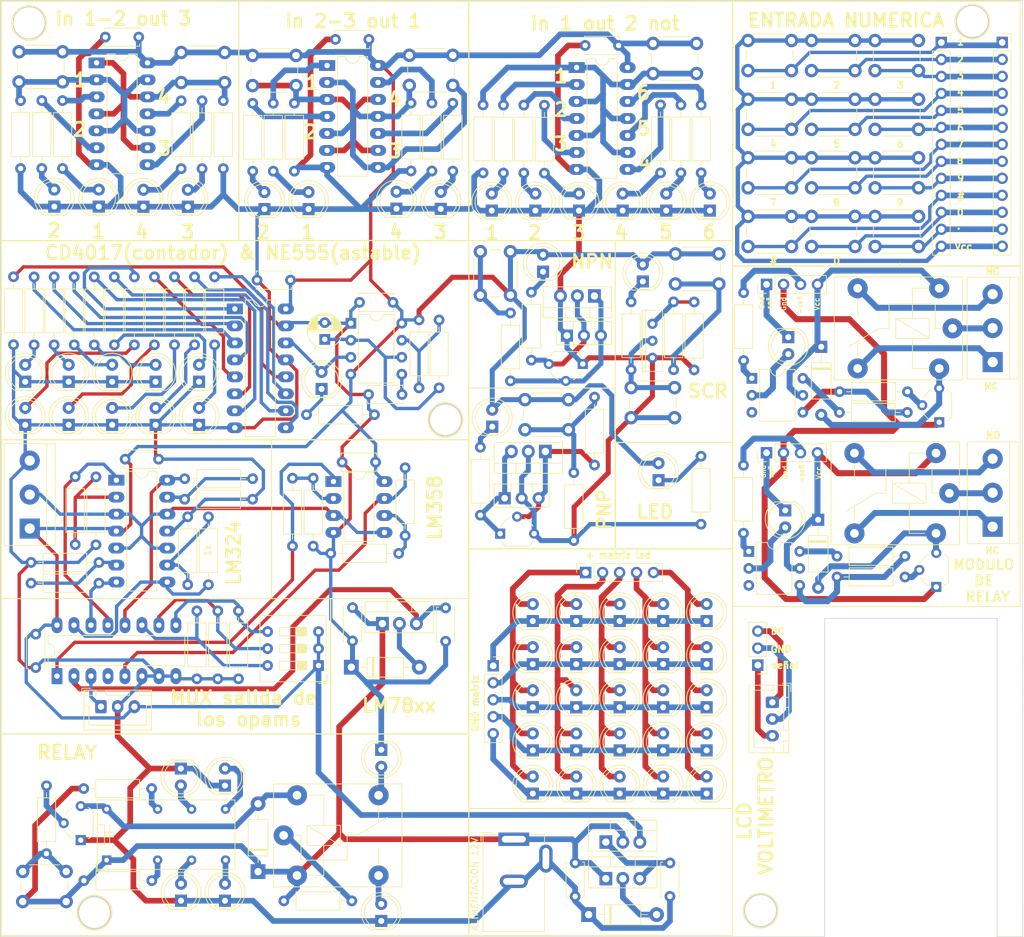
<source format=kicad_pcb>
(kicad_pcb (version 20211014) (generator pcbnew)
  (layers (0 "F.Cu" signal) (31 "B.Cu" signal) (34 "B.Paste" user) (35 "F.Paste" user) (36 "B.SilkS" user "B.Silkscreen") (37 "F.SilkS" user "F.Silkscreen") (38 "B.Mask" user) (39 "F.Mask" user) (44 "Edge.Cuts" user))
  (net 0 "")
  (net 1 "GND")
  (net 2 "+5V")
  (net 3 "Net-(C2-Pad1)")
  (net 4 "Net-(C3-Pad1)")
  (net 5 "Net-(D1-Pad2)")
  (net 6 "Net-(D2-Pad2)")
  (net 7 "Net-(D3-Pad2)")
  (net 8 "Net-(D4-Pad2)")
  (net 9 "Net-(D5-Pad2)")
  (net 10 "Net-(D6-Pad2)")
  (net 11 "Net-(D7-Pad2)")
  (net 12 "Net-(D8-Pad2)")
  (net 13 "Net-(D9-Pad2)")
  (net 14 "Net-(D10-Pad2)")
  (net 15 "Net-(D11-Pad2)")
  (net 16 "Net-(D12-Pad2)")
  (net 17 "Net-(D13-Pad2)")
  (net 18 "Net-(D14-Pad2)")
  (net 19 "Net-(D15-Pad1)")
  (net 20 "Net-(D15-Pad2)")
  (net 21 "Net-(D16-Pad2)")
  (net 22 "Net-(D17-Pad2)")
  (net 23 "Net-(D18-Pad2)")
  (net 24 "Net-(D19-Pad2)")
  (net 25 "Net-(D20-Pad2)")
  (net 26 "Net-(D21-Pad2)")
  (net 27 "Net-(D22-Pad2)")
  (net 28 "Net-(D23-Pad2)")
  (net 29 "Net-(D24-Pad2)")
  (net 30 "Net-(D25-Pad2)")
  (net 31 "Net-(D26-Pad1)")
  (net 32 "Net-(D27-Pad1)")
  (net 33 "Net-(D27-Pad2)")
  (net 34 "Net-(D28-Pad1)")
  (net 35 "Net-(D34-Pad1)")
  (net 36 "Net-(D37-Pad1)")
  (net 37 "Net-(J1-Pad1)")
  (net 38 "Net-(Q1-Pad2)")
  (net 39 "Net-(Q1-Pad3)")
  (net 40 "Net-(Q4-Pad1)")
  (net 41 "Net-(Q4-Pad2)")
  (net 42 "Net-(R1-Pad2)")
  (net 43 "Net-(R2-Pad2)")
  (net 44 "Net-(R3-Pad1)")
  (net 45 "Net-(R4-Pad1)")
  (net 46 "Net-(R5-Pad1)")
  (net 47 "Net-(R6-Pad1)")
  (net 48 "Net-(R7-Pad2)")
  (net 49 "Net-(R8-Pad2)")
  (net 50 "Net-(R9-Pad1)")
  (net 51 "Net-(R10-Pad1)")
  (net 52 "Net-(R11-Pad1)")
  (net 53 "Net-(R12-Pad1)")
  (net 54 "Net-(R13-Pad2)")
  (net 55 "Net-(R14-Pad1)")
  (net 56 "Net-(R15-Pad1)")
  (net 57 "Net-(R16-Pad1)")
  (net 58 "Net-(R17-Pad1)")
  (net 59 "Net-(R18-Pad1)")
  (net 60 "Net-(R19-Pad1)")
  (net 61 "Net-(R20-Pad2)")
  (net 62 "Net-(R23-Pad2)")
  (net 63 "Net-(R24-Pad2)")
  (net 64 "Net-(R25-Pad2)")
  (net 65 "Net-(R26-Pad2)")
  (net 66 "Net-(R27-Pad2)")
  (net 67 "Net-(R28-Pad2)")
  (net 68 "Net-(R29-Pad2)")
  (net 69 "Net-(R30-Pad2)")
  (net 70 "Net-(R31-Pad2)")
  (net 71 "Net-(R32-Pad2)")
  (net 72 "Net-(R33-Pad2)")
  (net 73 "Net-(R34-Pad1)")
  (net 74 "Net-(R35-Pad1)")
  (net 75 "Net-(R40-Pad2)")
  (net 76 "Net-(R46-Pad2)")
  (net 77 "Net-(R47-Pad2)")
  (net 78 "/OPAMS Y REGULADO/a")
  (net 79 "/OPAMS Y REGULADO/c")
  (net 80 "Net-(R50-Pad2)")
  (net 81 "Net-(R51-Pad2)")
  (net 82 "Net-(R52-Pad2)")
  (net 83 "Net-(R53-Pad2)")
  (net 84 "/OPAMS Y REGULADO/b")
  (net 85 "/OPAMS Y REGULADO/d")
  (net 86 "Net-(R57-Pad2)")
  (net 87 "Net-(R58-Pad2)")
  (net 88 "Net-(R59-Pad2)")
  (net 89 "/OPAMS Y REGULADO/e")
  (net 90 "/OPAMS Y REGULADO/f")
  (net 91 "+12V")
  (net 92 "Net-(C12-Pad1)")
  (net 93 "Net-(RV2-Pad2)")
  (net 94 "/multiplexor/h")
  (net 95 "Net-(D29-Pad2)")
  (net 96 "/12v/g")
  (net 97 "Net-(D30-Pad2)")
  (net 98 "Net-(D31-Pad2)")
  (net 99 "Net-(D32-Pad2)")
  (net 100 "Net-(D33-Pad2)")
  (net 101 "Net-(D35-Pad2)")
  (net 102 "Net-(D36-Pad2)")
  (net 103 "Net-(D38-Pad2)")
  (net 104 "Net-(D39-Pad2)")
  (net 105 "Net-(K1-Pad11)")
  (net 106 "Net-(K2-Pad4)")
  (net 107 "Net-(K2-Pad13)")
  (net 108 "Net-(Q8-Pad2)")
  (net 109 "Net-(R38-Pad1)")
  (net 110 "Net-(D40-Pad1)")
  (net 111 "Net-(D40-Pad2)")
  (net 112 "Net-(D41-Pad1)")
  (net 113 "Net-(D42-Pad1)")
  (net 114 "Net-(D43-Pad1)")
  (net 115 "Net-(D44-Pad1)")
  (net 116 "Net-(D45-Pad2)")
  (net 117 "Net-(D50-Pad2)")
  (net 118 "Net-(D55-Pad2)")
  (net 119 "Net-(D60-Pad2)")
  (net 120 "Net-(J10-Pad1)")
  (net 121 "Net-(J10-Pad2)")
  (net 122 "Net-(J10-Pad3)")
  (net 123 "Net-(J10-Pad4)")
  (net 124 "Net-(J10-Pad5)")
  (net 125 "Net-(J10-Pad6)")
  (net 126 "Net-(J10-Pad7)")
  (net 127 "Net-(J10-Pad8)")
  (net 128 "Net-(J10-Pad9)")
  (net 129 "Net-(J10-Pad10)")
  (net 130 "Net-(J10-Pad11)")
  (net 131 "Net-(J10-Pad12)")
  (net 132 "/modulo_4_rele/GND arduino")
  (net 133 "Net-(D65-Pad2)")
  (net 134 "/modulo_4_rele/Vcc fuente")
  (net 135 "Net-(D66-Pad2)")
  (net 136 "Net-(D67-Pad2)")
  (net 137 "Net-(D68-Pad2)")
  (net 138 "GND1")
  (net 139 "/modulo_4_rele/+ arduino")
  (net 140 "Net-(J7-Pad1)")
  (net 141 "Net-(J7-Pad2)")
  (net 142 "Net-(J7-Pad3)")
  (net 143 "Net-(J9-Pad1)")
  (net 144 "Net-(J9-Pad2)")
  (net 145 "Net-(J9-Pad3)")
  (net 146 "Net-(Q9-Pad2)")
  (net 147 "Net-(Q10-Pad2)")
  (net 148 "Net-(R62-Pad1)")
  (net 149 "Net-(R64-Pad1)")
  (net 150 "Net-(R65-Pad1)")
  (net 153 "Net-(R63-Pad1)")
  (net 154 "Net-(R66-Pad1)")
  (net 155 "Net-(R67-Pad1)")
  (net 156 "Net-(D67-Pad1)")
  (net 157 "Net-(D68-Pad1)")
  (net 158 "Net-(J8-Pad3)")
  (net 159 "Net-(J10-Pad13)")
  (net 160 "Net-(J20-Pad3)")
  (net 161 "Net-(J20-Pad2)")
  (net 162 "Net-(J20-Pad1)")
  (footprint "Package_DIP:DIP-14_W7.62mm_LongPads" (layer "F.Cu") (at 118.4 33.8)
    (fp_text reference "U3" hide)
    (fp_text value "74AHC04")
  )
  (footprint "Resistor_THT:R_Axial_DIN0207_L6.3mm_D2.5mm_P10.16mm_Horizontal" (layer "F.Cu") (at 64.25 75.275 90)
    (fp_text reference "R24" hide)
    (fp_text value "330")
  )
  (footprint "Button_Switch_THT:SW_PUSH_6mm" (layer "F.Cu") (at 129.825 30.2)
    (fp_text reference "SW5" hide)
    (fp_text value "pb4")
  )
  (footprint "Button_Switch_THT:SW_PUSH_6mm" (layer "F.Cu") (at 104 67.84 90)
    (fp_text reference "SW7" hide)
    (fp_text value "sw")
  )
  (footprint "LED_THT:LED_D5.0mm" (layer "F.Cu") (at 59.2 138.65 -90)
    (fp_text reference "D38" hide)
    (fp_text value "LED" hide)
  )
  (footprint "Button_Switch_THT:SW_PUSH_6mm" (layer "F.Cu") (at 144.04 56.07)
    (fp_text reference "SW15" hide)
    (fp_text value "#")
  )
  (footprint "Resistor_THT:R_Axial_DIN0207_L6.3mm_D2.5mm_P10.16mm_Horizontal" (layer "F.Cu") (at 62.375 38.77 -90)
    (fp_text reference "R5" hide)
    (fp_text value "220")
  )
  (footprint "Button_Switch_THT:SW_PUSH_6mm" (layer "F.Cu") (at 163.04 38.55)
    (fp_text reference "SW21" hide)
    (fp_text value "6")
  )
  (footprint "LED_THT:LED_D5.0mm" (layer "F.Cu") (at 128.3 65.8 90)
    (fp_text reference "D26" hide)
    (fp_text value "LED" hide)
  )
  (footprint "Resistor_THT:R_Axial_DIN0207_L6.3mm_D2.5mm_P10.16mm_Horizontal" (layer "F.Cu") (at 64.725 125.23 90)
    (fp_text reference "R58" hide)
    (fp_text value "1k")
  )
  (footprint "Capacitor_THT:C_Disc_D5.0mm_W2.5mm_P5.00mm" (layer "F.Cu") (at 119.675 30.5)
    (fp_text reference "C7" hide)
    (fp_text value "0.1uF")
  )
  (footprint "Resistor_THT:R_Axial_DIN0207_L6.3mm_D2.5mm_P10.16mm_Horizontal" (layer "F.Cu") (at 63.325 100.995 -90)
    (fp_text reference "R49" hide)
    (fp_text value "1k")
  )
  (footprint "Resistor_THT:R_Axial_DIN0207_L6.3mm_D2.5mm_P10.16mm_Horizontal" (layer "F.Cu") (at 113.575 39.445 -90)
    (fp_text reference "R16" hide)
    (fp_text value "220")
  )
  (footprint "LED_THT:LED_D5.0mm" (layer "F.Cu") (at 118.34 116.59 90)
    (fp_text reference "D45" hide)
    (fp_text value "LED" hide)
  )
  (footprint "LED_THT:LED_D5.0mm" (layer "F.Cu") (at 125.275 55.2 90)
    (fp_text reference "D12" hide)
    (fp_text value "LED" hide)
  )
  (footprint "LED_THT:LED_D5.0mm" (layer "F.Cu") (at 46.925 54.6 90)
    (fp_text reference "D1" hide)
    (fp_text value "LED" hide)
  )
  (footprint "Package_DIP:DIP-6_W7.62mm" (layer "F.Cu") (at 144.6125 80.285)
    (fp_text reference "U11" hide)
    (fp_text value "4N35")
  )
  (footprint "LED_THT:LED_D5.0mm" (layer "F.Cu") (at 131.34 116.59 90)
    (fp_text reference "D55" hide)
    (fp_text value "LED" hide)
  )
  (footprint "Resistor_THT:R_Axial_DIN0207_L6.3mm_D2.5mm_P10.16mm_Horizontal" (layer "F.Cu") (at 73.025 39.145 -90)
    (fp_text reference "R9" hide)
    (fp_text value "220")
  )
  (footprint "Capacitor_THT:C_Disc_D5.0mm_W2.5mm_P5.00mm" (layer "F.Cu") (at 132.355 152.775 -90)
    (fp_text reference "C12" hide)
    (fp_text value "0.1uF")
  )
  (footprint "LED_THT:LED_D5.0mm" (layer "F.Cu") (at 42.425 87.25 90)
    (fp_text reference "D19" hide)
    (fp_text value "LED" hide)
  )
  (footprint "Resistor_THT:R_Axial_DIN0207_L6.3mm_D2.5mm_P10.16mm_Horizontal" (layer "F.Cu") (at 60.225 100.995 -90)
    (fp_text reference "R47" hide)
    (fp_text value "100")
  )
  (footprint "Resistor_THT:R_Axial_DIN0207_L6.3mm_D2.5mm_P10.16mm_Horizontal" (layer "F.Cu") (at 96.75 39.115 -90)
    (fp_text reference "R12" hide)
    (fp_text value "220")
  )
  (footprint "TerminalBlock:TerminalBlock_bornier-3_P5.08mm" (layer "F.Cu") (at 180.625 77.855 90)
    (fp_text reference "J7" hide)
    (fp_text value "salidas")
  )
  (footprint "TerminalBlock:TerminalBlock_bornier-3_P5.08mm" (layer "F.Cu") (at 36.6 102.755 90)
    (fp_text reference "RV2" hide)
    (fp_text value "1k")
  )
  (footprint "Button_Switch_THT:SW_PUSH_6mm" (layer "F.Cu") (at 42.05 158.55 180)
    (fp_text reference "SW10" hide)
    (fp_text value "rele")
  )
  (footprint "Resistor_THT:R_Axial_DIN0207_L6.3mm_D2.5mm_P10.16mm_Horizontal" (layer "F.Cu") (at 36.79 110.925)
    (fp_text reference "R54" hide)
    (fp_text value "1k")
  )
  (footprint "Resistor_THT:R_Axial_DIN0207_L6.3mm_D2.5mm_P10.16mm_Horizontal" (layer "F.Cu") (at 81.62 106.475)
    (fp_text reference "R51" hide)
    (fp_text value "100")
  )
  (footprint "Resistor_THT:R_Axial_DIN0207_L6.3mm_D2.5mm_P10.16mm_Horizontal" (layer "F.Cu") (at 121.075 83.095 -90)
    (fp_text reference "R41" hide)
    (fp_text value "1k")
  )
  (footprint "LED_THT:LED_D5.0mm" (layer "F.Cu") (at 130.65 95.525 90)
    (fp_text reference "D37" hide)
    (fp_text value "LED" hide)
  )
  (footprint "Resistor_THT:R_Axial_DIN0207_L6.3mm_D2.5mm_P10.16mm_Horizontal" (layer "F.Cu") (at 79 105.385 90)
    (fp_text reference "R50" hide)
    (fp_text value "100")
  )
  (footprint "Resistor_THT:R_Axial_DIN0207_L6.3mm_D2.5mm_P10.16mm_Horizontal" (layer "F.Cu") (at 65.55 48.925 90)
    (fp_text reference "R2" hide)
    (fp_text value "330")
  )
  (footprint "Resistor_THT:R_Axial_DIN0207_L6.3mm_D2.5mm_P10.16mm_Horizontal" (layer "F.Cu") (at 43.25 75.275 90)
    (fp_text reference "R31" hide)
    (fp_text value "330")
  )
  (footprint "Resistor_THT:R_Axial_DIN0207_L6.3mm_D2.5mm_P10.16mm_Horizontal" (layer "F.Cu") (at 97.825 71.5525 -90)
    (fp_text reference "R21" hide)
    (fp_text value "10k")
  )
  (footprint "Diode_THT:D_DO-41_SOD81_P10.16mm_Horizontal" (layer "F.Cu") (at 70.75 154.075 90)
    (fp_text reference "D30" hide)
    (fp_text value "1N4007")
  )
  (footprint "Button_Switch_THT:SW_PUSH_6mm" (layer "F.Cu") (at 144.04 47.29)
    (fp_text reference "SW14" hide)
    (fp_text value "7")
  )
  (footprint "Resistor_THT:R_Axial_DIN0207_L6.3mm_D2.5mm_P10.16mm_Horizontal" (layer "F.Cu") (at 36.79 107.825)
    (fp_text reference "R52" hide)
    (fp_text value "100")
  )
  (footprint "Package_DIP:DIP-16_W7.62mm_LongPads" (layer "F.Cu") (at 40.675 124.825 90)
    (fp_text reference "U7" hide)
    (fp_text value "CD4051B")
  )
  (footprint "Capacitor_THT:C_Disc_D5.0mm_W2.5mm_P5.00mm" (layer "F.Cu") (at 75.6 65.6 180)
    (fp_text reference "C4" hide)
    (fp_text value "0.1uF")
  )
  (footprint "Resistor_THT:R_Axial_DIN0207_L6.3mm_D2.5mm_P10.16mm_Horizontal" (layer "F.Cu") (at 132.9 79.005 90)
    (fp_text reference "R35" hide)
    (fp_text value "1k")
  )
  (footprint "TerminalBlock:TerminalBlock_bornier-3_P5.08mm" (layer "F.Cu") (at 180.625 102.48 90)
    (fp_text reference "J9" hide)
    (fp_text value "salidas")
  )
  (footprint "Capacitor_THT:C_Disc_D5.0mm_W2.5mm_P5.00mm" (layer "F.Cu") (at 84.875 114.575 -90)
    (fp_text reference "C13" hide)
    (fp_text value "0.33uF")
  )
  (footprint "Package_TO_SOT_THT:TO-220-3_Vertical" (layer "F.Cu") (at 122.765 155.12)
    (fp_text reference "U9" hide)
    (fp_text value "LM7805")
  )
  (footprint "Resistor_THT:R_Axial_DIN0207_L6.3mm_D2.5mm_P10.16mm_Horizontal" (layer "F.Cu") (at 157.35 110)
    (fp_text reference "R65" hide)
    (fp_text value "1k")
  )
  (footprint "Package_TO_SOT_THT:TO-92_Wide" (layer "F.Cu") (at 119.315 78.145 180)
    (fp_text reference "Q1" hide)
    (fp_text value "2N3904")
  )
  (footprint "Diode_THT:D_A-405_P10.16mm_Horizontal" (layer "F.Cu") (at 154.9825 75.58 -90)
    (fp_text reference "D66" hide)
    (fp_text value ">12v")
  )
  (footprint "LED_THT:LED_D5.0mm" (layer "F.Cu") (at 35.925 87.25 90)
    (fp_text reference "D20" hide)
    (fp_text value "LED" hide)
  )
  (footprint "LED_THT:LED_D5.0mm" (layer "F.Cu") (at 89.175 135.85 -90)
    (fp_text reference "D32" hide)
    (fp_text value "LED" hide)
  )
  (footprint "LED_THT:LED_D5.0mm" (layer "F.Cu") (at 65.8 158.425 90)
    (fp_text reference "D36" hide)
    (fp_text value "LED" hide)
  )
  (footprint "Resistor_THT:R_Axial_DIN0207_L6.3mm_D2.5mm_P10.16mm_Horizontal" (layer "F.Cu") (at 54.83 141.65 180)
    (fp_text reference "R44" hide)
    (fp_text value "1k")
  )
  (footprint "LED_THT:LED_D5.0mm" (layer "F.Cu") (at 48.925 87.25 90)
    (fp_text reference "D18" hide)
    (fp_text value "LED" hide)
  )
  (footprint "LED_THT:LED_D5.0mm" (layer "F.Cu") (at 111.84 142.39 90)
    (fp_text reference "D44" hide)
    (fp_text value "LED" hide)
  )
  (footprint "Resistor_THT:R_Axial_DIN0207_L6.3mm_D2.5mm_P10.16mm_Horizontal" (layer "F.Cu") (at 39.1 151.385 90)
    (fp_text reference "R38" hide)
    (fp_text value "1k")
  )
  (footprint "Button_Switch_THT:SW_PUSH_6mm" (layer "F.Cu") (at 59.25 31.55)
    (fp_text reference "SW2" hide)
    (fp_text value "pb2")
  )
  (footprint "Button_Switch_THT:SW_DIP_SPSTx03_Slide_9.78x9.8mm_W7.62mm_P2.54mm" (layer "F.Cu") (at 79.7925 123.25 180)
    (fp_text reference "SW11" hide)
    (fp_text value "selector")
  )
  (footprint "LED_THT:LED_D5.0mm" (layer "F.Cu") (at 91.45 54.92 90)
    (fp_text reference "D8" hide)
    (fp_text value "LED" hide)
  )
  (footprint "Button_Switch_THT:SW_PUSH_6mm" (layer "F.Cu") (at 163.04 56.07)
    (fp_text reference "SW23" hide)
    (fp_text value ".")
  )
  (footprint "Resistor_THT:R_Axial_DIN0207_L6.3mm_D2.5mm_P10.16mm_Horizontal" (layer "F.Cu") (at 117.975 104.555 90)
    (fp_text reference "R40" hide)
    (fp_text value "1k")
  )
  (footprint "LED_THT:LED_D5.0mm" (layer "F.Cu") (at 118.75 55.2 90)
    (fp_text reference "D11" hide)
    (fp_text value "LED" hide)
  )
  (footprint "Connector_JST:JST_XH_B3B-XH-A_1x03_P2.50mm_Vertical" (layer "F.Cu") (at 147.675 128.75 -90)
    (fp_text reference "J20" hide)
    (fp_text value "LCD" hide)
  )
  (footprint "Resistor_THT:R_Axial_DIN0207_L6.3mm_D2.5mm_P10.16mm_Horizontal" (layer "F.Cu") (at 61.6 125.23 90)
    (fp_text reference "R57" hide)
    (fp_text value "1k")
  )
  (footprint "Resistor_THT:R_Axial_DIN0207_L6.3mm_D2.5mm_P10.16mm_Horizontal" (layer "F.Cu") (at 75.9 95.225 -90)
    (fp_text reference "R60" hide)
    (fp_text value "1k")
  )
  (footprint "LED_THT:LED_D5.0mm" (layer "F.Cu") (at 137.84 123.04 90)
    (fp_text reference "D61" hide)
    (fp_text value "LED" hide)
  )
  (footprint "LED_THT:LED_D5.0mm" (layer "F.Cu") (at 40.275 54.6 90)
    (fp_text reference "D2" hide)
    (fp_text value "LED" hide)
  )
  (footprint "Capacitor_THT:C_Disc_D5.0mm_W2.5mm_P5.00mm" (layer "F.Cu") (at 118.18 152.775 -90)
    (fp_text reference "C11" hide)
    (fp_text value "0.33uF")
  )
  (footprint "LED_THT:LED_D5.0mm" (layer "F.Cu") (at 131.34 123.04 90)
    (fp_text reference "D56" hide)
    (fp_text value "LED" hide)
  )
  (footprint "Connector_PinHeader_2.54mm:PinHeader_1x03_P2.54mm_Vertical" (layer "F.Cu") (at 145.5 123.18 180)
    (fp_text reference "J11" hide)
    (fp_text value "LCD")
  )
  (footprint "Resistor_THT:R_Axial_DIN0207_L6.3mm_D2.5mm_P10.16mm_Horizontal" (layer "F.Cu") (at 135.975 79.03 90)
    (fp_text reference "R56" hide)
    (fp_text value "10k")
  )
  (footprint "Resistor_THT:R_Axial_DIN0207_L6.3mm_D2.5mm_P10.16mm_Horizontal" (layer "F.Cu") (at 55.25 75.275 90)
    (fp_text reference "R27" hide)
    (fp_text value "330")
  )
  (footprint "LED_THT:LED_D5.0mm" (layer "F.Cu") (at 138.325 55.2 90)
    (fp_text reference "D14" hide)
    (fp_text value "LED" hide)
  )
  (footprint "Resistor_THT:R_Axial_DIN0207_L6.3mm_D2.5mm_P10.16mm_Horizontal" (layer "F.Cu") (at 157.7275 82.29)
    (fp_text reference "R63" hide)
    (fp_text value "1k")
  )
  (footprint "Capacitor_THT:C_Disc_D5.0mm_W2.5mm_P5.00mm" (layer "F.Cu") (at 83.325 92.825)
    (fp_text reference "C10" hide)
    (fp_text value "0.1uF")
  )
  (footprint "LED_THT:LED_D5.0mm" (layer "F.Cu") (at 53.6 54.625 90)
    (fp_text reference "D4" hide)
    (fp_text value "LED" hide)
  )
  (footprint "Package_TO_SOT_THT:TO-220-3_Vertical" (layer "F.Cu") (at 121.055 67.97 180)
    (fp_text reference "Q3" hide)
    (fp_text value "TIP122")
  )
  (footprint "Resistor_THT:R_Axial_DIN0207_L6.3mm_D2.5mm_P10.16mm_Horizontal" (layer "F.Cu") (at 143.375 77.63 90)
    (fp_text reference "R62" hide)
    (fp_text value "100")
  )
  (footprint "Diode_THT:D_DO-41_SOD81_P10.16mm_Horizontal" (layer "F.Cu") (at 120.2 160.5)
    (fp_text reference "D29" hide)
    (fp_text value "1N4007")
  )
  (footprint "LED_THT:LED_D5.0mm" (layer "F.Cu") (at 131.34 142.39 90)
    (fp_text reference "D59" hide)
    (fp_text value "LED" hide)
  )
  (footprint "Package_DIP:DIP-6_W7.62mm" (layer "F.Cu") (at 144.15 106.175)
    (fp_text reference "U12" hide)
    (fp_text value "4N35")
  )
  (footprint "Resistor_THT:R_Axial_DIN0207_L6.3mm_D2.5mm_P10.16mm_Horizontal" (layer "F.Cu") (at 84.775 158.45 180)
    (fp_text reference "R39" hide)
    (fp_text value "1k")
  )
  (footprint "Resistor_THT:R_Axial_DIN0207_L6.3mm_D2.5mm_P10.16mm_Horizontal" (layer "F.Cu") (at 104.4 49.555 90)
    (fp_text reference "R13" hide)
    (fp_text value "330")
  )
  (footprint "Button_Switch_THT:SW_PUSH_6mm" (layer "F.Cu") (at 126.55 81.675)
    (fp_text reference "SW8" hide)
    (fp_text value "OFF")
  )
  (footprint "Button_Switch_THT:SW_PUSH_6mm" (layer "F.Cu") (at 153.54 38.55)
    (fp_text reference "SW17" hide)
    (fp_text value "5")
  )
  (footprint "LED_THT:LED_D5.0mm" (layer "F.Cu") (at 98.075 54.945 90)
    (fp_text reference "D7" hide)
    (fp_text value "LED" hide)
  )
  (footprint "LED_THT:LED_D5.0mm" (layer "F.Cu") (at 78.3 54.975 90)
    (fp_text reference "D5" hide)
    (fp_text value "LED" hide)
  )
  (footprint "huellas_extras:TO-225" (layer "F.Cu") (at 126.684 74.675 -90)
    (fp_text reference "D27" hide)
    (fp_text value "SCR")
  )
  (footprint "Package_DIP:DIP-14_W7.62mm_LongPads" (layer "F.Cu") (at 81.075 33.495)
    (fp_text reference "U2" hide)
    (fp_text value "7402")
  )
  (footprint "Resistor_THT:R_Axial_DIN0207_L6.3mm_D2.5mm_P10.16mm_Horizontal" (layer "F.Cu") (at 157.35 106.9)
    (fp_text reference "R67" hide)
    (fp_text value "10k")
  )
  (footprint "LED_THT:LED_D5.0mm" (layer "F.Cu") (at 124.84 123.04 90)
    (fp_text reference "D51" hide)
    (fp_text value "LED" hide)
  )
  (footprint "Resistor_THT:R_Axial_DIN0207_L6.3mm_D2.5mm_P10.16mm_Horizontal" (layer "F.Cu") (at 99.875 39.14 -90)
    (fp_text reference "R11" hide)
    (fp_text value "220")
  )
  (footprint "LED_THT:LED_D5.0mm" (layer "F.Cu") (at 61.925 87.25 90)
    (fp_text reference "D16" hide)
    (fp_text value "LED" hide)
  )
  (footprint "Capacitor_THT:CP_Radial_D5.0mm_P2.50mm" (layer "F.Cu") (at 80.725 74.457612 90)
    (fp_text reference "C2" hide)
    (fp_text value "10uF")
  )
  (footprint "Resistor_THT:R_Axial_DIN0207_L6.3mm_D2.5mm_P10.16mm_Horizontal" (layer "F.Cu") (at 43.4 105.155 90)
    (fp_text reference "R48" hide)
    (fp_text value "1k")
  )
  (footprint "LED_THT:LED_D5.0mm" (layer "F.Cu") (at 124.84 142.39 90)
    (fp_text reference "D54" hide)
    (fp_text value "LED" hide)
  )
  (footprint "Package_TO_SOT_THT:TO-220-3_Vertical" (layer "F.Cu") (at 89.35 116.975)
    (fp_text reference "U10" hide)
    (fp_text value "LM78xx")
  )
  (footprint "LED_THT:LED_D5.0mm" (layer "F.Cu") (at 111.84 123.04 90)
    (fp_text reference "D41" hide)
    (fp_text value "LED" hide)
  )
  (footprint "LED_THT:LED_D5.0mm" (layer "F.Cu") (at 131.34 135.94 90)
    (fp_text reference "D58" hide)
    (fp_text value "LED" hide)
  )
  (footprint "Button_Switch_THT:SW_PUSH_6mm" (layer "F.Cu") (at 163.04 47.29)
    (fp_text reference "SW22" hide)
    (fp_text value "9")
  )
  (footprint "Package_DIP:DIP-8_W7.62mm" (layer "F.Cu") (at 84.625 72.0525)
    (fp_text reference "U4" hide)
    (fp_text value "NE555P")
  )
  (footprint "Connector_PinSocket_2.54mm:PinSocket_1x05_P2.54mm_Vertical" (layer "F.Cu") (at 105.915 123.28)
    (fp_text reference "J4" hide)
    (fp_text value "GND matriz")
  )
  (footprint "Resistor_THT:R_Axial_DIN0207_L6.3mm_D2.5mm_P10.16mm_Horizontal" (layer "F.Cu") (at 107.45 39.42 -90)
    (fp_text reference "R14" hide)
    (fp_text value "220")
  )
  (footprint "Relay_THT:Relay_DPDT_Omron_G5V-2" (layer "F.Cu") (at 48.1 152.35 90)
    (fp_text reference "K2" hide)
    (fp_text value "G5V-2" hide)
  )
  (footprint "Resistor_THT:R_Axial_DIN0207_L6.3mm_D2.5mm_P10.16mm_Horizontal" (layer "F.Cu") (at 61.25 75.275 90)
    (fp_text reference "R25" hide)
    (fp_text value "330")
  )
  (footprint "Package_TO_SOT_THT:TO-220-3_Vertical" (layer "F.Cu") (at 113.715 91.23 180)
    (fp_text reference "Q6" hide)
    (fp_text value "TIP125")
  )
  (footprint "Package_DIP:DIP-8_W7.62mm_LongPads" (layer "F.Cu") (at 82.025 95.725)
    (fp_text reference "U8" hide)
    (fp_text value "LM358")
  )
  (footprint "LED_THT:LED_D5.0mm" (layer "F.Cu") (at 149.6 100.05 -90)
    (fp_text reference "D67" hide)
    (fp_text value "LED" hide)
  )
  (footprint "LED_THT:LED_D5.0mm" (layer "F.Cu") (at 105.7 55.2 90)
    (fp_text reference "D9" hide)
    (fp_text value "LED" hide)
  )
  (footprint "LED_THT:LED_D5.0mm" (layer "F.Cu") (at 137.84 129.49 90)
    (fp_text reference "D62" hide)
    (fp_text value "LED" hide)
  )
  (footprint "Capacitor_THT:C_Disc_D5.0mm_W2.5mm_P5.00mm" (layer "F.Cu") (at 82.325 29.595)
    (fp_text reference "C6" hide)
    (fp_text value "0.1uF")
  )
  (footprint "Relay_THT:Relay_SPDT_Finder_36.11" (layer "F.Cu") (at 174.15 97.475 180)
    (fp_text reference "K4" hide)
    (fp_text value "FINDER-36.11" hide)
  )
  (footprint "Button_Switch_THT:SW_PUSH_6mm" (layer "F.Cu") (at 139.675 66.175 180)
    (fp_text reference "SW6" hide)
    (fp_text value "ON")
  )
  (footprint "Connector_PinSocket_2.54mm:PinSocket_1x13_P2.54mm_Vertical" (layer "F.Cu") (at 182.05 30.05)
    (fp_text reference "J10" hide)
    (fp_text value "Screw_Terminal_01x13" hide)
  )
  (footprint "Resistor_THT:R_Axial_DIN0207_L6.3mm_D2.5mm_P10.16mm_Horizontal" (layer "F.Cu") (at 49.25 75.28 90)
    (fp_text reference "R29" hide)
    (fp_text value "330")
  )
  (footprint "LED_THT:LED_D5.0mm" (layer "F.Cu") (at 59.225 158.425 90)
    (fp_text reference "D35" hide)
    (fp_text value "LED" hide)
  )
  (footprint "LED_THT:LED_D5.0mm" (layer "F.Cu") (at 118.34 135.94 90)
    (fp_text reference "D48" hide)
    (fp_text value "LED" hide)
  )
  (footprint "LED_THT:LED_D5.0mm" (layer "F.Cu") (at 124.84 135.94 90)
    (fp_text reference "D53" hide)
    (fp_text value "LED" hide)
  )
  (footprint "Resistor_THT:R_Axial_DIN0207_L6.3mm_D2.5mm_P10.16mm_Horizontal" (layer "F.Cu") (at 134 39.395 -90)
    (fp_text reference "R18" hide)
    (fp_text value "220")
  )
  (footprint "Capacitor_THT:C_Disc_D5.0mm_W2.5mm_P5.00mm" (layer "F.Cu") (at 85.925 68.9275)
    (fp_text reference "C1" hide)
    (fp_text value "0.1uF")
  )
  (footprint "Capacitor_THT:C_Disc_D5.0mm_W2.5mm_P5.00mm" (layer "F.Cu") (at 98.8 114.625 -90)
    (fp_text reference "C14" hide)
    (fp_text value "0.1uF")
  )
  (footprint "LED_THT:LED_D5.0mm" (layer "F.Cu") (at 118.34 123.04 90)
    (fp_text reference "D46" hide)
    (fp_text value "LED" hide)
  )
  (footprint "Diode_THT:D_DO-41_SOD81_P10.16mm_Horizontal" (layer "F.Cu") (at 84.695 123.5)
    (fp_text reference "D31" hide)
    (fp_text value "1N4007")
  )
  (footprint "LED_THT:LED_D5.0mm" (layer "F.Cu") (at 118.34 142.39 90)
    (fp_text reference "D49" hide)
    (fp_text value "LED" hide)
  )
  (footprint "Package_DIP:DIP-16_W7.62mm_LongPads" (layer "F.Cu") (at 67.275 69.9)
    (fp_text reference "U5" hide)
    (fp_text value "4017")
  )
  (footprint "Package_TO_SOT_THT:TO-92_Wide" (layer "F.Cu") (at 172.6275 86.855 90)
    (fp_text reference "Q9" hide)
    (fp_text value "2N3904")
  )
  (footprint "Resistor_THT:R_Axial_DIN0207_L6.3mm_D2.5mm_P10.16mm_Horizontal" (layer "F.Cu") (at 137.025 39.395 -90)
    (fp_text reference "R19" hide)
    (fp_text value "220")
  )
  (footprint "Capacitor_THT:C_Disc_D5.0mm_W2.5mm_P5.00mm" (layer "F.Cu") (at 47.9 29.25)
    (fp_text reference "C5" hide)
    (fp_text value "0.1uF")
  )
  (footprint "Button_Switch_THT:SW_PUSH_6mm" (layer "F.Cu") (at 163.03 29.76)
    (fp_text reference "SW20" hide)
    (fp_text value "3")
  )
  (footprint "LED_THT:LED_D5.0mm" (layer "F.Cu") (at 48.925 80.8 90)
    (fp_text reference "D23" hide)
    (fp_text value "LED" hide)
  )
  (footprint "Resistor_THT:R_Axial_DIN0207_L6.3mm_D2.5mm_P10.16mm_Horizontal" (layer "F.Cu") (at 41.5 38.745 -90)
    (fp_text reference "R3" hide)
    (fp_text value "220")
  )
  (footprint "Resistor_THT:R_Axial_DIN0207_L6.3mm_D2.5mm_P10.16mm_Horizontal" (layer "F.Cu") (at 52.25 75.28 90)
    (fp_text reference "R28" hide)
    (fp_text value "330")
  )
  (footprint "LED_THT:LED_D5.0mm" (layer "F.Cu") (at 124.84 116.59 90)
    (fp_text reference "D50" hide)
    (fp_text value "LED" hide)
  )
  (footprint "LED_THT:LED_D5.0mm" (layer "F.Cu") (at 131.8 55.2 90)
    (fp_text reference "D13" hide)
    (fp_text value "LED" hide)
  )
  (footprint "LED_THT:LED_D5.0mm" (layer "F.Cu") (at 111.84 135.94 90)
    (fp_text reference "D43" hide)
    (fp_text value "LED" hide)
  )
  (footprint "Package_DIP:DIP-14_W7.62mm_LongPads" (layer "F.Cu") (at 49.55 95.525)
    (fp_text reference "U6" hide)
    (fp_text value "LM324")
  )
  (footprint "Resistor_THT:R_Axial_DIN0207_L6.3mm_D2.5mm_P10.16mm_Horizontal" (layer "F.Cu") (at 59.25 38.77 -90)
    (fp_text reference "R6" hide)
    (fp_text value "220")
  )
  (footprint "Resistor_THT:R_Axial_DIN0207_L6.3mm_D2.5mm_P10.16mm_Horizontal" (layer "F.Cu") (at 77.995 85.7275)
    (fp_text reference "R22" hide)
    (fp_text value "1k")
  )
  (footprint "Resistor_THT:R_Axial_DIN0207_L6.3mm_D2.5mm_P10.16mm_Horizontal" (layer "F.Cu") (at 35.225 48.905 90)
    (fp_text reference "R1" hide)
    (fp_text value "330")
  )
  (footprint "Resistor_THT:R_Axial_DIN0207_L6.3mm_D2.5mm_P10.16mm_Horizontal" (layer "F.Cu") (at 40.25 75.275 90)
    (fp_text reference "R32" hide)
    (fp_text value "330")
  )
  (footprint "LED_THT:LED_D5.0mm" (layer "F.Cu") (at 35.925 80.8 90)
    (fp_text reference "D25" hide)
    (fp_text value "LED" hide)
  )
  (footprint "Resistor_THT:R_Axial_DIN0207_L6.3mm_D2.5mm_P10.16mm_Horizontal" (layer "F.Cu") (at 108.5 70.515 -90)
    (fp_text reference "R34" hide)
    (fp_text value "1k")
  )
  (footprint "LED_THT:LED_D5.0mm" (layer "F.Cu") (at 137.84 116.59 90)
    (fp_text reference "D60" hide)
    (fp_text value "LED" hide)
  )
  (footprint "Button_Switch_THT:SW_PUSH_6mm" (layer "F.Cu") (at 93.375 31.97)
    (fp_text reference "SW4" hide)
    (fp_text value "pb4")
  )
  (footprint "Resistor_THT:R_Axial_DIN0207_L6.3mm_D2.5mm_P10.16mm_Horizontal" (layer "F.Cu") (at 46.5 105.18 90)
    (fp_text reference "R46" hide)
    (fp_text value "100")
  )
  (footprint "LED_THT:LED_D5.0mm" (layer "F.Cu") (at 60.25 54.625 90)
    (fp_text reference "D3" hide)
    (fp_text value "LED" hide)
  )
  (footprint "Resistor_THT:R_Axial_DIN0207_L6.3mm_D2.5mm_P10.16mm_Horizontal" (layer "F.Cu") (at 126.55 79.005 90)
    (fp_text reference "R36" hide)
    (fp_text value "330")
  )
  (footprint "LED_THT:LED_D5.0mm" (layer "F.Cu") (at 137.84 142.39 90)
    (fp_text reference "D64" hide)
    (fp_text value "LED" hide)
  )
  (footprint "Package_TO_SOT_THT:TO-92_Wide" (layer "F.Cu") (at 44.225 149.355 90)
    (fp_text reference "Q8" hide)
    (fp_text value "2N3904")
  )
  (footprint "Button_Switch_THT:SW_PUSH_6mm" (layer "F.Cu") (at 69.925 31.995)
    (fp_text reference "SW3" hide)
    (fp_text value "pb3")
  )
  (footprint "Button_Switch_THT:SW_PUSH_6mm" (layer "F.Cu") (at 144.03 29.76)
    (fp_text reference "SW12" hide)
    (fp_text value "1")
  )
  (footprint "Resistor_THT:R_Axial_DIN0207_L6.3mm_D2.5mm_P10.16mm_Horizontal" (layer "F.Cu") (at 92.75 103.825 90)
    (fp_text reference "R61" hide)
    (fp_text value "1k")
  )
  (footprint "Button_Switch_THT:SW_PUSH_6mm" (layer "F.Cu") (at 153.54 56.07)
    (fp_text reference "SW19" hide)
    (fp_text value "0")
  )
  (footprint "Button_Switch_THT:SW_PUSH_6mm" (layer "F.Cu") (at 144.04 38.55)
    (fp_text reference "SW13" hide)
    (fp_text value "4")
  )
  (footprint "Resistor_THT:R_Axial_DIN0207_L6.3mm_D2.5mm_P10.16mm_Horizontal" (layer "F.Cu") (at 67.825 125.23 90)
    (fp_text reference "R59" hide)
    (fp_text value "1k")
  )
  (footprint "Resistor_THT:R_Axial_DIN0207_L6.3mm_D2.5mm_P10.16mm_Horizontal" (layer "F.Cu") (at 93.625 49.275 90)
    (fp_text reference "R8" hide)
    (fp_text value "330")
  )
  (footprint "Button_Switch_THT:SW_PUSH_6mm" (layer "F.Cu") (at 117.175 87.975 180)
    (fp_text reference "SW9" hide)
    (fp_text value "sw")
  )
  (footprint "Package_TO_SOT_THT:TO-92_Wide" (layer "F.Cu") (at 172.195 111.49 90)
    (fp_text reference "Q10" hide)
    (fp_text value "2N3904")
  )
  (footprint "Resistor_THT:R_Axial_DIN0207_L6.3mm_D2.5mm_P10.16mm_Horizontal" (layer "F.Cu") (at 110.5 39.42 -90)
    (fp_text reference "R15" hide)
    (fp_text value "220")
  )
  (footprint "Connector_JST:JST_XH_B3B-XH-A_1x03_P2.50mm_Vertical" (layer "F.Cu") (at 47.25 129.4)
    (fp_text reference "J1" hide)
    (fp_text value "LCD")
  )
  (footprint "Resistor_THT:R_Axial_DIN0207_L6.3mm_D2.5mm_P10.16mm_Horizontal" (layer "F.Cu") (at 54.855 155.425 180)
    (fp_text reference "R43" hide)
    (fp_text value "1k")
  )
  (footprint "LED_THT:LED_D5.0mm" (layer "F.Cu") (at 113.375 64.34 90)
    (fp_text reference "D28" hide)
    (fp_text value "LED" hide)
  )
  (footprint "Relay_THT:Relay_SPDT_Finder_36.11" (layer "F.Cu") (at 74.575 148.65)
    (fp_text reference "K1" hide)
    (fp_text value "FINDER-36.11" hide)
  )
  (footprint "LED_THT:LED_D5.0mm" (layer "F.Cu") (at 118.34 129.49 90)
    (fp_text reference "D47" hide)
    (fp_text value "LED" hide)
  )
  (footprint "Package_TO_SOT_THT:TO-92_Wide" (layer "F.Cu") (at 106.96 103.52)
    (fp_text reference "Q4" hide)
    (fp_text value "2N3906")
  )
  (footprint "LED_THT:LED_D5.0mm" (layer "F.Cu") (at 71.7 54.975 90)
    (fp_text reference "D6" hide)
    (fp_text value "LED" hide)
  )
  (footprint "LED_THT:LED_D5.0mm" (layer "F.Cu") (at 150.0575 74.125 -90)
    (fp_text reference "D65" hide)
    (fp_text value "LED" hide)
  )
  (footprint "Resistor_THT:R_Axial_DIN0207_L6.3mm_D2.5mm_P10.16mm_Horizontal" (layer "F.Cu") (at 143.35 103.455 90)
    (fp_text reference "R64" hide)
    (fp_text value "100")
  )
  (footprint "Resistor_THT:R_Axial_DIN0207_L6.3mm_D2.5mm_P10.16mm_Horizontal" (layer "F.Cu") (at 76.175 49.3 90)
    (fp_text reference "R7" hide)
    (fp_text value "330")
  )
  (footprint "Resistor_THT:R_Axial_DIN0207_L6.3mm_D2.5mm_P10.16mm_Horizontal" (layer "F.Cu") (at 69.95 39.145 -90)
    (fp_text reference "R10" hide)
    (fp_text value "220")
  )
  (footprint "Connector_BarrelJack:BarrelJack_GCT_DCJ200-10-A_Horizontal" (layer "F.Cu") (at 109 149.225)
    (fp_text reference "J2" hide)
    (fp_text value "ALIMENTACION 12V")
  )
  (footprint "Diode_THT:D_A-405_P10.16mm_Horizontal" (layer "F.Cu") (at 154.525 101.445 -90)
    (fp_text reference "D68" hide)
    (fp_text value ">12v")
  )
  (footprint "Resistor_THT:R_Axial_DIN0207_L6.3mm_D2.5mm_P10.16mm_Horizontal" (layer "F.Cu") (at 58.25 75.275 90)
    (fp_text reference "R26" hide)
    (fp_text value "330")
  )
  (footprint "Resistor_THT:R_Axial_DIN0207_L6.3mm_D2.5mm_P10.16mm_Horizontal" (layer "F.Cu") (at 37.25 75.275 90)
    (fp_text reference "R33" hide)
    (fp_text value "330")
  )
  (footprint "LED_THT:LED_D5.0mm" (layer "F.Cu") (at 89.175 161.45 90)
    (fp_text reference "D33" hide)
    (fp_text value "LED" hide)
  )
  (footprint "LED_THT:LED_D5.0mm" (layer "F.Cu") (at 80.25 81.8775 90)
    (fp_text reference "D15" hide)
    (fp_text value "LED" hide)
  )
  (footprint "Capacitor_THT:C_Disc_D5.0mm_W2.5mm_P5.00mm" (layer "F.Cu") (at 92.275 82.7025 180)
    (fp_text reference "C3" hide)
    (fp_text value "10nF")
  )
  (footprint "Package_TO_SOT_THT:TO-220-3_Vertical" (layer "F.Cu") (at 122.765 149.645)
    (fp_text reference "Q7" hide)
    (fp_text value "TIP122")
  )
  (footprint "LED_THT:LED_D5.0mm" (layer "F.Cu") (at 137.84 135.94 90)
    (fp_text reference "D63" hide)
    (fp_text value "LED" hide)
  )
  (footprint "LED_THT:LED_D5.0mm" (layer "F.Cu") (at 111.84 116.59 90)
    (fp_text reference "D40" hide)
    (fp_text value "LED" hide)
  )
  (footprint "Resistor_THT:R_Axial_DIN0207_L6.3mm_D2.5mm_P10.16mm_Horizontal" (layer "F.Cu") (at 94.825 71.5525 -90)
    (fp_text reference "R20" hide)
    (fp_text value "10k")
  )
  (footprint "Button_Switch_THT:SW_PUSH_6mm" (layer "F.Cu") (at 153.54 47.29)
    (fp_text reference "SW18" hide)
    (fp_text value "8")
  )
  (footprint "Connector_PinHeader_2.54mm:PinHeader_1x04_P2.54mm_Vertical" (layer "F.Cu") (at 146.8075 66.24 90)
    (fp_text reference "J6" hide)
    (fp_text value "DC" hide)
  )
  (footprint "Connector_PinSocket_2.54mm:PinSocket_1x13_P2.54mm_Vertical" (layer "F.Cu") (at 172.95 30.06)
    (fp_text reference "J5" hide)
    (fp_text value "Screw_Terminal_01x13" hide)
  )
  (footprint "Resistor_THT:R_Axial_DIN0207_L6.3mm_D2.5mm_P10.16mm_Horizontal" (layer "F.Cu") (at 38.4 38.74 -90)
    (fp_text reference "R4" hide)
    (fp_text value "220")
  )
  (footprint "Resistor_THT:R_Axial_DIN0207_L6.3mm_D2.5mm_P10.16mm_Horizontal" (layer "F.Cu") (at 104 100.755 90)
    (fp_text reference "R42" hide)
    (fp_text value "330")
  )
  (footprint "Package_DIP:DIP-14_W7.62mm_LongPads" (layer "F.Cu") (at 46.6 33.1)
    (fp_text reference "U1" hide)
    (fp_text value "7400")
  )
  (footprint "Resistor_THT:R_Axial_DIN0207_L6.3mm_D2.5mm_P10.16mm_Horizontal" (layer "F.Cu") (at 34.175 75.255 90)
    (fp_text reference "R23" hide)
    (fp_text value "1k")
  )
  (footprint "LED_THT:LED_D5.0mm" (layer "F.Cu") (at 42.425 80.8 90)
    (fp_text reference "D24" hide)
    (fp_text value "LED" hide)
  )
  (footprint "LED_THT:LED_D5.0mm" (layer "F.Cu") (at 111.84 129.49 90)
    (fp_text reference "D42" hide)
    (fp_text value "LED" hide)
  )
  (footprint "Resistor_THT:R_Axial_DIN0207_L6.3mm_D2.5mm_P10.16mm_Horizontal" (layer "F.Cu") (at 69.935 95.3 180)
    (fp_text reference "R55" hide)
    (fp_text value "1k")
  )
  (footprint "Resistor_THT:R_Axial_DIN0207_L6.3mm_D2.5mm_P10.16mm_Horizontal" (layer "F.Cu") (at 69.93 98.375 180)
    (fp_text reference "R53" hide)
    (fp_text value "100")
  )
  (footprint "Capacitor_THT:C_Disc_D5.0mm_W2.5mm_P5.00mm" (layer "F.Cu") (at 55.875 92.375 180)
    (fp_text reference "C8" hide)
    (fp_text value "0.1uF")
  )
  (footprint "Relay_THT:Relay_SPDT_Finder_36.11" (layer "F.Cu") (at 174.6325 72.815 180)
    (fp_text reference "K3" hide)
    (fp_text value "FINDER-36.11" hide)
  )
  (footprint "Connector_PinHeader_2.54mm:PinHeader_1x04_P2.54mm_Vertical" (layer "F.Cu") (at 146.8 91.425 90)
    (fp_text reference "J8" hide)
    (fp_text value "DC" hide)
  )
  (footprint "Resistor_THT:R_Axial_DIN0207_L6.3mm_D2.5mm_P10.16mm_Horizontal" (layer "F.Cu") (at 111.625 77.57 90)
    (fp_text reference "R37" hide)
    (fp_text value "330")
  )
  (footprint "Resistor_THT:R_Axial_DIN0207_L6.3mm_D2.5mm_P10.16mm_Horizontal" (layer "F.Cu") (at 46.25 75.28 90)
    (fp_text reference "R30" hide)
    (fp_text value "330")
  )
  (footprint "Resistor_THT:R_Axial_DIN0207_L6.3mm_D2.5mm_P10.16mm_Horizontal" (layer "F.Cu") (at 157.7025 85.39)
    (fp_text reference "R66" hide)
    (fp_text value "10k")
  )
  (footprint "LED_THT:LED_D5.0mm" (layer "F.Cu") (at 112.225 55.2 90)
    (fp_text reference "D10" hide)
    (fp_text value "LED" hide)
  )
  (footprint "Package_TO_SOT_THT:TO-126-3_Vertical" (layer "F.Cu") (at 107.635 98.225)
    (fp_text reference "Q5" hide)
    (fp_text value "BD136")
  )
  (footprint "Capacitor_THT:C_Disc_D5.0mm_W2.5mm_P5.00mm" (layer "F.Cu") (at 37.5 118.55 -90)
    (fp_text reference "C9" hide)
    (fp_text value "0.1uF")
  )
  (footprint "LED_THT:LED_D5.0mm" (layer "F.Cu") (at 65.8 141.2 90)
    (fp_text reference "D39" hide)
    (fp_text value "LED" hide)
  )
  (footprint "Connector_PinSocket_2.54mm:PinSocket_1x05_P2.54mm_Vertical" (layer "F.Cu") (at 119.74 109.335 90)
    (fp_text reference "J3" hide)
    (fp_text value "+ matriz led")
  )
  (footprint "LED_THT:LED_D5.0mm" (layer "F.Cu") (at 55.425 87.25 90)
    (fp_text reference "D17" hide)
    (fp_text value "LED" hide)
  )
  (footprint "LED_THT:LED_D5.0mm" (layer "F.Cu") (at 55.425 80.8 90)
    (fp_text reference "D22" hide)
    (fp_text value "LED" hide)
  )
  (footprint "LED_THT:LED_D5.0mm" (layer "F.Cu") (at 61.925 80.8 90)
    (fp_text reference "D21" hide)
    (fp_text value "LED" hide)
  )
  (footprint "Resistor_THT:R_Axial_DIN0207_L6.3mm_D2.5mm_P10.16mm_Horizontal" (layer "F.Cu") (at 130.95 39.395 -90)
    (fp_text reference "R17" hide)
    (fp_text value "220")
  )
  (footprint "LED_THT:LED_D5.0mm" (layer "F.Cu") (at 131.34 129.49 90)
    (fp_text reference "D57" hide)
    (fp_text value "LED" hide)
  )
  (footprint "Package_TO_SOT_THT:TO-126-3_Vertical" (layer "F.Cu") (at 116.95 73.89)
    (fp_text reference "Q2" hide)
    (fp_text value "BD137")
  )
  (footprint "LED_THT:LED_D5.0mm" (layer "F.Cu") (at 105.775 87.525 90)
    (fp_text reference "D34" hide)
    (fp_text value "LED" hide)
  )
  (footprint "Resistor_THT:R_Axial_DIN0207_L6.3mm_D2.5mm_P10.16mm_Horizontal" (layer "F.Cu") (at 137 102.105 90)
    (fp_text reference "R45" hide)
    (fp_text value "330")
  )
  (footprint "LED_THT:LED_D5.0mm" (layer "F.Cu") (at 124.84 129.49 90)
    (fp_text reference "D52" hide)
    (fp_text value "LED" hide)
  )
  (footprint "Button_Switch_THT:SW_PUSH_6mm" (layer "F.Cu") (at 153.53 29.76)
    (fp_text reference "SW16" hide)
    (fp_text value "2")
  )
  (footprint "Button_Switch_THT:SW_PUSH_6mm" (layer "F.Cu") (at 35 31.45)
    (fp_text reference "SW1" hide)
    (fp_text value "pb1")
  )
  (gr_rect (start 141.725 63.475) (end 184.75 114.425) (layer "F.SilkS") (width 0.15) (fill none))
  (gr_rect (start 32.35 23.9) (end 67.875 59.7) (layer "F.SilkS") (width 0.15) (fill none))
  (gr_circle (center 145.916609 159.9) (end 148.508218 159.9) (layer "F.SilkS") (width 0.2) (fill none))
  (gr_rect (start 102.275 105.8) (end 124.175 81.75) (layer "F.SilkS") (width 0.15) (fill none))
  (gr_rect (start 32.35 89.475) (end 102.275 113.225) (layer "F.SilkS") (width 0.15) (fill none))
  (gr_rect (start 67.875 59.6625) (end 102.275 23.9) (layer "F.SilkS") (width 0.15) (fill none))
  (gr_circle (center 98.783391 86.5) (end 101.375 86.5) (layer "F.SilkS") (width 0.2) (fill none))
  (gr_circle (center 177.583391 26.925) (end 180.175 26.925) (layer "F.SilkS") (width 0.2) (fill none))
  (gr_rect (start 81.6 113.225) (end 102.275 133.475) (layer "F.SilkS") (width 0.15) (fill none))
  (gr_circle (center 36.508391 27.125) (end 39.1 27.125) (layer "F.SilkS") (width 0.2) (fill none))
  (gr_rect (start 102.275 163.625) (end 141.725 105.8) (layer "F.SilkS") (width 0.15) (fill none))
  (gr_rect (start 141.725 59.6875) (end 124.175 89.875) (layer "F.SilkS") (width 0.15) (fill none))
  (gr_rect (start 32.35 133.475) (end 102.275 163.625) (layer "F.SilkS") (width 0.15) (fill none))
  (gr_rect (start 32.35 89.425) (end 72.775 113.225) (layer "F.SilkS") (width 0.15) (fill none))
  (gr_rect (start 32.35 59.6875) (end 102.275 89.475) (layer "F.SilkS") (width 0.15) (fill none))
  (gr_rect (start 141.725 105.8) (end 102.28 144.63) (layer "F.SilkS") (width 0.15) (fill none))
  (gr_rect (start 141.725 89.875) (end 124.175 105.8) (layer "F.SilkS") (width 0.15) (fill none))
  (gr_rect (start 141.7375 23.9) (end 184.7625 63.525) (layer "F.SilkS") (width 0.15) (fill none))
  (gr_rect (start 32.35 113.225) (end 81.6 133.475) (layer "F.SilkS") (width 0.15) (fill none))
  (gr_circle (center 46.283391 160.2) (end 48.875 160.2) (layer "F.SilkS") (width 0.2) (fill none))
  (gr_rect (start 102.275 23.9) (end 141.7375 59.6875) (layer "F.SilkS") (width 0.15) (fill none))
  (gr_circle (center 98.783391 86.5) (end 101.175 86.525) (layer "Edge.Cuts") (width 0.2) (fill none))
  (gr_line (start 185.125 163.8) (end 185.075 23.75) (layer "Edge.Cuts") (width 0.1))
  (gr_circle (center 36.5 27.116609) (end 38.925015 27.116609) (layer "Edge.Cuts") (width 0.2) (fill none))
  (gr_line (start 181.3 116.2) (end 181.3 163.8) (layer "Edge.Cuts") (width 0.1))
  (gr_line (start 32.2 163.8) (end 155.5 163.8) (layer "Edge.Cuts") (width 0.1))
  (gr_line (start 155.5 163.8) (end 155.5 116.2) (layer "Edge.Cuts") (width 0.1))
  (gr_line (start 32.2 23.75) (end 32.2 163.8) (layer "Edge.Cuts") (width 0.1))
  (gr_line (start 155.5 116.2) (end 181.3 116.2) (layer "Edge.Cuts") (width 0.1))
  (gr_circle (center 145.916609 159.9) (end 148.325 159.95) (layer "Edge.Cuts") (width 0.2) (fill none))
  (gr_line (start 185.075 23.75) (end 32.2 23.75) (layer "Edge.Cuts") (width 0.1))
  (gr_circle (center 177.583391 26.9) (end 180 26.975) (layer "Edge.Cuts") (width 0.2) (fill none))
  (gr_circle (center 46.283391 160.2) (end 48.675 160.225) (layer "Edge.Cuts") (width 0.2) (fill none))
  (gr_line (start 181.3 163.8) (end 185.125 163.8) (layer "Edge.Cuts") (width 0.1))
  (gr_text "4" (at 175.78 37.5) (layer "F.SilkS") (effects (font (size 1 1) (thickness 0.25))))
  (gr_text "1" (at 46.875 58.275) (layer "F.SilkS") (effects (font (size 2 2) (thickness 0.4))))
  (gr_text "." (at 175.54 57.51) (layer "F.SilkS") (effects (font (size 1 1) (thickness 0.25))))
  (gr_text "LED" (at 130.125 100.275) (layer "F.SilkS") (effects (font (size 2 2) (thickness 0.4))))
  (gr_text "LM358" (at 97.175 99.625 90) (layer "F.SilkS") (effects (font (size 2 2) (thickness 0.4))))
  (gr_text "6" (at 175.81 42.86) (layer "F.SilkS") (effects (font (size 1 1) (thickness 0.25))))
  (gr_text "3" (at 91.25 46.295) (layer "F.SilkS") (effects (font (size 2 2) (thickness 0.4))))
  (gr_text "Gnd\nseñ" (at 146.9 94.25 90) (layer "F.SilkS") (effects (font (size 0.7 0.7))))
  (gr_text "RELAY" (at 42.175 136.25) (layer "F.SilkS") (effects (font (size 2 2) (thickness 0.4))))
  (gr_text "LCD \nVOLTIMETRO" (at 145.1 145.725 90) (layer "F.SilkS") (effects (font (size 2 2) (thickness 0.4))))
  (gr_text "1" (at 105.8 58.5) (layer "F.SilkS") (effects (font (size 2 2) (thickness 0.4))))
  (gr_text "3" (at 116.05 45.25) (layer "F.SilkS") (effects (font (size 2 2) (thickness 0.4))))
  (gr_text "+señ" (at 151.8075 69.315 90) (layer "F.SilkS") (effects (font (size 0.7 0.7))))
  (gr_text "2" (at 71.5 58.425) (layer "F.SilkS") (effects (font (size 2 2) (thickness 0.4))))
  (gr_text "PNP\n" (at 122.525 99.925 90) (layer "F.SilkS") (effects (font (size 2 2) (thickness 0.4))))
  (gr_text "8" (at 175.75 47.78) (layer "F.SilkS") (effects (font (size 1 1) (thickness 0.25))))
  (gr_text "Vcc" (at 176.27 60.61) (layer "F.SilkS") (effects (font (size 1 1) (thickness 0.25))))
  (gr_text "Gnd\nseñ" (at 146.6575 69.015 90) (layer "F.SilkS") (effects (font (size 0.7 0.7))))
  (gr_text "2" (at 116.05 40.1) (layer "F.SilkS") (effects (font (size 2 2) (thickness 0.4))))
  (gr_text "NO" (at 180.65 64.3) (layer "F.SilkS") (effects (font (size 1 1) (thickness 0.25))))
  (gr_text "3" (at 98 58.42) (layer "F.SilkS") (effects (font (size 2 2) (thickness 0.4))))
  (gr_text "Vcc" (at 154.3325 69.19 90) (layer "F.SilkS") (effects (font (size 0.75 0.75))))
  (gr_text "3" (at 56.725 45.925) (layer "F.SilkS") (effects (font (size 2 2) (thickness 0.4))))
  (gr_text "2" (at 175.78 32.66) (layer "F.SilkS") (effects (font (size 1 1) (thickness 0.25))))
  (gr_text "4" (at 91.375 58.4) (layer "F.SilkS") (effects (font (size 2 2) (thickness 0.4))))
  (gr_text "GND" (at 148.95 120.805) (layer "F.SilkS") (effects (font (size 1 1) (thickness 0.25))))
  (gr_text "in 1-2 out 3" (at 50.6 26.475) (layer "F.SilkS") (effects (font (size 2 2) (thickness 0.4))))
  (gr_text "1" (at 44.15 35.675) (layer "F.SilkS") (effects (font (size 2 2) (thickness 0.4))))
  (gr_text "#" (at 175.86 52.97) (layer "F.SilkS") (effects (font (size 1 1) (thickness 0.25))))
  (gr_text "CD4017(contador) & NE555(astable)" (at 67 61.5) (layer "F.SilkS") (effects (font (size 2 2) (thickness 0.4))))
  (gr_text "4" (at 125.05 58.475) (layer "F.SilkS") (effects (font (size 2 2) (thickness 0.4))))
  (gr_text "4" (at 53.375 58.4) (layer "F.SilkS") (effects (font (size 2 2) (thickness 0.4))))
  (gr_text "9" (at 175.83 50.36) (layer "F.SilkS") (effects (font (size 1 1) (thickness 0.25))))
  (gr_text "LM78xx" (at 91.825 129.225) (layer "F.SilkS") (effects (font (size 2 2) (thickness 0.4))))
  (gr_text "1" (at 78.15 58.375) (layer "F.SilkS") (effects (font (size 2 2) (thickness 0.4))))
  (gr_text "MODULO \nDE \nRELAY" (at 179.875 110.575) (layer "F.SilkS") (effects (font (size 1.5 1.5) (thickness 0.3))))
  (gr_text "3" (at 60.225 58.425) (layer "F.SilkS") (effects (font (size 2 2) (thickness 0.4))))
  (gr_text "1" (at 78.825 36.045) (layer "F.SilkS") (effects (font (size 2 2) (thickness 0.4))))
  (gr_text "2" (at 44.025 43.075) (layer "F.SilkS") (effects (font (size 2 2) (thickness 0.4))))
  (gr_text "NO" (at 180.7 88.825) (layer "F.SilkS") (effects (font (size 1 1) (thickness 0.25))))
  (gr_text "in 2-3 out 1" (at 85 26.85) (layer "F.SilkS") (effects (font (size 2 2) (thickness 0.4))))
  (gr_text "5" (at 175.81 40.25) (layer "F.SilkS") (effects (font (size 1 1) (thickness 0.25))))
  (gr_text "5" (at 131.75 58.425) (layer "F.SilkS") (effects (font (size 2 2) (thickness 0.4))))
  (gr_text "NPN" (at 120.7 62.825) (layer "F.SilkS") (effects (font (size 2 2) (thickness 0.4))))
  (gr_text "4" (at 128.55 48.125) (layer "F.SilkS") (effects (font (size 2 2) (thickness 0.4))))
  (gr_text "2" (at 40.225 58.15) (layer "F.SilkS") (effects (font (size 2 2) (thickness 0.4))))
  (gr_text "Vcc" (at 154.575 94.425 90) (layer "F.SilkS") (effects (font (size 0.75 0.75))))
  (gr_text "NC" (at 180.575 106.05) (layer "F.SilkS") (effects (font (size 1 1) (thickness 0.25))))
  (gr_text "1" (at 116.05 35.1) (layer "F.SilkS") (effects (font (size 2 2) (thickness 0.4))))
  (gr_text "MUX salida de \nlos opams" (at 69.325 129.675) (layer "F.SilkS") (effects (font (size 2 2) (thickness 0.4))))
  (gr_text "2" (at 112.1 58.5) (layer "F.SilkS") (effects (font (size 2 2) (thickness 0.4))))
  (gr_text "4" (at 91.2 38.595) (layer "F.SilkS") (effects (font (size 2 2) (thickness 0.4))))
  (gr_text "7" (at 175.83 45.22) (layer "F.SilkS") (effects (font (size 1 1) (thickness 0.25))))
  (gr_text "3" (at 175.81 35.06) (layer "F.SilkS") (effects (font (size 1 1) (thickness 0.25))))
  (gr_text "señal" (at 149.6 123.205) (layer "F.SilkS") (effects (font (size 1 1) (thickness 0.25))))
  (gr_text "4" (at 56.675 38.225) (layer "F.SilkS") (effects (font (size 2 2) (thickness 0.4))))
  (gr_text "3" (at 118.725 58.5) (layer "F.SilkS") (effects (font (size 2 2) (thickness 0.4))))
  (gr_text "DC" (at 148.45 118.105) (layer "F.SilkS") (effects (font (size 1 1) (thickness 0.25))))
  (gr_text "LM324" (at 67.1 106.4 90) (layer "F.SilkS") (effects (font (size 2 2) (thickness 0.4))))
  (gr_text "+señ" (at 152.05 94.55 90) (layer "F.SilkS") (effects (font (size 0.7 0.7))))
  (gr_text "6" (at 138.225 58.45) (layer "F.SilkS") (effects (font (size 2 2) (thickness 0.4))))
  (gr_text "SCR" (at 138.05 82.2) (layer "F.SilkS") (effects (font (size 2 2) (thickness 0.4))))
  (gr_text "6" (at 128.4 37.575) (layer "F.SilkS") (effects (font (size 2 2) (thickness 0.4))))
  (gr_text "ENTRADA NUMERICA" (at 158.7 26.74) (layer "F.SilkS") (effects (font (size 2 2) (thickness 0.4))))
  (gr_text "0" (at 175.78 55.5) (layer "F.SilkS") (effects (font (size 1 1) (thickness 0.25))))
  (gr_text "Gnd" (at 149.3575 69.165 90) (layer "F.SilkS") (effects (font (size 0.75 0.75))))
  (gr_text "in 1 out 2 not" (at 122.7 27.2) (layer "F.SilkS") (effects (font (size 2 2) (thickness 0.4))))
  (gr_text "Gnd" (at 149.6 94.4 90) (layer "F.SilkS") (effects (font (size 0.75 0.75))))
  (gr_text "1" (at 175.81 29.97) (layer "F.SilkS") (effects (font (size 1 1) (thickness 0.25))))
  (gr_text "2" (at 78.55 43.445) (layer "F.SilkS") (effects (font (size 2 2) (thickness 0.4))))
  (gr_text "5" (at 128.425 42.925) (layer "F.SilkS") (effects (font (size 2 2) (thickness 0.4))))
  (gr_text "NC" (at 180.4 81.5) (layer "F.SilkS") (effects (font (size 1 1) (thickness 0.25))))
  (segment (start 49.205 149.355) (end 52.1 152.25) (width 0.85) (layer "F.Cu") (net 1))
  (segment (start 52.1 156.55) (end 53.975 158.425) (width 0.85) (layer "F.Cu") (net 1))
  (segment (start 49.75 133.85) (end 49.75 129.4) (width 0.85) (layer "F.Cu") (net 1))
  (segment (start 84.525 94.025) (end 84.525 101.25) (width 0.5) (layer "F.Cu") (net 1))
  (segment (start 118.025 99.525) (end 118.025 104.505) (width 0.75) (layer "F.Cu") (net 1))
  (segment (start 72.425 75.8) (end 72.425 74.975) (width 0.5) (layer "F.Cu") (net 1))
  (segment (start 76.545 85.695) (end 76.545 79.17) (width 0.5) (layer "F.Cu") (net 1))
  (segment (start 51.625 146.935) (end 49.205 149.355) (width 0.85) (layer "F.Cu") (net 1))
  (segment (start 76.545 79.17) (end 74.895 77.52) (width 0.5) (layer "F.Cu") (net 1))
  (segment (start 87.275 82.7025) (end 84.425 82.7025) (width 0.5) (layer "F.Cu") (net 1))
  (segment (start 120.245 77.215) (end 119.315 78.145) (width 0.75) (layer "F.Cu") (net 1))
  (segment (start 52.1 152.25) (end 52.1 156.55) (width 0.85) (layer "F.Cu") (net 1))
  (segment (start 75.865 86.39) (end 75.875 86.4) (width 0.5) (layer "F.Cu") (net 1))
  (segment (start 45.64 48.34) (end 46.6 48.34) (width 0.85) (layer "F.Cu") (net 1))
  (segment (start 80.955 29.595) (end 78.6 31.95) (width 0.85) (layer "F.Cu") (net 1))
  (segment (start 36.79 107.825) (end 35.025 109.59) (width 0.5) (layer "F.Cu") (net 1))
  (segment (start 72.425 74.975) (end 72.425 70.925) (width 0.5) (layer "F.Cu") (net 1))
  (segment (start 35.025 109.59) (end 35.025 122.4) (width 0.5) (layer "F.Cu") (net 1))
  (segment (start 47.9 29.25) (end 45.475 31.675) (width 0.85) (layer "F.Cu") (net 1))
  (segment (start 126.55 86.175) (end 123.125 89.6) (width 0.75) (layer "F.Cu") (net 1))
  (segment (start 83.325 92.825) (end 84.525 94.025) (width 0.5) (layer "F.Cu") (net 1))
  (segment (start 55.425 87.25) (end 55.425 91.925) (width 0.5) (layer "F.Cu") (net 1))
  (segment (start 82.525 80.8025) (end 82.525 74.1525) (width 0.5) (layer "F.Cu") (net 1))
  (segment (start 82.325 29.595) (end 80.955 29.595) (width 0.85) (layer "F.Cu") (net 1))
  (segment (start 43.95 32.5) (end 43.95 46.65) (width 0.85) (layer "F.Cu") (net 1))
  (segment (start 53.975 158.425) (end 59.225 158.425) (width 0.85) (layer "F.Cu") (net 1))
  (segment (start 71.485 86.39) (end 75.865 86.39) (width 0.5) (layer "F.Cu") (net 1))
  (segment (start 115.6 32.05) (end 115.6 47.3) (width 0.85) (layer "F.Cu") (net 1))
  (segment (start 70.195 87.68) (end 71.485 86.39) (width 0.5) (layer "F.Cu") (net 1))
  (segment (start 117.15 30.5) (end 115.6 32.05) (width 0.85) (layer "F.Cu") (net 1))
  (segment (start 54.55 138.65) (end 51.625 141.575) (width 0.85) (layer "F.Cu") (net 1))
  (segment (start 51.625 141.575) (end 51.625 146.935) (width 0.85) (layer "F.Cu") (net 1))
  (segment (start 129.732 82.993) (end 129.732 77.215) (width 0.75) (layer "F.Cu") (net 1))
  (segment (start 83.325 92.825) (end 83.325 90.5575) (width 0.5) (layer "F.Cu") (net 1))
  (segment (start 115.975 64.75) (end 115.975 67.97) (width 0.85) (layer "F.Cu") (net 1))
  (segment (start 123.125 94.425) (end 118.025 99.525) (width 0.75) (layer "F.Cu") (net 1))
  (segment (start 74.895 77.52) (end 74.145 77.52) (width 0.5) (layer "F.Cu") (net 1))
  (segment (start 43.95 46.65) (end 45.64 48.34) (width 0.85) (layer "F.Cu") (net 1))
  (segment (start 78.6 46.875) (end 76.175 49.3) (width 0.85) (layer "F.Cu") (net 1))
  (segment (start 76.545 85.73) (end 76.545 85.695) (width 0.5) (layer "F.Cu") (net 1))
  (segment (start 72.425 70.925) (end 72.425 67.425) (width 0.5) (layer "F.Cu") (net 1))
  (segment (start 59.2 138.65) (end 54.55 138.65) (width 0.85) (layer "F.Cu") (net 1))
  (segment (start 36.175 123.55) (end 37.5 123.55) (width 0.5) (layer "F.Cu") (net 1))
  (segment (start 126.55 86.175) (end 129.732 82.993) (width 0.75) (layer "F.Cu") (net 1))
  (segment (start 129.732 77.215) (end 134.16 77.215) (width 0.75) (layer "F.Cu") (net 1))
  (segment (start 45.475 31.675) (end 44.775 31.675) (width 0.85) (layer "F.Cu") (net 1))
  (segment (start 134.16 77.215) (end 135.975 79.03) (width 0.75) (layer "F.Cu") (net 1))
  (segment (start 55.425 91.925) (end 55.875 92.375) (width 0.5) (layer "F.Cu") (net 1))
  (segment (start 115.6 47.3) (end 117.34 49.04) (width 0.85) (layer "F.Cu") (net 1))
  (segment (start 82.525 74.1525) (end 84.625 72.0525) (width 0.5) (layer "F.Cu") (net 1))
  (segment (start 82.43 103.345) (end 82.025 103.345) (width 0.5) (layer "F.Cu") (net 1))
  (segment (start 72.425 67.425) (end 70.6 65.6) (width 0.5) (layer "F.Cu") (net 1))
  (segment (start 54.55 138.65) (end 49.75 133.85) (width 0.85) (layer "F.Cu") (net 1))
  (segment (start 129.732 77.215) (end 120.245 77.215) (width 0.75) (layer "F.Cu") (net 1))
  (segment (start 44.225 149.355) (end 49.205 149.355) (width 0.85) (layer "F.Cu") (net 1))
  (segment (start 118.75 61.975) (end 115.975 64.75) (width 0.85) (layer "F.Cu") (net 1))
  (segment (start 75.875 86.4) (end 76.545 85.73) (width 0.5) (layer "F.Cu") (net 1))
  (segment (start 35.025 122.4) (end 36.175 123.55) (width 0.5) (layer "F.Cu") (net 1))
  (segment (start 67.275 87.68) (end 70.195 87.68) (width 0.5) (layer "F.Cu") (net 1))
  (segment (start 74.895 72.44) (end 73.94 72.44) (width 0.5) (layer "F.Cu") (net 1))
  (segment (start 84.525 101.25) (end 82.43 103.345) (width 0.5) (layer "F.Cu") (net 1))
  (segment (start 119.675 30.5) (end 117.15 30.5) (width 0.85) (layer "F.Cu") (net 1))
  (segment (start 83.325 90.5575) (end 88.155 85.7275) (width 0.5) (layer "F.Cu") (net 1))
  (segment (start 118.025 104.505) (end 117.975 104.555) (width 0.75) (layer "F.Cu") (net 1))
  (segment (start 117.34 49.04) (end 118.4 49.04) (width 0.85) (layer "F.Cu") (net 1))
  (segment (start 118.75 55.2) (end 118.75 61.975) (width 0.85) (layer "F.Cu") (net 1))
  (segment (start 44.775 31.675) (end 43.95 32.5) (width 0.85) (layer "F.Cu") (net 1))
  (segment (start 123.125 89.6) (end 123.125 94.425) (width 0.75) (layer "F.Cu") (net 1))
  (segment (start 78.6 31.95) (end 78.6 46.875) (width 0.85) (layer "F.Cu") (net 1))
  (segment (start 84.425 82.7025) (end 82.525 80.8025) (width 0.5) (layer "F.Cu") (net 1))
  (segment (start 73.94 72.44) (end 72.425 70.925) (width 0.5) (layer "F.Cu") (net 1))
  (segment (start 74.145 77.52) (end 72.425 75.8) (width 0.5) (layer "F.Cu") (net 1))
  (segment (start 69.85 92.375) (end 71.55 94.075) (width 0.5) (layer "B.Cu") (net 1))
  (segment (start 69.93 98.375) (end 62.845 98.375) (width 0.5) (layer "B.Cu") (net 1))
  (segment (start 110.4 155.525) (end 113.8 152.125) (width 0.85) (layer "B.Cu") (net 1))
  (segment (start 105.7 55.2) (end 112.225 55.2) (width 0.85) (layer "B.Cu") (net 1))
  (segment (start 67.825 125.23) (end 58.86 125.23) (width 0.5) (layer "B.Cu") (net 1))
  (segment (start 70 158.425) (end 73.025 161.45) (width 0.85) (layer "B.Cu") (net 1))
  (segment (start 76.74 48.735) (end 76.175 49.3) (width 0.85) (layer "B.Cu") (net 1))
  (segment (start 116.95 75.78) (end 119.315 78.145) (width 0.75) (layer "B.Cu") (net 1))
  (segment (start 113.075 104.555) (end 112.04 103.52) (width 0.75) (layer "B.Cu") (net 1))
  (segment (start 36.79 107.825) (end 43.855 107.825) (width 0.5) (layer "B.Cu") (net 1))
  (segment (start 122.2 162.5) (end 120.2 160.5) (width 0.85) (layer "B.Cu") (net 1))
  (segment (start 53.515 122.425) (end 55.915 124.825) (width 0.5) (layer "B.Cu") (net 1))
  (segment (start 48.265 48.34) (end 50.2 50.275) (width 0.85) (layer "B.Cu") (net 1))
  (segment (start 112.225 55.2) (end 118.75 55.2) (width 0.85) (layer "B.Cu") (net 1))
  (segment (start 104.4 49.555) (end 103.695 49.555) (width 0.85) (layer "B.Cu") (net 1))
  (segment (start 57.17 103.145) (end 58.075 103.145) (width 0.5) (layer "B.Cu") (net 1))
  (segment (start 53.375 125.775) (end 53.375 124.825) (width 0.5) (layer "B.Cu") (net 1))
  (segment (start 102.58 54.945) (end 103.075 54.45) (width 0.85) (layer "B.Cu") (net 1))
  (segment (start 84.625 70.2275) (end 85.925 68.9275) (width 0.5) (layer "B.Cu") (net 1))
  (segment (start 131.325 162.5) (end 122.2 162.5) (width 0.85) (layer "B.Cu") (net 1))
  (segment (start 84.625 72.0525) (end 84.625 70.2275) (width 0.5) (layer "B.Cu") (net 1))
  (segment (start 117.975 104.555) (end 113.075 104.555) (width 0.75) (layer "B.Cu") (net 1))
  (segment (start 35.45 107.825) (end 33.8 106.175) (width 0.5) (layer "B.Cu") (net 1))
  (segment (start 121.8 50.7) (end 121.8 53.3) (width 0.85) (layer "B.Cu") (net 1))
  (segment (start 50.2 50.275) (end 50.2 52.8) (width 0.85) (layer "B.Cu") (net 1))
  (segment (start 82.025 106.07) (end 81.62 106.475) (width 0.5) (layer "B.Cu") (net 1))
  (segment (start 61.125 138.65) (end 59.2 138.65) (width 0.85) (layer "B.Cu") (net 1))
  (segment (start 137 102.105) (end 120.425 102.105) (width 0.65) (layer "B.Cu") (net 1))
  (segment (start 81.62 106.475) (end 80.09 106.475) (width 0.5) (layer "B.Cu") (net 1))
  (segment (start 132.355 161.47) (end 131.325 162.5) (width 0.85) (layer "B.Cu") (net 1))
  (segment (start 50.2 52.8) (end 48.4 54.6) (width 0.85) (layer "B.Cu") (net 1))
  (segment (start 103.075 161.45) (end 109 155.525) (width 0.85) (layer "B.Cu") (net 1))
  (segment (start 48.4 54.6) (end 53.575 54.6) (width 0.85) (layer "B.Cu") (net 1))
  (segment (start 48.925 80.8) (end 55.425 80.8) (width 0.5) (layer "B.Cu") (net 1))
  (segment (start 84.875 119.575) (end 84.875 123.32) (width 0.75) (layer "B.Cu") (net 1))
  (segment (start 93.625 49.275) (end 91.83 49.275) (width 0.85) (layer "B.Cu") (net 1))
  (segment (start 35.925 91.92) (end 36.6 92.595) (width 0.5) (layer "B.Cu") (net 1))
  (segment (start 70.6 56.075) (end 71.7 54.975) (width 0.5) (layer "B.Cu") (net 1))
  (segment (start 62.845 98.375) (end 60.225 100.995) (width 0.5) (layer "B.Cu") (net 1))
  (segment (start 132.355 157.775) (end 132.355 161.47) (width 0.85) (layer "B.Cu") (net 1))
  (segment (start 96.3 125.7) (end 98.8 123.2) (width 0.75) (layer "B.Cu") (net 1))
  (segment (start 120.425 102.105) (end 117.975 104.555) (width 0.65) (layer "B.Cu") (net 1))
  (segment (start 98.075 54.945) (end 102.58 54.945) (width 0.85) (layer "B.Cu") (net 1))
  (segment (start 71.7 54.975) (end 78.3 54.975) (width 0.85) (layer "B.Cu") (net 1))
  (segment (start 65.8 158.425) (end 70 158.425) (width 0.85) (layer "B.Cu") (net 1))
  (segment (start 87.275 84.8475) (end 88.155 85.7275) (width 0.5) (layer "B.Cu") (net 1))
  (segment (start 81.075 48.735) (end 81.075 49.92) (width 0.85) (layer "B.Cu") (net 1))
  (segment (start 98.05 54.92) (end 98.075 54.945) (width 0.85) (layer "B.Cu") (net 1))
  (segment (start 61.925 80.8) (end 61.875 80.8) (width 0.5) (layer "B.Cu") (net 1))
  (segment (start 89.175 161.45) (end 103.075 161.45) (width 0.85) (layer "B.Cu") (net 1))
  (segment (start 42.425 80.8) (end 48.925 80.8) (width 0.5) (layer "B.Cu") (net 1))
  (segment (start 111.175 94.1) (end 110.175 95.1) (width 0.75) (layer "B.Cu") (net 1))
  (segment (start 112.04 103.52) (end 112.04 100.09) (width 0.75) (layer "B.Cu") (net 1))
  (segment (start 43.855 107.825) (end 46.5 105.18) (width 0.5) (layer "B.Cu") (net 1))
  (segment (start 60.25 54.625) (end 63.725 54.625) (width 0.85) (layer "B.Cu") (net 1))
  (segment (start 58.075 103.145) (end 60.225 100.995) (width 0.5) (layer "B.Cu") (net 1))
  (segment (start 91.83 49.275) (end 86.13 54.975) (width 0.85) (layer "B.Cu") (net 1))
  (segment (start 81.62 106.475) (end 81.62 116.32) (width 0.5) (layer "B.Cu") (net 1))
  (segment (start 73.025 161.45) (end 89.175 161.45) (width 0.85) (layer "B.Cu") (net 1))
  (segment (start 84.695 123.5) (end 86.895 125.7) (width 0.75) (layer "B.Cu") (net 1))
  (segment (start 38.625 122.425) (end 53.515 122.425) (width 0.5) (layer "B.Cu") (net 1))
  (segment (start 118.18 158.48) (end 120.2 160.5) (width 0.85) (layer "B.Cu") (net 1))
  (segment (start 70.6 65.6) (end 70.6 56.075) (width 0.5) (layer "B.Cu") (net 1))
  (segment (start 35.925 87.25) (end 35.925 91.92) (width 0.5) (layer "B.Cu") (net 1))
  (segment (start 42.425 87.25) (end 48.925 87.25) (width 0.5) (layer "B.Cu") (net 1))
  (segment (start 48.925 87.25) (end 55.425 87.25) (width 0.5) (layer "B.Cu") (net 1))
  (segment (start 120.14 49.04) (end 121.8 50.7) (width 0.85) (layer "B.Cu") (net 1))
  (segment (start 118.4 49.04) (end 120.14 49.04) (width 0.85) (layer "B.Cu") (net 1))
  (segment (start 46.925 54.6) (end 48.4 54.6) (width 0.85) (layer "B.Cu") (net 1))
  (segment (start 71.55 94.075) (end 71.55 96.755) (width 0.5) (layer "B.Cu") (net 1))
  (segment (start 55.425 87.25) (end 61.925 87.25) (width 0.5) (layer "B.Cu") (net 1))
  (segment (start 55.875 92.375) (end 69.85 92.375) (width 0.5) (layer "B.Cu") (net 1))
  (segment (start 103.075 54.45) (end 103.825 55.2) (width 0.85) (layer "B.Cu") (net 1))
  (segment (start 125.275 55.2) (end 131.8 55.2) (width 0.85) (layer "B.Cu") (net 1))
  (segment (start 67.275 87.68) (end 62.355 87.68) (width 0.5) (layer "B.Cu") (net 1))
  (segment (start 115.975 67.97) (end 115.975 72.915) (width 0.75) (layer "B.Cu") (net 1))
  (segment (start 82.025 103.345) (end 82.025 106.07) (width 0.5) (layer "B.Cu") (net 1))
  (segment (start 86.895 125.7) (end 96.3 125.7) (width 0.75) (layer "B.Cu") (net 1))
  (segment (start 61.875 80.8) (end 55.425 87.25) (width 0.5) (layer "B.Cu") (net 1))
  (segment (start 112.04 100.09) (end 110.175 98.225) (width 0.75) (layer "B.Cu") (net 1))
  (segment (start 78.3 54.975) (end 86.13 54.975) (width 0.85) (layer "B.Cu") (net 1))
  (segment (start 37.5 123.55) (end 38.625 122.425) (width 0.5) (layer "B.Cu") (net 1))
  (segment (start 34.175 86.025) (end 34.175 79.05) (width 0.5) (layer "B.Cu") (net 1))
  (segment (start 121.8 53.3) (end 119.9 55.2) (width 0.85) (layer "B.Cu") (net 1))
  (segment (start 118.18 156.505) (end 113.8 152.125) (width 0.85) (layer "B.Cu") (net 1))
  (segment (start 67.725 54.975) (end 65.55 52.8) (width 0.85) (layer "B.Cu") (net 1))
  (segment (start 37.525 54.6) (end 35.225 52.3) (width 0.85) (layer "B.Cu") (net 1))
  (segment (start 35.925 87.25) (end 35.4 87.25) (width 0.5) (layer "B.Cu") (net 1))
  (segment (start 71.7 54.975) (end 67.725 54.975) (width 0.85) (layer "B.Cu") (net 1))
  (segment (start 71.55 96.755) (end 69.93 98.375) (width 0.5) (layer "B.Cu") (net 1))
  (segment (start 118.18 157.775) (end 118.18 156.505) (width 0.85) (layer "B.Cu") (net 1))
  (segment (start 86.13 54.975) (end 91.395 54.975) (width 0.85) (layer "B.Cu") (net 1))
  (segment (start 119.9 55.2) (end 118.75 55.2) (width 0.85) (layer "B.Cu") (net 1))
  (segment (start 133.05 86.175) (end 126.55 86.175) (width 0.75) (layer "B.Cu") (net 1))
  (segment (start 33.8 106.175) (end 33.8 95.395) (width 0.5) (layer "B.Cu") (net 1))
  (segment (start 58.86 125.23) (end 58.455 124.825) (width 0.5) (layer "B.Cu") (net 1))
  (segment (start 40.275 54.6) (end 37.525 54.6) (width 0.85) (layer "B.Cu") (net 1))
  (segment (start 118.18 157.775) (end 118.18 158.48) (width 0.85) (layer "B.Cu") (net 1))
  (segment (start 116.95 73.89) (end 116.95 75.78) (width 0.75) (layer "B.Cu") (net 1))
  (segment (start 63.675 141.2) (end 61.125 138.65) (width 0.85) (layer "B.Cu") (net 1))
  (segment (start 46.925 54.6) (end 40.275 54.6) (width 0.85) (layer "B.Cu") (net 1))
  (segment (start 75.377388 71.957612) (end 74.895 72.44) (width 0.5) (layer "B.Cu") (net 1))
  (segment (start 53.375 124.825) (end 58.455 124.825) (width 0.5) (layer "B.Cu") (net 1))
  (segment (start 103.825 55.2) (end 105.7 55.2) (width 0.85) (layer "B.Cu") (net 1))
  (segment (start 80.09 106.475) (end 79 105.385) (width 0.5) (layer "B.Cu") (net 1))
  (segment (start 81.075 48.735) (end 76.74 48.735) (width 0.85) (layer "B.Cu") (net 1))
  (segment (start 35.925 87.25) (end 42.425 87.25) (width 0.5) (layer "B.Cu") (net 1))
  (segment (start 36.79 107.825) (end 35.45 107.825) (width 0.5) (layer "B.Cu") (net 1))
  (segment (start 35.225 52.3) (end 35.225 48.905) (width 0.85) (layer "B.Cu") (net 1))
  (segment (start 89.175 127.98) (end 86.895 125.7) (width 0.85) (layer "B.Cu") (net 1))
  (segment (start 34.175 75.255) (end 34.175 79.05) (width 0.5) (layer "B.Cu") (net 1))
  (segment (start 49.75 129.4) (end 53.375 125.775) (width 0.5) (layer "B.Cu") (net 1))
  (segment (start 103.075 50.175) (end 103.075 54.45) (width 0.85) (layer "B.Cu") (net 1))
  (segment (start 53.575 54.6) (end 53.6 54.625) (width 0.85) (layer "B.Cu") (net 1))
  (segment (start 63.725 54.625) (end 65.55 52.8) (width 0.85) (layer "B.Cu") (net 1))
  (segment (start 91.395 54.975) (end 91.45 54.92) (width 0.85) (layer "B.Cu") (net 1))
  (segment (start 91.45 54.92) (end 98.05 54.92) (width 0.85) (layer "B.Cu") (net 1))
  (segment (start 33.8 95.395) (end 36.6 92.595) (width 0.5) (layer "B.Cu") (net 1))
  (segment (start 46.6 48.34) (end 48.265 48.34) (width 0.85) (layer "B.Cu") (net 1))
  (segment (start 111.175 91.23) (end 111.175 94.1) (width 0.75) (layer "B.Cu") (net 1))
  (segment (start 59.225 158.425) (end 65.8 158.425) (width 0.85) (layer "B.Cu") (net 1))
  (segment (start 65.55 52.8) (end 65.55 48.925) (width 0.85) (layer "B.Cu") (net 1))
  (segment (start 109 155.525) (end 110.4 155.525) (width 0.85) (layer "B.Cu") (net 1))
  (segment (start 80.725 71.957612) (end 75.377388 71.957612) (width 0.5) (layer "B.Cu") (net 1))
  (segment (start 131.8 55.2) (end 138.325 55.2) (width 0.85) (layer "B.Cu") (net 1))
  (segment (start 34.175 79.05) (end 35.925 80.8) (width 0.5) (layer "B.Cu") (net 1))
  (segment (start 115.975 72.915) (end 116.95 73.89) (width 0.75) (layer "B.Cu") (net 1))
  (segment (start 35.4 87.25) (end 34.175 86.025) (width 0.5) (layer "B.Cu") (net 1))
  (segment (start 118.75 55.2) (end 125.275 55.2) (width 0.85) (layer "B.Cu") (net 1))
  (segment (start 98.8 123.2) (end 98.8 119.625) (width 0.75) (layer "B.Cu") (net 1))
  (segment (start 103.695 49.555) (end 103.075 50.175) (width 0.85) (layer "B.Cu") (net 1))
  (segment (start 35.925 80.8) (end 42.425 80.8) (width 0.5) (layer "B.Cu") (net 1))
  (segment (start 87.275 82.7025) (end 87.275 84.8475) (width 0.5) (layer "B.Cu") (net 1))
  (segment (start 84.625 72.0525) (end 80.819888 72.0525) (width 0.5) (layer "B.Cu") (net 1))
  (segment (start 62.355 87.68) (end 61.925 87.25) (width 0.5) (layer "B.Cu") (net 1))
  (segment (start 80.819888 72.0525) (end 80.725 71.957612) (width 0.5) (layer "B.Cu") (net 1))
  (segment (start 65.8 141.2) (end 63.675 141.2) (width 0.85) (layer "B.Cu") (net 1))
  (segment (start 84.875 123.32) (end 84.695 123.5) (width 0.75) (layer "B.Cu") (net 1))
  (segment (start 89.175 135.85) (end 89.175 127.98) (width 0.85) (layer "B.Cu") (net 1))
  (segment (start 53.6 54.625) (end 60.25 54.625) (width 0.85) (layer "B.Cu") (net 1))
  (segment (start 81.075 49.92) (end 86.13 54.975) (width 0.85) (layer "B.Cu") (net 1))
  (segment (start 81.62 116.32) (end 84.875 119.575) (width 0.5) (layer "B.Cu") (net 1))
  (segment (start 110.175 95.1) (end 110.175 98.225) (width 0.75) (layer "B.Cu") (net 1))
  (segment (start 50.655 103.145) (end 51.7 102.1) (width 0.5) (layer "F.Cu") (net 2))
  (segment (start 49.55 103.145) (end 50.655 103.145) (width 0.5) (layer "F.Cu") (net 2))
  (segment (start 87.5975 65.6) (end 90.925 68.9275) (width 0.5) (layer "F.Cu") (net 2))
  (segment (start 84.62 65.6) (end 87.5975 62.6225) (width 0.5) (layer "F.Cu") (net 2))
  (segment (start 84.625 79.6725) (end 92.245 72.0525) (width 0.5) (layer "F.Cu") (net 2))
  (segment (start 51.7 102.1) (end 51.7 93.2) (width 0.5) (layer "F.Cu") (net 2))
  (segment (start 40.675 117.205) (end 40.675 106.83) (width 0.5) (layer "F.Cu") (net 2))
  (segment (start 40.675 106.83) (end 36.6 102.755) (width 0.5) (layer "F.Cu") (net 2))
  (segment (start 90.975 49.625) (end 90.975 35.2) (width 0.5) (layer "F.Cu") (net 2))
  (segment (start 89.27 33.495) (end 88.695 33.495) (width 0.5) (layer "F.Cu") (net 2))
  (segment (start 87.5975 65.6) (end 87.5975 62.6225) (width 0.5) (layer "F.Cu") (net 2))
  (segment (start 75.6 65.6) (end 84.62 65.6) (width 0.5) (layer "F.Cu") (net 2))
  (segment (start 105.835 65.175) (end 99.8 65.175) (width 0.75) (layer "F.Cu") (net 2))
  (segment (start 94.825 70.15) (end 94.825 71.5525) (width 0.75) (layer "F.Cu") (net 2))
  (segment (start 108.5 67.84) (end 105.835 65.175) (width 0.75) (layer "F.Cu") (net 2))
  (segment (start 51.7 93.2) (end 50.875 92.375) (width 0.5) (layer "F.Cu") (net 2))
  (segment (start 87.5975 62.6225) (end 87.5975 53.0025) (width 0.5) (layer "F.Cu") (net 2))
  (segment (start 99.8 65.175) (end 94.825 70.15) (width 0.75) (layer "F.Cu") (net 2))
  (segment (start 87.5975 53.0025) (end 90.975 49.625) (width 0.5) (layer "F.Cu") (net 2))
  (segment (start 90.975 35.2) (end 89.27 33.495) (width 0.5) (layer "F.Cu") (net 2))
  (segment (start 90.125 33.495) (end 91.65 31.97) (width 0.85) (layer "B.Cu") (net 2))
  (segment (start 88.325 90.1) (end 83.325 85.1) (width 0.5) (layer "B.Cu") (net 2))
  (segment (start 112.805 31.97) (end 115.95 28.825) (width 0.85) (layer "B.Cu") (net 2))
  (segment (start 113.375 61.8) (end 126.84 61.8) (width 0.75) (layer "B.Cu") (net 2))
  (segment (start 126.02 33.8) (end 126.02 31.845) (width 0.85) (layer "B.Cu") (net 2))
  (segment (start 41.38 131.08) (end 50.57 131.08) (width 0.5) (layer "B.Cu") (net 2))
  (segment (start 36.6 102.755) (end 49.16 102.755) (width 0.5) (layer "B.Cu") (net 2))
  (segment (start 93.375 31.97) (end 99.875 31.97) (width 0.85) (layer "B.Cu") (net 2))
  (segment (start 37.5 118.55) (end 36.775 118.55) (width 0.5) (layer "B.Cu") (net 2))
  (segment (start 127.845 147.545) (end 125.9 145.6) (width 0.85) (layer "B.Cu") (net 2))
  (segment (start 36.775 118.55) (end 36.075 119.25) (width 0.5) (layer "B.Cu") (net 2))
  (segment (start 110.575 69.915) (end 108.5 67.84) (width 0.75) (layer "B.Cu") (net 2))
  (segment (start 76.425 31.995) (end 77.9 31.995) (width 0.85) (layer "B.Cu") (net 2))
  (segment (start 38.845 117.205) (end 37.5 118.55) (width 0.5) (layer "B.Cu") (net 2))
  (segment (start 57.7 33.1) (end 59.25 31.55) (width 0.85) (layer "B.Cu") (net 2))
  (segment (start 84.625 83.8) (end 84.625 79.6725) (width 0.5) (layer "B.Cu") (net 2))
  (segment (start 105.775 79.075) (end 110.575 74.275) (width 0.75) (layer "B.Cu") (net 2))
  (segment (start 110.575 74.275) (end 110.575 69.915) (width 0.75) (layer "B.Cu") (net 2))
  (segment (start 118.25 83.475) (end 120.325 81.4) (width 0.75) (layer "B.Cu") (net 2))
  (segment (start 112.915 61.34) (end 113.375 61.8) (width 0.75) (layer "B.Cu") (net 2))
  (segment (start 115.95 28.825) (end 123 28.825) (width 0.85) (layer "B.Cu") (net 2))
  (segment (start 88.325 92.825) (end 88.325 90.1) (width 0.5) (layer "B.Cu") (net 2))
  (segment (start 129.825 30.2) (end 136.325 30.2) (width 0.85) (layer "B.Cu") (net 2))
  (segment (start 133.175 61.675) (end 129.885 61.675) (width 0.75) (layer "B.Cu") (net 2))
  (segment (start 108.5 61.34) (end 108.5 67.84) (width 0.75) (layer "B.Cu") (net 2))
  (segment (start 88.695 33.495) (end 90.125 33.495) (width 0.85) (layer "B.Cu") (net 2))
  (segment (start 73.6425 129.4) (end 79.7925 123.25) (width 0.5) (layer "B.Cu") (net 2))
  (segment (start 35 31.45) (end 41.5 31.45) (width 0.85) (layer "B.Cu") (net 2))
  (segment (start 40.675 117.205) (end 38.845 117.205) (width 0.5) (layer "B.Cu") (net 2))
  (segment (start 49.16 102.755) (end 49.55 103.145) (width 0.5) (layer "B.Cu") (net 2))
  (segment (start 120.325 81.4) (end 122.2 81.4) (width 0.75) (layer "B.Cu") (net 2))
  (segment (start 83.325 85.1) (end 84.625 83.8) (width 0.5) (layer "B.Cu") (net 2))
  (segment (start 41.5 31.45) (end 52.57 31.45) (width 0.85) (layer "B.Cu") (net 2))
  (segment (start 52.75 90.5) (end 77.925 90.5) (width 0.5) (layer "B.Cu") (net 2))
  (segment (start 129.825 30.2) (end 124.975 30.2) (width 0.85) (layer "B.Cu") (net 2))
  (segment (start 65.75 31.55) (end 69.48 31.55) (width 0.85) (layer "B.Cu") (net 2))
  (segment (start 79.7925 139.2425) (end 79.7925 123.25) (width 0.85) (layer "B.Cu") (net 2))
  (segment (start 108.5 61.34) (end 112.915 61.34) (width 0.75) (layer "B.Cu") (net 2))
  (segment (start 86.15 145.6) (end 79.7925 139.2425) (width 0.85) (layer "B.Cu") (net 2))
  (segment (start 75.6 69.195) (end 74.895 69.9) (width 0.5) (layer "B.Cu") (net 2))
  (segment (start 77.925 90.5) (end 83.325 85.1) (width 0.5) (layer "B.Cu") (net 2))
  (segment (start 52.57 31.45) (end 52.9 31.78) (width 0.85) (layer "B.Cu") (net 2))
  (segment (start 122.2 81.4) (end 123.65 82.85) (width 0.75) (layer "B.Cu") (net 2))
  (segment (start 117.175 83.475) (end 118.25 83.475) (width 0.75) (layer "B.Cu") (net 2))
  (segment (start 117.175 83.475) (end 110.675 83.475) (width 0.75) (layer "B.Cu") (net 2))
  (segment (start 99.875 31.97) (end 112.805 31.97) (width 0.85) (layer "B.Cu") (net 2))
  (segment (start 50.57 131.08) (end 52.25 129.4) (width 0.5) (layer "B.Cu") (net 2))
  (segment (start 105.775 84.985) (end 105.775 79.075) (width 0.75) (layer "B.Cu") (net 2))
  (segment (start 88.325 94.405) (end 89.645 95.725) (width 0.5) (layer "B.Cu") (net 2))
  (segment (start 88.325 92.825) (end 88.325 94.405) (width 0.5) (layer "B.Cu") (net 2))
  (segment (start 94.825 71.5525) (end 92.745 71.5525) (width 0.5) (layer "B.Cu") (net 2))
  (segment (start 92.245 70.2475) (end 90.925 68.9275) (width 0.5) (layer "B.Cu") (net 2))
  (segment (start 36.075 125.775) (end 41.38 131.08) (width 0.5) (layer "B.Cu") (net 2))
  (segment (start 123 28.825) (end 124.675 30.5) (width 0.85) (layer "B.Cu") (net 2))
  (segment (start 59.25 31.55) (end 65.75 31.55) (width 0.85) (layer "B.Cu") (net 2))
  (segment (start 107.285 83.475) (end 105.775 84.985) (width 0.75) (layer "B.Cu") (net 2))
  (segment (start 52.9 31.78) (end 54.22 33.1) (width 0.85) (layer "B.Cu") (net 2))
  (segment (start 79.7925 123.25) (end 79.7925 118.17) (width 0.5) (layer "B.Cu") (net 2))
  (segment (start 86.67 31.47) (end 87.325 32.125) (width 0.85) (layer "B.Cu") (net 2))
  (segment (start 75.6 65.6) (end 75.6 69.195) (width 0.5) (layer "B.Cu") (net 2))
  (segment (start 52.25 129.4) (end 73.6425 129.4) (width 0.5) (layer "B.Cu") (net 2))
  (segment (start 52.9 29.25) (end 52.9 31.78) (width 0.85) (layer "B.Cu") (net 2))
  (segment (start 92.745 71.5525) (end 92.245 72.0525) (width 0.5) (layer "B.Cu") (net 2))
  (segment (start 129.885 61.675) (end 128.3 63.26) (width 0.75) (layer "B.Cu") (net 2))
  (segment (start 110.675 83.475) (end 107.285 83.475) (width 0.75) (layer "B.Cu") (net 2))
  (segment (start 124.975 30.2) (end 124.675 30.5) (width 0.85) (layer "B.Cu") (net 2))
  (segment (start 36.075 119.25) (end 36.075 125.775) (width 0.5) (layer "B.Cu") (net 2))
  (segment (start 87.325 29.595) (end 87.325 32.125) (width 0.85) (layer "B.Cu") (net 2))
  (segment (start 126.02 31.845) (end 124.675 30.5) (width 0.85) (layer "B.Cu") (net 2))
  (segment (start 50.875 92.375) (end 52.75 90.5) (width 0.5) (layer "B.Cu") (net 2))
  (segment (start 78.425 31.47) (end 86.67 31.47) (width 0.85) (layer "B.Cu") (net 2))
  (segment (start 123.65 82.85) (end 123.65 88.525) (width 0.75) (layer "B.Cu") (net 2))
  (segment (start 54.22 33.1) (end 57.7 33.1) (width 0.85) (layer "B.Cu") (net 2))
  (segment (start 69.48 31.55) (end 69.925 31.995) (width 0.85) (layer "B.Cu") (net 2))
  (segment (start 92.245 72.0525) (end 92.245 70.2475) (width 0.5) (layer "B.Cu") (net 2))
  (segment (start 69.925 31.995) (end 76.425 31.995) (width 0.85) (layer "B.Cu") (net 2))
  (segment (start 123.65 88.525) (end 128.11 92.985) (width 0.75) (layer "B.Cu") (net 2))
  (segment (start 91.65 31.97) (end 93.375 31.97) (width 0.85) (layer "B.Cu") (net 2))
  (segment (start 77.9 31.995) (end 78.425 31.47) (width 0.85) (layer "B.Cu") (net 2))
  (segment (start 128.11 92.985) (end 130.65 92.985) (width 0.75) (layer "B.Cu") (net 2))
  (segment (start 126.84 61.8) (end 128.3 63.26) (width 0.75) (layer "B.Cu") (net 2))
  (segment (start 87.325 32.125) (end 88.695 33.495) (width 0.85) (layer "B.Cu") (net 2))
  (segment (start 125.9 145.6) (end 86.15 145.6) (width 0.85) (layer "B.Cu") (net 2))
  (segment (start 127.845 149.645) (end 127.845 147.545) (width 0.85) (layer "B.Cu") (net 2))
  (segment (start 139.675 61.675) (end 133.175 61.675) (width 0.75) (layer "B.Cu") (net 2))
  (segment (start 84.490112 74.457612) (end 84.625 74.5925) (width 0.5) (layer "B.Cu") (net 3))
  (segment (start 91.425 84.8025) (end 94.735 84.8025) (width 0.5) (layer "B.Cu") (net 3))
  (segment (start 89.78 77.1325) (end 92.245 77.1325) (width 0.5) (layer "B.Cu") (net 3))
  (segment (start 87.24 74.5925) (end 89.78 77.1325) (width 0.5) (layer "B.Cu") (net 3))
  (segment (start 89.78 77.1325) (end 89.78 83.1575) (width 0.5) (layer "B.Cu") (net 3))
  (segment (start 84.625 74.5925) (end 87.24 74.5925) (width 0.5) (layer "B.Cu") (net 3))
  (segment (start 80.725 74.457612) (end 84.490112 74.457612) (width 0.5) (layer "B.Cu") (net 3))
  (segment (start 89.78 83.1575) (end 91.425 84.8025) (width 0.5) (layer "B.Cu") (net 3))
  (segment (start 94.735 84.8025) (end 97.825 81.7125) (width 0.5) (layer "B.Cu") (net 3))
  (segment (start 92.245 82.6725) (end 92.275 82.7025) (width 0.5) (layer "B.Cu") (net 4))
  (segment (start 92.245 79.6725) (end 92.245 82.6725) (width 0.5) (layer "B.Cu") (net 4))
  (segment (start 41.5 48.905) (end 44.655 52.06) (width 0.85) (layer "B.Cu") (net 5))
  (segment (start 44.655 52.06) (end 46.925 52.06) (width 0.85) (layer "B.Cu") (net 5))
  (segment (start 38.4 48.9) (end 38.4 50.185) (width 0.85) (layer "B.Cu") (net 6))
  (segment (start 38.4 50.185) (end 40.275 52.06) (width 0.85) (layer "B.Cu") (net 6))
  (segment (start 62.375 50.95) (end 62.375 48.93) (width 0.85) (layer "B.Cu") (net 7))
  (segment (start 61.24 52.085) (end 62.375 50.95) (width 0.85) (layer "B.Cu") (net 7))
  (segment (start 60.25 52.085) (end 61.24 52.085) (width 0.85) (layer "B.Cu") (net 7))
  (segment (start 56.095 52.085) (end 59.25 48.93) (width 0.85) (layer "B.Cu") (net 8))
  (segment (start 53.6 52.085) (end 56.095 52.085) (width 0.85) (layer "B.Cu") (net 8))
  (segment (start 76.155 52.435) (end 78.3 52.435) (width 0.85) (layer "B.Cu") (net 9))
  (segment (start 73.025 49.305) (end 76.155 52.435) (width 0.85) (layer "B.Cu") (net 9))
  (segment (start 69.95 50.685) (end 71.7 52.435) (width 0.85) (layer "B.Cu") (net 10))
  (segment (start 69.95 49.305) (end 69.95 50.685) (width 0.85) (layer "B.Cu") (net 10))
  (segment (start 99.875 49.3) (end 99.875 50.605) (width 0.85) (layer "B.Cu") (net 11))
  (segment (start 99.875 50.605) (end 98.075 52.405) (width 0.85) (layer "B.Cu") (net 11))
  (segment (start 91.45 52.38) (end 93.645 52.38) (width 0.85) (layer "B.Cu") (net 12))
  (segment (start 93.645 52.38) (end 96.75 49.275) (width 0.85) (layer "B.Cu") (net 12))
  (segment (start 107.45 50.91) (end 105.7 52.66) (width 0.85) (layer "B.Cu") (net 13))
  (segment (start 107.45 49.58) (end 107.45 50.91) (width 0.85) (layer "B.Cu") (net 13))
  (segment (start 110.5 51.4) (end 111.76 52.66) (width 0.85) (layer "B.Cu") (net 14))
  (segment (start 111.76 52.66) (end 112.225 52.66) (width 0.85) (layer "B.Cu") (net 14))
  (segment (start 110.5 49.58) (end 110.5 51.4) (width 0.85) (layer "B.Cu") (net 14))
  (segment (start 113.575 49.605) (end 116.745 52.775) (width 0.85) (layer "B.Cu") (net 15))
  (segment (start 118.635 52.775) (end 118.75 52.66) (width 0.85) (layer "B.Cu") (net 15))
  (segment (start 116.745 52.775) (end 118.635 52.775) (width 0.85) (layer "B.Cu") (net 15))
  (segment (start 127.845 52.66) (end 130.95 49.555) (width 0.85) (layer "B.Cu") (net 16))
  (segment (start 125.275 52.66) (end 127.845 52.66) (width 0.85) (layer "B.Cu") (net 16))
  (segment (start 134 50.46) (end 131.8 52.66) (width 0.85) (layer "B.Cu") (net 17))
  (segment (start 134 49.555) (end 134 50.46) (width 0.85) (layer "B.Cu") (net 17))
  (segment (start 137.025 51.36) (end 138.325 52.66) (width 0.85) (layer "B.Cu") (net 18))
  (segment (start 137.025 49.555) (end 137.025 51.36) (width 0.85) (layer "B.Cu") (net 18))
  (segment (start 80.25 81.8775) (end 80.25 83.4725) (width 0.5) (layer "B.Cu") (net 19))
  (segment (start 80.25 83.4725) (end 77.995 85.7275) (width 0.5) (layer "B.Cu") (net 19))
  (segment (start 84.625 77.1325) (end 82.455 77.1325) (width 0.5) (layer "B.Cu") (net 20))
  (segment (start 74.895 74.98) (end 75.8925 74.98) (width 0.5) (layer "B.Cu") (net 20))
  (segment (start 82.455 77.1325) (end 80.25 79.3375) (width 0.5) (layer "B.Cu") (net 20))
  (segment (start 75.8925 74.98) (end 80.25 79.3375) (width 0.5) (layer "B.Cu") (net 20))
  (segment (start 64.25 82.385) (end 61.925 84.71) (width 0.5) (layer "B.Cu") (net 21))
  (segment (start 64.25 75.275) (end 64.25 82.385) (width 0.5) (layer "B.Cu") (net 21))
  (segment (start 59.925 76.6) (end 61.25 75.275) (width 0.5) (layer "B.Cu") (net 22))
  (segment (start 59.925 80.925) (end 59.925 76.6) (width 0.5) (layer "B.Cu") (net 22))
  (segment (start 56.14 84.71) (end 59.925 80.925) (width 0.5) (layer "B.Cu") (net 22))
  (segment (start 55.425 84.71) (end 56.14 84.71) (width 0.5) (layer "B.Cu") (net 22))
  (segment (start 58.25 80.775) (end 58.25 75.275) (width 0.5) (layer "B.Cu") (net 23))
  (segment (start 53.95 82.675) (end 56.35 82.675) (width 0.5) (layer "B.Cu") (net 23))
  (segment (start 51.915 84.71) (end 53.95 82.675) (width 0.5) (layer "B.Cu") (net 23))
  (segment (start 48.925 84.71) (end 51.915 84.71) (width 0.5) (layer "B.Cu") (net 23))
  (segment (start 56.35 82.675) (end 58.25 80.775) (width 0.5) (layer "B.Cu") (net 23))
  (segment (start 51.775 81.225) (end 50.375 82.625) (width 0.5) (layer "F.Cu") (net 24))
  (segment (start 50.375 82.625) (end 44.51 82.625) (width 0.5) (layer "F.Cu") (net 24))
  (segment (start 44.51 82.625) (end 42.425 84.71) (width 0.5) (layer "F.Cu") (net 24))
  (segment (start 51.775 78.75) (end 51.775 81.225) (width 0.5) (layer "F.Cu") (net 24))
  (segment (start 55.25 75.275) (end 51.775 78.75) (width 0.5) (layer "F.Cu") (net 24))
  (segment (start 52.25 75.28) (end 51 76.53) (width 0.5) (layer "F.Cu") (net 25))
  (segment (start 51 76.53) (end 40.645 76.53) (width 0.5) (layer "F.Cu") (net 25))
  (segment (start 39.175 81.46) (end 35.925 84.71) (width 0.5) (layer "F.Cu") (net 25))
  (segment (start 40.645 76.53) (end 39.175 78) (width 0.5) (layer "F.Cu") (net 25))
  (segment (start 39.175 78) (end 39.175 81.46) (width 0.5) (layer "F.Cu") (net 25))
  (segment (start 62.75 74.625) (end 62.75 77.435) (width 0.5) (layer "B.Cu") (net 26))
  (segment (start 62.75 77.435) (end 61.925 78.26) (width 0.5) (layer "B.Cu") (net 26))
  (segment (start 50.705 73.825) (end 61.95 73.825) (width 0.5) (layer "B.Cu") (net 26))
  (segment (start 49.25 75.28) (end 50.705 73.825) (width 0.5) (layer "B.Cu") (net 26))
  (segment (start 61.95 73.825) (end 62.75 74.625) (width 0.5) (layer "B.Cu") (net 26))
  (segment (start 47.695 76.725) (end 50.05 76.725) (width 0.5) (layer "B.Cu") (net 27))
  (segment (start 46.25 75.28) (end 47.695 76.725) (width 0.5) (layer "B.Cu") (net 27))
  (segment (start 51.585 78.26) (end 55.425 78.26) (width 0.5) (layer "B.Cu") (net 27))
  (segment (start 50.05 76.725) (end 51.585 78.26) (width 0.5) (layer "B.Cu") (net 27))
  (segment (start 48.925 78.26) (end 46.235 78.26) (width 0.5) (layer "B.Cu") (net 28))
  (segment (start 46.235 78.26) (end 43.25 75.275) (width 0.5) (layer "B.Cu") (net 28))
  (segment (start 40.25 75.275) (end 40.25 76.085) (width 0.5) (layer "B.Cu") (net 29))
  (segment (start 40.25 76.085) (end 42.425 78.26) (width 0.5) (layer "B.Cu") (net 29))
  (segment (start 37.25 76.935) (end 35.925 78.26) (width 0.5) (layer "B.Cu") (net 30))
  (segment (start 37.25 75.275) (end 37.25 76.935) (width 0.5) (layer "B.Cu") (net 30))
  (segment (start 126.55 68.845) (end 126.55 67.55) (width 0.75) (layer "B.Cu") (net 31))
  (segment (start 126.55 67.55) (end 128.3 65.8) (width 0.75) (layer "B.Cu") (net 31))
  (segment (start 135.975 68.87) (end 132.925 68.87) (width 0.5) (layer "F.Cu") (net 32))
  (segment (start 132.925 68.87) (end 132.9 68.845) (width 0.5) (layer "F.Cu") (net 32))
  (segment (start 132.9 68.845) (end 132.9 68.967) (width 0.75) (layer "B.Cu") (net 32))
  (segment (start 132.9 68.967) (end 129.732 72.135) (width 0.75) (layer "B.Cu") (net 32))
  (segment (start 128.5 74.675) (end 129.732 74.675) (width 0.75) (layer "B.Cu") (net 33))
  (segment (start 126.55 81.675) (end 133.05 81.675) (width 0.75) (layer "B.Cu") (net 33))
  (segment (start 126.55 79.005) (end 126.55 76.625) (width 0.75) (layer "B.Cu") (net 33))
  (segment (start 126.55 81.675) (end 126.55 79.005) (width 0.75) (layer "B.Cu") (net 33))
  (segment (start 126.55 76.625) (end 128.5 74.675) (width 0.75) (layer "B.Cu") (net 33))
  (segment (start 113.375 65.66) (end 111.625 67.41) (width 0.75) (layer "B.Cu") (net 34))
  (segment (start 113.375 64.34) (end 113.375 65.66) (width 0.75) (layer "B.Cu") (net 34))
  (segment (start 104 89.3) (end 105.775 87.525) (width 0.75) (layer "B.Cu") (net 35))
  (segment (start 104 90.595) (end 104 89.3) (width 0.75) (layer "B.Cu") (net 35))
  (segment (start 130.65 95.525) (end 133.42 95.525) (width 0.65) (layer "B.Cu") (net 36))
  (segment (start 133.42 95.525) (end 137 91.945) (width 0.65) (layer "B.Cu") (net 36))
  (segment (start 45.755 127.905) (end 47.25 129.4) (width 0.5) (layer "B.Cu") (net 37))
  (segment (start 45.755 124.825) (end 45.755 127.905) (width 0.5) (layer "B.Cu") (net 37))
  (segment (start 122.03 78.095) (end 122.03 73.89) (width 0.75) (layer "B.Cu") (net 38))
  (segment (start 116.775 80.685) (end 119.44 80.685) (width 0.75) (layer "B.Cu") (net 38))
  (segment (start 122.03 73.89) (end 122.03 68.945) (width 0.75) (layer "B.Cu") (net 38))
  (segment (start 119.44 80.685) (end 122.03 78.095) (width 0.75) (layer "B.Cu") (net 38))
  (segment (start 122.03 68.945) (end 121.055 67.97) (width 0.75) (layer "B.Cu") (net 38))
  (segment (start 116.765 80.675) (end 116.775 80.685) (width 0.75) (layer "B.Cu") (net 38))
  (segment (start 108.5 80.675) (end 116.765 80.675) (width 0.75) (layer "B.Cu") (net 38))
  (segment (start 114.235 78.145) (end 116.295 78.145) (width 0.75) (layer "F.Cu") (net 39))
  (segment (start 119.49 74.95) (end 119.49 73.89) (width 0.75) (layer "F.Cu") (net 39))
  (segment (start 116.295 78.145) (end 119.49 74.95) (width 0.75) (layer "F.Cu") (net 39))
  (segment (start 111.625 77.57) (end 113.66 77.57) (width 0.75) (layer "B.Cu") (net 39))
  (segment (start 113.66 77.57) (end 114.235 78.145) (width 0.75) (layer "B.Cu") (net 39))
  (segment (start 119.49 71.905) (end 118.515 70.93) (width 0.75) (layer "B.Cu") (net 39))
  (segment (start 119.49 73.89) (end 119.49 71.905) (width 0.75) (layer "B.Cu") (net 39))
  (segment (start 118.515 70.93) (end 118.515 67.97) (width 0.75) (layer "B.Cu") (net 39))
  (segment (start 104.195 100.755) (end 106.96 103.52) (width 0.75) (layer "B.Cu") (net 40))
  (segment (start 107.635 98.225) (end 107.635 92.23) (width 0.75) (layer "B.Cu") (net 40))
  (segment (start 106.53 98.225) (end 104 100.755) (width 0.75) (layer "B.Cu") (net 40))
  (segment (start 107.635 92.23) (end 108.635 91.23) (width 0.75) (layer "B.Cu") (net 40))
  (segment (start 107.635 98.225) (end 106.53 98.225) (width 0.75) (layer "B.Cu") (net 40))
  (segment (start 104 100.755) (end 104.195 100.755) (width 0.75) (layer "B.Cu") (net 40))
  (segment (start 112.715 99.51) (end 112.715 98.225) (width 0.75) (layer "F.Cu") (net 41))
  (segment (start 111.245 100.98) (end 112.715 99.51) (width 0.75) (layer "F.Cu") (net 41))
  (segment (start 109.5 100.98) (end 111.245 100.98) (width 0.75) (layer "F.Cu") (net 41))
  (segment (start 113.715 91.23) (end 119.05 91.23) (width 0.75) (layer "F.Cu") (net 41))
  (segment (start 119.05 91.23) (end 121.075 93.255) (width 0.75) (layer "F.Cu") (net 41))
  (segment (start 113.715 97.225) (end 112.715 98.225) (width 0.75) (layer "B.Cu") (net 41))
  (segment (start 113.715 91.23) (end 113.715 97.225) (width 0.75) (layer "B.Cu") (net 41))
  (segment (start 50.775 37.925) (end 50.775 41.475) (width 0.85) (layer "B.Cu") (net 42))
  (segment (start 41.81 35.64) (end 41.5 35.95) (width 0.85) (layer "B.Cu") (net 42))
  (segment (start 35 35.95) (end 41.5 35.95) (width 0.85) (layer "B.Cu") (net 42))
  (segment (start 52.56 43.26) (end 54.22 43.26) (width 0.85) (layer "B.Cu") (net 42))
  (segment (start 46.6 35.64) (end 48.49 35.64) (width 0.85) (layer "B.Cu") (net 42))
  (segment (start 53.06 35.64) (end 50.775 37.925) (width 0.85) (layer "B.Cu") (net 42))
  (segment (start 46.6 35.64) (end 41.81 35.64) (width 0.85) (layer "B.Cu") (net 42))
  (segment (start 35 35.95) (end 35 38.52) (width 0.85) (layer "B.Cu") (net 42))
  (segment (start 48.49 35.64) (end 50.775 37.925) (width 0.85) (layer "B.Cu") (net 42))
  (segment (start 54.22 35.64) (end 53.06 35.64) (width 0.85) (layer "B.Cu") (net 42))
  (segment (start 50.775 41.475) (end 52.56 43.26) (width 0.85) (layer "B.Cu") (net 42))
  (segment (start 48.99 43.26) (end 50.775 41.475) (width 0.85) (layer "B.Cu") (net 42))
  (segment (start 35 38.52) (end 35.225 38.745) (width 0.85) (layer "B.Cu") (net 42))
  (segment (start 46.6 43.26) (end 48.99 43.26) (width 0.85) (layer "B.Cu") (net 42))
  (segment (start 50.625 37.1) (end 50.625 39.25) (width 0.85) (layer "F.Cu") (net 43))
  (segment (start 46.6 33.1) (end 49 33.1) (width 0.85) (layer "F.Cu") (net 43))
  (segment (start 46.6 40.72) (end 49.155 40.72) (width 0.85) (layer "F.Cu") (net 43))
  (segment (start 51.95 45.8) (end 54.22 45.8) (width 0.85) (layer "F.Cu") (net 43))
  (segment (start 50.625 39.25) (end 50.625 44.475) (width 0.85) (layer "F.Cu") (net 43))
  (segment (start 54.22 38.18) (end 51.705 38.18) (width 0.85) (layer "F.Cu") (net 43))
  (segment (start 50.625 34.725) (end 50.625 37.1) (width 0.85) (layer "F.Cu") (net 43))
  (segment (start 51.705 38.18) (end 50.625 37.1) (width 0.85) (layer "F.Cu") (net 43))
  (segment (start 50.625 44.475) (end 51.95 45.8) (width 0.85) (layer "F.Cu") (net 43))
  (segment (start 49 33.1) (end 50.625 34.725) (width 0.85) (layer "F.Cu") (net 43))
  (segment (start 49.155 40.72) (end 50.625 39.25) (width 0.85) (layer "F.Cu") (net 43))
  (segment (start 55.92 38.18) (end 58.05 36.05) (width 0.85) (layer "B.Cu") (net 43))
  (segment (start 59.25 36.05) (end 65.75 36.05) (width 0.85) (layer "B.Cu") (net 43))
  (segment (start 65.75 36.05) (end 65.75 38.565) (width 0.85) (layer "B.Cu") (net 43))
  (segment (start 54.22 38.18) (end 55.92 38.18) (width 0.85) (layer "B.Cu") (net 43))
  (segment (start 65.75 38.565) (end 65.55 38.765) (width 0.85) (layer "B.Cu") (net 43))
  (segment (start 58.05 36.05) (end 59.25 36.05) (width 0.85) (layer "B.Cu") (net 43))
  (segment (start 44.745 38.18) (end 44.18 38.745) (width 0.85) (layer "B.Cu") (net 44))
  (segment (start 46.6 38.18) (end 44.745 38.18) (width 0.85) (layer "B.Cu") (net 44))
  (segment (start 44.18 38.745) (end 41.5 38.745) (width 0.85) (layer "B.Cu") (net 44))
  (segment (start 46.6 45.8) (end 45.46 45.8) (width 0.85) (layer "B.Cu") (net 45))
  (segment (start 45.46 45.8) (end 38.4 38.74) (width 0.85) (layer "B.Cu") (net 45))
  (segment (start 55.56 48.34) (end 54.22 48.34) (width 0.85) (layer "B.Cu") (net 46))
  (segment (start 62.375 38.77) (end 62.375 41.525) (width 0.85) (layer "B.Cu") (net 46))
  (segment (start 62.375 41.525) (end 55.56 48.34) (width 0.85) (layer "B.Cu") (net 46))
  (segment (start 57.3 40.72) (end 59.25 38.77) (width 0.85) (layer "B.Cu") (net 47))
  (segment (start 54.22 40.72) (end 57.3 40.72) (width 0.85) (layer "B.Cu") (net 47))
  (segment (start 85 40.195) (end 86.62 38.575) (width 0.85) (layer "F.Cu") (net 48))
  (segment (start 83.38 38.575) (end 85 40.195) (width 0.85) (layer "F.Cu") (net 48))
  (segment (start 88.695 46.195) (end 86.375 46.195) (width 0.85) (layer "F.Cu") (net 48))
  (segment (start 83.625 46.195) (end 85 44.82) (width 0.85) (layer "F.Cu") (net 48))
  (segment (start 81.075 38.575) (end 83.38 38.575) (width 0.85) (layer "F.Cu") (net 48))
  (segment (start 85 44.82) (end 85 40.195) (width 0.85) (layer "F.Cu") (net 48))
  (segment (start 69.925 36.495) (end 76.425 36.495) (width 0.85) (layer "F.Cu") (net 48))
  (segment (start 81.075 46.195) (end 83.625 46.195) (width 0.85) (layer "F.Cu") (net 48))
  (segment (start 86.62 38.575) (end 88.695 38.575) (width 0.85) (layer "F.Cu") (net 48))
  (segment (start 86.375 46.195) (end 85 44.82) (width 0.85) (layer "F.Cu") (net 48))
  (segment (start 76.425 36.495) (end 76.425 38.89) (width 0.85) (layer "B.Cu") (net 48))
  (segment (start 76.74 38.575) (end 76.175 39.14) (width 0.85) (layer "B.Cu") (net 48))
  (segment (start 81.075 38.575) (end 76.74 38.575) (width 0.85) (layer "B.Cu") (net 48))
  (segment (start 76.425 38.89) (end 76.175 39.14) (width 0.85) (layer "B.Cu") (net 48))
  (segment (start 85.995 41.115) (end 84.925 40.045) (width 0.85) (layer "B.Cu") (net 49))
  (segment (start 93.375 36.47) (end 93.375 38.865) (width 0.85) (layer "B.Cu") (net 49))
  (segment (start 84.925 46.895) (end 84.925 42.045) (width 0.85) (layer "B.Cu") (net 49))
  (segment (start 88.695 48.735) (end 86.765 48.735) (width 0.85) (layer "B.Cu") (net 49))
  (segment (start 91.27 41.115) (end 88.695 41.115) (width 0.85) (layer "B.Cu") (net 49))
  (segment (start 91.275 41.12) (end 91.27 41.115) (width 0.85) (layer "B.Cu") (net 49))
  (segment (start 90.185 48.735) (end 88.695 48.735) (width 0.85) (layer "B.Cu") (net 49))
  (segment (start 83.315 43.655) (end 84.925 42.045) (width 0.85) (layer "B.Cu") (net 49))
  (segment (start 97.65 46) (end 92.92 46) (width 0.85) (layer "B.Cu") (net 49))
  (segment (start 91.62 41.12) (end 91.275 41.12) (width 0.85) (layer "B.Cu") (net 49))
  (segment (start 83.69 36.035) (end 81.075 36.035) (width 0.85) (layer "B.Cu") (net 49))
  (segment (start 88.695 41.115) (end 85.995 41.115) (width 0.85) (layer "B.Cu") (net 49))
  (segment (start 93.625 39.115) (end 91.62 41.12) (width 0.85) (layer "B.Cu") (net 49))
  (segment (start 93.375 38.865) (end 93.625 39.115) (width 0.85) (layer "B.Cu") (net 49))
  (segment (start 101.575 42.075) (end 97.65 46) (width 0.85) (layer "B.Cu") (net 49))
  (segment (start 84.925 37.27) (end 83.69 36.035) (width 0.85) (layer "B.Cu") (net 49))
  (segment (start 99.875 36.47) (end 100.17 36.47) (width 0.85) (layer "B.Cu") (net 49))
  (segment (start 86.765 48.735) (end 84.925 46.895) (width 0.85) (layer "B.Cu") (net 49))
  (segment (start 84.925 42.045) (end 84.925 40.045) (width 0.85) (layer "B.Cu") (net 49))
  (segment (start 81.075 43.655) (end 83.315 43.655) (width 0.85) (layer "B.Cu") (net 49))
  (segment (start 100.17 36.47) (end 101.575 37.875) (width 0.85) (layer "B.Cu") (net 49))
  (segment (start 84.925 40.045) (end 84.925 37.27) (width 0.85) (layer "B.Cu") (net 49))
  (segment (start 92.92 46) (end 90.185 48.735) (width 0.85) (layer "B.Cu") (net 49))
  (segment (start 101.575 37.875) (end 101.575 42.075) (width 0.85) (layer "B.Cu") (net 49))
  (segment (start 73.025 39.145) (end 73.025 35.97) (width 0.85) (layer "B.Cu") (net 50))
  (segment (start 78.075 34.22) (end 78.8 33.495) (width 0.85) (layer "B.Cu") (net 50))
  (segment (start 78.8 33.495) (end 81.075 33.495) (width 0.85) (layer "B.Cu") (net 50))
  (segment (start 73.025 35.97) (end 74.775 34.22) (width 0.85) (layer "B.Cu") (net 50))
  (segment (start 74.775 34.22) (end 78.075 34.22) (width 0.85) (layer "B.Cu") (net 50))
  (segment (start 69.95 39.145) (end 69.95 39.42) (width 0.85) (layer "B.Cu") (net 51))
  (segment (start 71.645 41.115) (end 81.075 41.115) (width 0.85) (layer "B.Cu") (net 51))
  (segment (start 69.95 39.42) (end 71.645 41.115) (width 0.85) (layer "B.Cu") (net 51))
  (segment (start 95.895 43.655) (end 99.875 39.675) (width 0.85) (layer "B.Cu") (net 52))
  (segment (start 88.695 43.655) (end 95.895 43.655) (width 0.85) (layer "B.Cu") (net 52))
  (segment (start 99.875 39.675) (end 99.875 39.14) (width 0.85) (layer "B.Cu") (net 52))
  (segment (start 88.695 36.035) (end 90.31 36.035) (width 0.85) (layer "B.Cu") (net 53))
  (segment (start 90.31 36.035) (end 92.25 34.095) (width 0.85) (layer "B.Cu") (net 53))
  (segment (start 94.975 34.095) (end 96.75 35.87) (width 0.85) (layer "B.Cu") (net 53))
  (segment (start 96.75 35.87) (end 96.75 39.115) (width 0.85) (layer "B.Cu") (net 53))
  (segment (start 92.25 34.095) (end 94.975 34.095) (width 0.85) (layer "B.Cu") (net 53))
  (segment (start 136.325 34.7) (end 129.825 34.7) (width 0.85) (layer "B.Cu") (net 54))
  (segment (start 118.4 38.88) (end 121.27 38.88) (width 0.85) (layer "B.Cu") (net 54))
  (segment (start 120.765 43.96) (end 122.35 42.375) (width 0.85) (layer "B.Cu") (net 54))
  (segment (start 108.05 33.8) (end 118.4 33.8) (width 0.85) (layer "B.Cu") (net 54))
  (segment (start 122.35 35.05) (end 122.35 37.8) (width 0.85) (layer "B.Cu") (net 54))
  (segment (start 126.785 36.34) (end 128.425 34.7) (width 0.85) (layer "B.Cu") (net 54))
  (segment (start 126.02 41.42) (end 123.695 41.42) (width 0.85) (layer "B.Cu") (net 54))
  (segment (start 126.02 36.34) (end 123.64 36.34) (width 0.85) (layer "B.Cu") (net 54))
  (segment (start 122.35 37.8) (end 122.35 40.075) (width 0.85) (layer "B.Cu") (net 54))
  (segment (start 104.4 39.395) (end 104.4 37.45) (width 0.85) (layer "B.Cu") (net 54))
  (segment (start 122.35 42.375) (end 122.35 44.9) (width 0.85) (layer "B.Cu") (net 54))
  (segment (start 122.35 44.9) (end 123.95 46.5) (width 0.85) (layer "B.Cu") (net 54))
  (segment (start 104.4 37.45) (end 108.05 33.8) (width 0.85) (layer "B.Cu") (net 54))
  (segment (start 123.64 36.34) (end 122.35 35.05) (width 0.85) (layer "B.Cu") (net 54))
  (segment (start 126.02 36.34) (end 126.785 36.34) (width 0.85) (layer "B.Cu") (net 54))
  (segment (start 123.695 41.42) (end 122.35 40.075) (width 0.85) (layer "B.Cu") (net 54))
  (segment (start 118.4 33.8) (end 121.1 33.8) (width 0.85) (layer "B.Cu") (net 54))
  (segment (start 121.27 38.88) (end 122.35 37.8) (width 0.85) (layer "B.Cu") (net 54))
  (segment (start 128.425 34.7) (end 129.825 34.7) (width 0.85) (layer "B.Cu") (net 54))
  (segment (start 122.35 40.075) (end 122.35 42.375) (width 0.85) (layer "B.Cu") (net 54))
  (segment (start 121.1 33.8) (end 122.35 35.05) (width 0.85) (layer "B.Cu") (net 54))
  (segment (start 123.95 46.5) (end 126.02 46.5) (width 0.85) (layer "B.Cu") (net 54))
  (segment (start 118.4 43.96) (end 120.765 43.96) (width 0.85) (layer "B.Cu") (net 54))
  (segment (start 107.45 39.42) (end 107.45 38.175) (width 0.85) (layer "B.Cu") (net 55))
  (segment (start 109.285 36.34) (end 118.4 36.34) (width 0.85) (layer "B.Cu") (net 55))
  (segment (start 107.45 38.175) (end 109.285 36.34) (width 0.85) (layer "B.Cu") (net 55))
  (segment (start 115.8 40.675) (end 115.8 38.975) (width 0.85) (layer "B.Cu") (net 56))
  (segment (start 114.575 37.75) (end 112.17 37.75) (width 0.85) (layer "B.Cu") (net 56))
  (segment (start 115.8 38.975) (end 114.575 37.75) (width 0.85) (layer "B.Cu") (net 56))
  (segment (start 116.545 41.42) (end 115.8 40.675) (width 0.85) (layer "B.Cu") (net 56))
  (segment (start 118.4 41.42) (end 116.545 41.42) (width 0.85) (layer "B.Cu") (net 56))
  (segment (start 112.17 37.75) (end 110.5 39.42) (width 0.85) (layer "B.Cu") (net 56))
  (segment (start 115.575 46.5) (end 118.4 46.5) (width 0.85) (layer "B.Cu") (net 57))
  (segment (start 113.575 44.5) (end 115.575 46.5) (width 0.85) (layer "B.Cu") (net 57))
  (segment (start 113.575 39.445) (end 113.575 44.5) (width 0.85) (layer "B.Cu") (net 57))
  (segment (start 130.95 39.395) (end 130.95 45.8) (width 0.85) (layer "B.Cu") (net 58))
  (segment (start 130.95 45.8) (end 127.71 49.04) (width 0.85) (layer "B.Cu") (net 58))
  (segment (start 127.71 49.04) (end 126.02 49.04) (width 0.85) (layer "B.Cu") (net 58))
  (segment (start 134 39.395) (end 134 38.9) (width 0.85) (layer "B.Cu") (net 59))
  (segment (start 129.875 37.9) (end 128.625 39.15) (width 0.85) (layer "B.Cu") (net 59))
  (segment (start 133 37.9) (end 129.875 37.9) (width 0.85) (layer "B.Cu") (net 59))
  (segment (start 128.625 41.355) (end 126.02 43.96) (width 0.85) (layer "B.Cu") (net 59))
  (segment (start 134 38.9) (end 133 37.9) (width 0.85) (layer "B.Cu") (net 59))
  (segment (start 128.625 39.15) (end 128.625 41.355) (width 0.85) (layer "B.Cu") (net 59))
  (segment (start 137.025 39.395) (end 137.025 37.3) (width 0.85) (layer "B.Cu") (net 60))
  (segment (start 136.4 36.675) (end 128.95 36.675) (width 0.85) (layer "B.Cu") (net 60))
  (segment (start 126.745 38.88) (end 126.02 38.88) (width 0.85) (layer "B.Cu") (net 60))
  (segment (start 137.025 37.3) (end 136.4 36.675) (width 0.85) (layer "B.Cu") (net 60))
  (segment (start 128.95 36.675) (end 126.745 38.88) (width 0.85) (layer "B.Cu") (net 60))
  (segment (start 97.825 73.2525) (end 94.825 76.2525) (width 0.5) (layer "B.Cu") (net 61))
  (segment (start 97.825 71.5525) (end 97.825 73.2525) (width 0.5) (layer "B.Cu") (net 61))
  (segment (start 94.825 76.2525) (end 93.165 74.5925) (width 0.5) (layer "B.Cu") (net 61))
  (segment (start 94.825 81.7125) (end 94.825 76.2525) (width 0.5) (layer "B.Cu") (net 61))
  (segment (start 93.165 74.5925) (end 92.245 74.5925) (width 0.5) (layer "B.Cu") (net 61))
  (segment (start 73.31 80.06) (end 74.895 80.06) (width 0.5) (layer "F.Cu") (net 62))
  (segment (start 71.3 78.05) (end 73.31 80.06) (width 0.5) (layer "F.Cu") (net 62))
  (segment (start 65.575 63.625) (end 71.3 69.35) (width 0.5) (layer "F.Cu") (net 62))
  (segment (start 35.645 63.625) (end 65.575 63.625) (width 0.5) (layer "F.Cu") (net 62))
  (segment (start 71.3 69.35) (end 71.3 78.05) (width 0.5) (layer "F.Cu") (net 62))
  (segment (start 34.175 65.095) (end 35.645 63.625) (width 0.5) (layer "F.Cu") (net 62))
  (segment (start 64.25 65.115) (end 64.265 65.1) (width 0.5) (layer "B.Cu") (net 63))
  (segment (start 70.082233 66.85) (end 70.1 66.85) (width 0.5) (layer "B.Cu") (net 63))
  (segment (start 73.1 69.85) (end 73.1 80.805) (width 0.5) (layer "B.Cu") (net 63))
  (segment (start 68.35 65.1) (end 69.35 66.1) (width 0.5) (layer "B.Cu") (net 63))
  (segment (start 69.35 66.117767) (end 70.082233 66.85) (width 0.5) (layer "B.Cu") (net 63))
  (segment (start 69.35 66.1) (end 69.35 66.117767) (width 0.5) (layer "B.Cu") (net 63))
  (segment (start 64.265 65.1) (end 68.35 65.1) (width 0.5) (layer "B.Cu") (net 63))
  (segment (start 70.1 66.85) (end 73.1 69.85) (width 0.5) (layer "B.Cu") (net 63))
  (segment (start 73.1 80.805) (end 74.895 82.6) (width 0.5) (layer "B.Cu") (net 63))
  (segment (start 72.2 70.1701) (end 72.2 82.425) (width 0.5) (layer "B.Cu") (net 64))
  (segment (start 76.545 84.622233) (end 76.545 86.03) (width 0.5) (layer "B.Cu") (net 64))
  (segment (start 76.545 86.03) (end 74.895 87.68) (width 0.5) (layer "B.Cu") (net 64))
  (segment (start 72.2 82.425) (end 73.65 83.875) (width 0.5) (layer "B.Cu") (net 64))
  (segment (start 69.0799 67.05) (end 72.2 70.1701) (width 0.5) (layer "B.Cu") (net 64))
  (segment (start 63.185 67.05) (end 69.0799 67.05) (width 0.5) (layer "B.Cu") (net 64))
  (segment (start 61.25 65.115) (end 63.185 67.05) (width 0.5) (layer "B.Cu") (net 64))
  (segment (start 73.65 83.875) (end 75.797767 83.875) (width 0.5) (layer "B.Cu") (net 64))
  (segment (start 75.797767 83.875) (end 76.545 84.622233) (width 0.5) (layer "B.Cu") (net 64))
  (segment (start 68.45 82.6) (end 67.275 82.6) (width 0.5) (layer "F.Cu") (net 65))
  (segment (start 69.475 81.575) (end 68.45 82.6) (width 0.5) (layer "F.Cu") (net 65))
  (segment (start 67.95 67.825) (end 69.475 69.35) (width 0.5) (layer "F.Cu") (net 65))
  (segment (start 58.25 65.115) (end 60.96 67.825) (width 0.5) (layer "F.Cu") (net 65))
  (segment (start 69.475 69.35) (end 69.475 81.575) (width 0.5) (layer "F.Cu") (net 65))
  (segment (start 60.96 67.825) (end 67.95 67.825) (width 0.5) (layer "F.Cu") (net 65))
  (segment (start 63.775 72.225) (end 65.575 74.025) (width 0.5) (layer "F.Cu") (net 66))
  (segment (start 55.25 65.115) (end 62.36 72.225) (width 0.5) (layer "F.Cu") (net 66))
  (segment (start 66.785 80.06) (end 67.275 80.06) (width 0.5) (layer "F.Cu") (net 66))
  (segment (start 65.575 74.025) (end 65.575 78.85) (width 0.5) (layer "F.Cu") (net 66))
  (segment (start 62.36 72.225) (end 63.775 72.225) (width 0.5) (layer "F.Cu") (net 66))
  (segment (start 65.575 78.85) (end 66.785 80.06) (width 0.5) (layer "F.Cu") (net 66))
  (segment (start 45.525 63.775) (end 44.775 64.525) (width 0.5) (layer "B.Cu") (net 67))
  (segment (start 52.25 65.12) (end 52.25 64.45) (width 0.5) (layer "B.Cu") (net 67))
  (segment (start 51.575 63.775) (end 45.525 63.775) (width 0.5) (layer "B.Cu") (net 67))
  (segment (start 47.875 69.9) (end 67.275 69.9) (width 0.5) (layer "B.Cu") (net 67))
  (segment (start 44.775 64.525) (end 44.775 66.8) (width 0.5) (layer "B.Cu") (net 67))
  (segment (start 44.775 66.8) (end 47.875 69.9) (width 0.5) (layer "B.Cu") (net 67))
  (segment (start 52.25 64.45) (end 51.575 63.775) (width 0.5) (layer "B.Cu") (net 67))
  (segment (start 71.225 83.875) (end 72.49 85.14) (width 0.5) (layer "B.Cu") (net 68))
  (segment (start 71.225 70.18505) (end 71.225 83.875) (width 0.5) (layer "B.Cu") (net 68))
  (segment (start 49.25 65.12) (end 51.955 67.825) (width 0.5) (layer "B.Cu") (net 68))
  (segment (start 68.86495 67.825) (end 71.225 70.18505) (width 0.5) (layer "B.Cu") (net 68))
  (segment (start 51.955 67.825) (end 68.86495 67.825) (width 0.5) (layer "B.Cu") (net 68))
  (segment (start 72.49 85.14) (end 74.895 85.14) (width 0.5) (layer "B.Cu") (net 68))
  (segment (start 68.46 85.14) (end 67.275 85.14) (width 0.5) (layer "B.Cu") (net 69))
  (segment (start 70.25 70.2) (end 70.25 83.35) (width 0.5) (layer "B.Cu") (net 69))
  (segment (start 70.25 83.35) (end 68.46 85.14) (width 0.5) (layer "B.Cu") (net 69))
  (segment (start 68.575 68.525) (end 70.25 70.2) (width 0.5) (layer "B.Cu") (net 69))
  (segment (start 49.655 68.525) (end 68.575 68.525) (width 0.5) (layer "B.Cu") (net 69))
  (segment (start 46.25 65.12) (end 49.655 68.525) (width 0.5) (layer "B.Cu") (net 69))
  (segment (start 68.192767 71.19) (end 69.125 72.122233) (width 0.5) (layer "B.Cu") (net 70))
  (segment (start 67.88 77.52) (end 67.275 77.52) (width 0.5) (layer "B.Cu") (net 70))
  (segment (start 47.19 71.19) (end 68.192767 71.19) (width 0.5) (layer "B.Cu") (net 70))
  (segment (start 69.125 72.122233) (end 69.125 76.275) (width 0.5) (layer "B.Cu") (net 70))
  (segment (start 69.125 76.275) (end 67.88 77.52) (width 0.5) (layer "B.Cu") (net 70))
  (segment (start 43.25 65.115) (end 43.25 67.25) (width 0.5) (layer "B.Cu") (net 70))
  (segment (start 43.25 67.25) (end 47.19 71.19) (width 0.5) (layer "B.Cu") (net 70))
  (segment (start 40.25 65.115) (end 40.25 67.125) (width 0.5) (layer "B.Cu") (net 71))
  (segment (start 66.935 72.1) (end 67.275 72.44) (width 0.5) (layer "B.Cu") (net 71))
  (segment (start 40.25 67.125) (end 45.225 72.1) (width 0.5) (layer "B.Cu") (net 71))
  (segment (start 45.225 72.1) (end 66.935 72.1) (width 0.5) (layer "B.Cu") (net 71))
  (segment (start 65.32 73.025) (end 67.275 74.98) (width 0.5) (layer "B.Cu") (net 72))
  (segment (start 37.25 65.115) (end 37.25 67.075) (width 0.5) (layer "B.Cu") (net 72))
  (segment (start 37.25 67.075) (end 43.2 73.025) (width 0.5) (layer "B.Cu") (net 72))
  (segment (start 43.2 73.025) (end 65.32 73.025) (width 0.5) (layer "B.Cu") (net 72))
  (segment (start 108.5 70.515) (end 106.675 70.515) (width 0.75) (layer "B.Cu") (net 73))
  (segment (start 104 61.34) (end 104 67.84) (width 0.75) (layer "B.Cu") (net 73))
  (segment (start 106.675 70.515) (end 104 67.84) (width 0.75) (layer "B.Cu") (net 73))
  (segment (start 139.675 66.175) (end 133.175 66.175) (width 0.75) (layer "B.Cu") (net 74))
  (segment (start 132.9 76.95) (end 139.675 70.175) (width 0.75) (layer "B.Cu") (net 74))
  (segment (start 132.9 79.005) (end 132.9 76.95) (width 0.75) (layer "B.Cu") (net 74))
  (segment (start 139.675 70.175) (end 139.675 66.175) (width 0.75) (layer "B.Cu") (net 74))
  (segment (start 117.975 88.775) (end 117.175 87.975) (width 0.75) (layer "B.Cu") (net 75))
  (segment (start 121.075 84.075) (end 117.175 87.975) (width 0.75) (layer "B.Cu") (net 75))
  (segment (start 110.675 87.975) (end 117.175 87.975) (width 0.75) (layer "B.Cu") (net 75))
  (segment (start 121.075 83.095) (end 121.075 84.075) (width 0.75) (layer "B.Cu") (net 75))
  (segment (start 117.975 94.395) (end 117.975 88.775) (width 0.75) (layer "B.Cu") (net 75))
  (segment (start 43.4 98.12) (end 46.5 95.02) (width 0.5) (layer "F.Cu") (net 76))
  (segment (start 43.4 105.155) (end 43.4 98.12) (width 0.5) (layer "F.Cu") (net 76))
  (segment (start 49.55 98.065) (end 43.455 98.065) (width 0.5) (layer "F.Cu") (net 76))
  (segment (start 43.455 98.065) (end 43.4 98.12) (width 0.5) (layer "F.Cu") (net 76))
  (segment (start 63.325 102.07) (end 57.17 108.225) (width 0.5) (layer "B.Cu") (net 77))
  (segment (start 58.775 108.225) (end 60.225 109.675) (width 0.5) (layer "B.Cu") (net 77))
  (segment (start 57.17 108.225) (end 58.775 108.225) (width 0.5) (layer "B.Cu") (net 77))
  (segment (start 63.325 100.995) (end 63.325 102.07) (width 0.5) (layer "B.Cu") (net 77))
  (segment (start 60.225 109.675) (end 60.225 111.155) (width 0.5) (layer "B.Cu") (net 77))
  (segment (start 48.295 116.12) (end 41.9 109.725) (width 0.5) (layer "F.Cu") (net 78))
  (segment (start 41.9 96.495) (end 43.4 94.995) (width 0.5) (layer "F.Cu") (net 78))
  (segment (start 48.295 117.205) (end 48.295 116.12) (width 0.5) (layer "F.Cu") (net 78))
  (segment (start 41.9 109.725) (end 41.9 96.495) (width 0.5) (layer "F.Cu") (net 78))
  (segment (start 49.55 95.025) (end 49.55 95.525) (width 0.5) (layer "B.Cu") (net 78))
  (segment (start 45.27 93.125) (end 47.65 93.125) (width 0.5) (layer "B.Cu") (net 78))
  (segment (start 43.4 94.995) (end 45.27 93.125) (width 0.5) (layer "B.Cu") (net 78))
  (segment (start 47.65 93.125) (end 49.55 95.025) (width 0.5) (layer "B.Cu") (net 78))
  (segment (start 49.585 114.39) (end 53.21 110.765) (width 0.5) (layer "B.Cu") (net 79))
  (segment (start 43.215 117.205) (end 44.865 118.855) (width 0.5) (layer "B.Cu") (net 79))
  (segment (start 44.865 118.855) (end 48.812767 118.855) (width 0.5) (layer "B.Cu") (net 79))
  (segment (start 57.17 110.765) (end 57.17 111.695) (width 0.5) (layer "B.Cu") (net 79))
  (segment (start 48.812767 118.855) (end 49.585 118.082767) (width 0.5) (layer "B.Cu") (net 79))
  (segment (start 49.585 118.082767) (end 49.585 114.39) (width 0.5) (layer "B.Cu") (net 79))
  (segment (start 57.17 111.695) (end 58.025 112.55) (width 0.5) (layer "B.Cu") (net 79))
  (segment (start 53.21 110.765) (end 57.17 110.765) (width 0.5) (layer "B.Cu") (net 79))
  (segment (start 58.025 112.55) (end 61.93 112.55) (width 0.5) (layer "B.Cu") (net 79))
  (segment (start 61.93 112.55) (end 63.325 111.155) (width 0.5) (layer "B.Cu") (net 79))
  (segment (start 75.9 95.225) (end 79 95.225) (width 0.5) (layer "B.Cu") (net 80))
  (segment (start 79 96.95) (end 79 95.225) (width 0.5) (layer "B.Cu") (net 80))
  (segment (start 82.025 98.265) (end 80.315 98.265) (width 0.5) (layer "B.Cu") (net 80))
  (segment (start 80.315 98.265) (end 79 96.95) (width 0.5) (layer "B.Cu") (net 80))
  (segment (start 91.255 100.805) (end 92.75 102.3) (width 0.5) (layer "B.Cu") (net 81))
  (segment (start 92.75 105.505) (end 91.78 106.475) (width 0.5) (layer "B.Cu") (net 81))
  (segment (start 92.75 103.825) (end 92.75 105.505) (width 0.5) (layer "B.Cu") (net 81))
  (segment (start 89.645 100.805) (end 91.255 100.805) (width 0.5) (layer "B.Cu") (net 81))
  (segment (start 92.75 102.3) (end 92.75 103.825) (width 0.5) (layer "B.Cu") (net 81))
  (segment (start 46.95 107.825) (end 49.15 107.825) (width 0.5) (layer "B.Cu") (net 82))
  (segment (start 36.79 110.925) (end 43.85 110.925) (width 0.5) (layer "B.Cu") (net 82))
  (segment (start 43.85 110.925) (end 46.95 107.825) (width 0.5) (layer "B.Cu") (net 82))
  (segment (start 49.15 107.825) (end 49.55 108.225) (width 0.5) (layer "B.Cu") (net 82))
  (segment (start 57.17 98.065) (end 59.46 98.065) (width 0.5) (layer "B.Cu") (net 83))
  (segment (start 62.845 95.3) (end 59.77 98.375) (width 0.5) (layer "B.Cu") (net 83))
  (segment (start 59.46 98.065) (end 59.77 98.375) (width 0.5) (layer "B.Cu") (net 83))
  (segment (start 69.935 95.3) (end 62.845 95.3) (width 0.5) (layer "B.Cu") (net 83))
  (segment (start 46.95 110.925) (end 49.39 110.925) (width 0.5) (layer "B.Cu") (net 84))
  (segment (start 45.755 117.205) (end 45.755 112.12) (width 0.5) (layer "B.Cu") (net 84))
  (segment (start 49.39 110.925) (end 49.55 110.765) (width 0.5) (layer "B.Cu") (net 84))
  (segment (start 45.755 112.12) (end 46.95 110.925) (width 0.5) (layer "B.Cu") (net 84))
  (segment (start 50.835 117.205) (end 50.835 115.015) (width 0.5) (layer "F.Cu") (net 85))
  (segment (start 56.675 95.525) (end 57.17 95.525) (width 0.5) (layer "F.Cu") (net 85))
  (segment (start 50.835 115.015) (end 54.775 111.075) (width 0.5) (layer "F.Cu") (net 85))
  (segment (start 54.775 97.425) (end 56.675 95.525) (width 0.5) (layer "F.Cu") (net 85))
  (segment (start 54.775 111.075) (end 54.775 97.425) (width 0.5) (layer "F.Cu") (net 85))
  (segment (start 57.395 95.3) (end 57.17 95.525) (width 0.5) (layer "B.Cu") (net 85))
  (segment (start 59.775 95.3) (end 57.395 95.3) (width 0.5) (layer "B.Cu") (net 85))
  (segment (start 65.65 123.25) (end 72.1725 123.25) (width 0.5) (layer "B.Cu") (net 86))
  (segment (start 61.6 119.2) (end 65.65 123.25) (width 0.5) (layer "B.Cu") (net 86))
  (segment (start 61.6 115.07) (end 61.6 119.2) (width 0.5) (layer "B.Cu") (net 86))
  (segment (start 55.37 119.2) (end 53.375 117.205) (width 0.5) (layer "B.Cu") (net 86))
  (segment (start 61.6 119.2) (end 55.37 119.2) (width 0.5) (layer "B.Cu") (net 86))
  (segment (start 58.425 113.425) (end 63.08 113.425) (width 0.5) (layer "F.Cu") (net 87))
  (segment (start 63.08 113.425) (end 64.725 115.07) (width 0.5) (layer "F.Cu") (net 87))
  (segment (start 55.915 117.205) (end 55.915 115.935) (width 0.5) (layer "F.Cu") (net 87))
  (segment (start 55.915 115.935) (end 58.425 113.425) (width 0.5) (layer "F.Cu") (net 87))
  (segment (start 64.725 118.075) (end 67.36 120.71) (width 0.5) (layer "B.Cu") (net 87))
  (segment (start 67.36 120.71) (end 72.1725 120.71) (width 0.5) (layer "B.Cu") (net 87))
  (segment (start 64.725 115.07) (end 64.725 118.075) (width 0.5) (layer "B.Cu") (net 87))
  (segment (start 67.125 113.6) (end 60.2 113.6) (width 0.5) (layer "B.Cu") (net 88))
  (segment (start 67.825 116.275) (end 69.72 118.17) (width 0.5) (layer "B.Cu") (net 88))
  (segment (start 67.825 115.07) (end 67.825 116.275) (width 0.5) (layer "B.Cu") (net 88))
  (segment (start 60.2 113.6) (end 58.455 115.345) (width 0.5) (layer "B.Cu") (net 88))
  (segment (start 67.825 115.07) (end 67.825 114.3) (width 0.5) (layer "B.Cu") (net 88))
  (segment (start 67.825 114.3) (end 67.125 113.6) (width 0.5) (layer "B.Cu") (net 88))
  (segment (start 69.72 118.17) (end 72.1725 118.17) (width 0.5) (layer "B.Cu") (net 88))
  (segment (start 58.455 115.345) (end 58.455 117.205) (width 0.5) (layer "B.Cu") (net 88))
  (segment (start 40.675 122.425) (end 43.325 119.775) (width 0.5) (layer "F.Cu") (net 89))
  (segment (start 40.675 124.825) (end 40.675 122.425) (width 0.5) (layer "F.Cu") (net 89))
  (segment (start 66.525 119.775) (end 75.9 110.4) (width 0.5) (layer "F.Cu") (net 89))
  (segment (start 43.325 119.775) (end 66.525 119.775) (width 0.5) (layer "F.Cu") (net 89))
  (segment (start 75.9 110.4) (end 75.9 105.385) (width 0.5) (layer "F.Cu") (net 89))
  (segment (start 75.35 93.15) (end 80.2 93.15) (width 0.5) (layer "B.Cu") (net 89))
  (segment (start 82.025 94.975) (end 82.025 95.725) (width 0.5) (layer "B.Cu") (net 89))
  (segment (start 74.225 94.275) (end 75.35 93.15) (width 0.5) (layer "B.Cu") (net 89))
  (segment (start 75.9 99.125) (end 74.225 97.45) (width 0.5) (layer "B.Cu") (net 89))
  (segment (start 75.9 105.385) (end 75.9 99.125) (width 0.5) (layer "B.Cu") (net 89))
  (segment (start 74.225 97.45) (end 74.225 94.275) (width 0.5) (layer "B.Cu") (net 89))
  (segment (start 80.2 93.15) (end 82.025 94.975) (width 0.5) (layer "B.Cu") (net 89))
  (segment (start 88.985 98.265) (end 89.645 98.265) (width 0.5) (layer "F.Cu") (net 90))
  (segment (start 86.775 100.475) (end 88.985 98.265) (width 0.5) (layer "F.Cu") (net 90))
  (segment (start 82.825 108.975) (end 86.775 105.025) (width 0.5) (layer "F.Cu") (net 90))
  (segment (start 50.835 123.165) (end 52.7 121.3) (width 0.5) (layer "F.Cu") (net 90))
  (segment (start 50.835 124.825) (end 50.835 123.165) (width 0.5) (layer "F.Cu") (net 90))
  (segment (start 79.3 108.975) (end 82.825 108.975) (width 0.5) (layer "F.Cu") (net 90))
  (segment (start 52.7 121.3) (end 66.975 121.3) (width 0.5) (layer "F.Cu") (net 90))
  (segment (start 86.775 105.025) (end 86.775 100.475) (width 0.5) (layer "F.Cu") (net 90))
  (segment (start 66.975 121.3) (end 79.3 108.975) (width 0.5) (layer "F.Cu") (net 90))
  (segment (start 92.75 96.475) (end 92.75 93.665) (width 0.5) (layer "B.Cu") (net 90))
  (segment (start 89.645 98.265) (end 90.96 98.265) (width 0.5) (layer "B.Cu") (net 90))
  (segment (start 90.96 98.265) (end 92.75 96.475) (width 0.5) (layer "B.Cu") (net 90))
  (segment (start 82.875 132.4) (end 89.35 125.925) (width 0.85) (layer "F.Cu") (net 91))
  (segment (start 76.575 154.65) (end 82.875 148.35) (width 0.85) (layer "F.Cu") (net 91))
  (segment (start 83.75 149.225) (end 82.875 148.35) (width 0.85) (layer "F.Cu") (net 91))
  (segment (start 82.875 148.35) (end 82.875 132.4) (width 0.85) (layer "F.Cu") (net 91))
  (segment (start 44.67 141.65) (end 42.925 141.65) (width 0.85) (layer "F.Cu") (net 91))
  (segment (start 37.4 156.7) (end 35.55 158.55) (width 0.85) (layer "F.Cu") (net 91))
  (segment (start 109 149.225) (end 83.75 149.225) (width 0.85) (layer "F.Cu") (net 91))
  (segment (start 89.35 125.925) (end 89.35 116.975) (width 0.85) (layer "F.Cu") (net 91))
  (segment (start 42.925 141.65) (end 37.4 147.175) (width 0.85) (layer "F.Cu") (net 91))
  (segment (start 37.4 147.175) (end 37.4 156.7) (width 0.85) (layer "F.Cu") (net 91))
  (segment (start 124.225 147.275) (end 125.305 148.355) (width 0.85) (layer "B.Cu") (net 91))
  (segment (start 50.575 152.35) (end 52.675 150.25) (width 0.85) (layer "B.Cu") (net 91))
  (segment (start 68.25 150.25) (end 70.75 152.75) (width 0.85) (layer "B.Cu") (net 91))
  (segment (start 87.275 116.975) (end 84.875 114.575) (width 0.75) (layer "B.Cu") (net 91))
  (segment (start 70.75 154.075) (end 76 154.075) (width 0.85) (layer "B.Cu") (net 91))
  (segment (start 125.305 148.355) (end 125.305 149.645) (width 0.85) (layer "B.Cu") (net 91))
  (segment (start 45.025 155.425) (end 48.1 152.35) (width 0.85) (layer "B.Cu") (net 91))
  (segment (start 48.1 152.35) (end 50.575 152.35) (width 0.85) (layer "B.Cu") (net 91))
  (segment (start 42.05 158.55) (end 42.05 158.07) (width 0.85) (layer "B.Cu") (net 91))
  (segment (start 52.675 150.25) (end 68.25 150.25) (width 0.85) (layer "B.Cu") (net 91))
  (segment (start 44.695 155.425) (end 45.025 155.425) (width 0.85) (layer "B.Cu") (net 91))
  (segment (start 89.35 116.975) (end 87.275 116.975) (width 0.75) (layer "B.Cu") (net 91))
  (segment (start 35.55 158.55) (end 42.05 158.55) (width 0.85) (layer "B.Cu") (net 91))
  (segment (start 76 154.075) (end 76.575 154.65) (width 0.85) (layer "B.Cu") (net 91))
  (segment (start 76.575 156.49) (end 74.615 158.45) (width 0.85) (layer "B.Cu") (net 91))
  (segment (start 118.18 152.775) (end 120.42 152.775) (width 0.85) (layer "B.Cu") (net 91))
  (segment (start 118.18 152.775) (end 118.18 149.695) (width 0.85) (layer "B.Cu") (net 91))
  (segment (start 120.42 152.775) (end 122.765 155.12) (width 0.85) (layer "B.Cu") (net 91))
  (segment (start 117.71 149.225) (end 118.18 149.695) (width 0.85) (layer "B.Cu") (net 91))
  (segment (start 42.05 158.07) (end 44.695 155.425) (width 0.85) (layer "B.Cu") (net 91))
  (segment (start 76.575 154.65) (end 76.575 156.49) (width 0.85) (layer "B.Cu") (net 91))
  (segment (start 120.6 147.275) (end 124.225 147.275) (width 0.85) (layer "B.Cu") (net 91))
  (segment (start 70.75 152.75) (end 70.75 154.075) (width 0.85) (layer "B.Cu") (net 91))
  (segment (start 118.18 149.695) (end 120.6 147.275) (width 0.85) (layer "B.Cu") (net 91))
  (segment (start 109 149.225) (end 117.71 149.225) (width 0.85) (layer "B.Cu") (net 91))
  (segment (start 122.765 149.645) (end 125.895 152.775) (width 0.85) (layer "B.Cu") (net 92))
  (segment (start 125.895 152.775) (end 130.19 152.775) (width 0.85) (layer "B.Cu") (net 92))
  (segment (start 130.19 152.775) (end 127.845 155.12) (width 0.85) (layer "B.Cu") (net 92))
  (segment (start 132.355 152.775) (end 130.19 152.775) (width 0.85) (layer "B.Cu") (net 92))
  (segment (start 80.965 99.745) (end 82.025 100.805) (width 0.5) (layer "F.Cu") (net 93))
  (segment (start 57.17 100.605) (end 58.03 99.745) (width 0.5) (layer "F.Cu") (net 93))
  (segment (start 58.03 99.745) (end 80.965 99.745) (width 0.5) (layer "F.Cu") (net 93))
  (segment (start 38.225 97.675) (end 36.6 97.675) (width 0.5) (layer "B.Cu") (net 93))
  (segment (start 83.055 100.805) (end 82.025 100.805) (width 0.5) (layer "B.Cu") (net 93))
  (segment (start 49.55 105.685) (end 51.54 105.685) (width 0.5) (layer "B.Cu") (net 93))
  (segment (start 55.11 105.685) (end 57.17 105.685) (width 0.5) (layer "B.Cu") (net 93))
  (segment (start 85.595 103.345) (end 83.055 100.805) (width 0.5) (layer "B.Cu") (net 93))
  (segment (start 53.325 103.9) (end 55.11 105.685) (width 0.5) (layer "B.Cu") (net 93))
  (segment (start 53.325 102.375) (end 53.325 103.9) (width 0.5) (layer "B.Cu") (net 93))
  (segment (start 49.55 100.605) (end 51.555 100.605) (width 0.5) (layer "B.Cu") (net 93))
  (segment (start 41.155 100.605) (end 38.225 97.675) (width 0.5) (layer "B.Cu") (net 93))
  (segment (start 57.17 100.605) (end 55.095 100.605) (width 0.5) (layer "B.Cu") (net 93))
  (segment (start 55.095 100.605) (end 53.325 102.375) (width 0.5) (layer "B.Cu") (net 93))
  (segment (start 89.645 103.345) (end 85.595 103.345) (width 0.5) (layer "B.Cu") (net 93))
  (segment (start 49.55 100.605) (end 41.155 100.605) (width 0.5) (layer "B.Cu") (net 93))
  (segment (start 51.555 100.605) (end 53.325 102.375) (width 0.5) (layer "B.Cu") (net 93))
  (segment (start 51.54 105.685) (end 53.325 103.9) (width 0.5) (layer "B.Cu") (net 93))
  (segment (start 127.875 160.5) (end 130.36 160.5) (width 0.85) (layer "B.Cu") (net 95))
  (segment (start 125.305 155.12) (end 125.305 157.93) (width 0.85) (layer "B.Cu") (net 95))
  (segment (start 125.305 157.93) (end 127.875 160.5) (width 0.85) (layer "B.Cu") (net 95))
  (segment (start 43.215 124.825) (end 43.215 125.84) (width 0.75) (layer "F.Cu") (net 96))
  (segment (start 43.215 125.84) (end 44.105 126.73) (width 0.75) (layer "F.Cu") (net 96))
  (segment (start 73.195 126.73) (end 75.95 123.975) (width 0.75) (layer "F.Cu") (net 96))
  (segment (start 81.5 111.9) (end 90.6 111.9) (width 0.75) (layer "F.Cu") (net 96))
  (segment (start 44.105 126.73) (end 73.195 126.73) (width 0.75) (layer "F.Cu") (net 96))
  (segment (start 94.43 115.73) (end 94.43 116.975) (width 0.75) (layer "F.Cu") (net 96))
  (segment (start 90.6 111.9) (end 94.43 115.73) (width 0.75) (layer "F.Cu") (net 96))
  (segment (start 75.95 123.975) (end 75.95 117.45) (width 0.75) (layer "F.Cu") (net 96))
  (segment (start 75.95 117.45) (end 81.5 111.9) (width 0.75) (layer "F.Cu") (net 96))
  (segment (start 98.8 114.625) (end 96.78 114.625) (width 0.75) (layer "B.Cu") (net 96))
  (segment (start 96.78 114.625) (end 94.43 116.975) (width 0.75) (layer "B.Cu") (net 96))
  (segment (start 50.67 147.3) (end 67.365 147.3) (width 0.85) (layer "B.Cu") (net 97))
  (segment (start 67.365 147.3) (end 70.75 143.915) (width 0.85) (layer "B.Cu") (net 97))
  (segment (start 76.575 142.65) (end 72.015 142.65) (width 0.85) (layer "B.Cu") (net 97))
  (segment (start 72.015 142.65) (end 70.75 143.915) (width 0.85) (layer "B.Cu") (net 97))
  (segment (start 44.225 144.275) (end 47.645 144.275) (width 0.85) (layer "B.Cu") (net 97))
  (segment (start 47.645 144.275) (end 48.1 144.73) (width 0.85) (layer "B.Cu") (net 97))
  (segment (start 48.1 144.73) (end 50.67 147.3) (width 0.85) (layer "B.Cu") (net 97))
  (segment (start 91.89 120.535) (end 94.855 123.5) (width 0.75) (layer "B.Cu") (net 98))
  (segment (start 91.89 116.975) (end 91.89 120.535) (width 0.75) (layer "B.Cu") (net 98))
  (segment (start 89.175 138.39) (end 89.175 142.25) (width 0.85) (layer "B.Cu") (net 99))
  (segment (start 89.175 142.25) (end 88.775 142.65) (width 0.85) (layer "B.Cu") (net 99))
  (segment (start 88.775 158.51) (end 89.175 158.91) (width 0.85) (layer "B.Cu") (net 100))
  (segment (start 88.775 154.65) (end 88.775 158.51) (width 0.85) (layer "B.Cu") (net 100))
  (segment (start 59.225 155.885) (end 59.225 153.925) (width 0.85) (layer "B.Cu") (net 101))
  (segment (start 59.225 153.925) (end 60.8 152.35) (width 0.85) (layer "B.Cu") (net 101))
  (segment (start 65.88 152.35) (end 65.88 155.805) (width 0.85) (layer "B.Cu") (net 102))
  (segment (start 65.88 155.805) (end 65.8 155.885) (width 0.85) (layer "B.Cu") (net 102))
  (segment (start 59.2 141.19) (end 59.2 143.13) (width 0.85) (layer "B.Cu") (net 103))
  (segment (start 59.2 143.13) (end 60.8 144.73) (width 0.85) (layer "B.Cu") (net 103))
  (segment (start 68.075 142.535) (end 65.88 144.73) (width 0.85) (layer "B.Cu") (net 104))
  (segment (start 65.8 138.66) (end 67.26 138.66) (width 0.85) (layer "B.Cu") (net 104))
  (segment (start 67.26 138.66) (end 68.075 139.475) (width 0.85) (layer "B.Cu") (net 104))
  (segment (start 68.075 139.475) (end 68.075 142.535) (width 0.85) (layer "B.Cu") (net 104))
  (segment (start 74.975 148.65) (end 74.575 148.65) (width 0.85) (layer "B.Cu") (net 105))
  (segment (start 84.775 158.45) (end 74.975 148.65) (width 0.85) (layer "B.Cu") (net 105))
  (segment (start 55.72 152.35) (end 55.72 154.56) (width 0.85) (layer "B.Cu") (net 106))
  (segment (start 55.72 154.56) (end 54.855 155.425) (width 0.85) (layer "B.Cu") (net 106))
  (segment (start 54.83 143.84) (end 55.72 144.73) (width 0.85) (layer "B.Cu") (net 107))
  (segment (start 54.83 141.65) (end 54.83 143.84) (width 0.85) (layer "B.Cu") (net 107))
  (segment (start 39.1 144.23) (end 41.685 146.815) (width 0.85) (layer "B.Cu") (net 108))
  (segment (start 39.1 141.225) (end 39.1 144.23) (width 0.85) (layer "B.Cu") (net 108))
  (segment (start 42.05 154.05) (end 41.765 154.05) (width 0.85) (layer "B.Cu") (net 109))
  (segment (start 41.765 154.05) (end 39.1 151.385) (width 0.85) (layer "B.Cu") (net 109))
  (segment (start 39.1 151.385) (end 38.215 151.385) (width 0.85) (layer "B.Cu") (net 109))
  (segment (start 38.215 151.385) (end 35.55 154.05) (width 0.85) (layer "B.Cu") (net 109))
  (segment (start 105.915 120.245) (end 105.915 123.28) (width 0.85) (layer "B.Cu") (net 110))
  (segment (start 137.84 116.59) (end 109.57 116.59) (width 0.85) (layer "B.Cu") (net 110))
  (segment (start 109.57 116.59) (end 105.915 120.245) (width 0.85) (layer "B.Cu") (net 110))
  (segment (start 108.85 119.89) (end 108.85 125.7) (width 0.85) (layer "F.Cu") (net 111))
  (segment (start 110.14 133.4) (end 108.85 132.11) (width 0.85) (layer "F.Cu") (net 111))
  (segment (start 111.84 120.5) (end 109.46 120.5) (width 0.85) (layer "F.Cu") (net 111))
  (segment (start 110.55 139.85) (end 111.84 139.85) (width 0.85) (layer "F.Cu") (net 111))
  (segment (start 108.85 138.15) (end 110.55 139.85) (width 0.85) (layer "F.Cu") (net 111))
  (segment (start 109.46 120.5) (end 108.85 119.89) (width 0.85) (layer "F.Cu") (net 111))
  (segment (start 110.1 126.95) (end 108.85 125.7) (width 0.85) (layer "F.Cu") (net 111))
  (segment (start 109.99 114.05) (end 108.85 112.91) (width 0.85) (layer "F.Cu") (net 111))
  (segment (start 108.85 125.7) (end 108.85 132.11) (width 0.85) (layer "F.Cu") (net 111))
  (segment (start 111.255 109.335) (end 108.85 111.74) (width 0.85) (layer "F.Cu") (net 111))
  (segment (start 119.74 109.335) (end 111.255 109.335) (width 0.85) (layer "F.Cu") (net 111))
  (segment (start 111.84 114.05) (end 109.99 114.05) (width 0.85) (layer "F.Cu") (net 111))
  (segment (start 111.84 133.4) (end 110.14 133.4) (width 0.85) (layer "F.Cu") (net 111))
  (segment (start 108.85 111.74) (end 108.85 112.91) (width 0.85) (layer "F.Cu") (net 111))
  (segment (start 111.84 126.95) (end 110.1 126.95) (width 0.85) (layer "F.Cu") (net 111))
  (segment (start 108.85 112.91) (end 108.85 119.89) (width 0.85) (layer "F.Cu") (net 111))
  (segment (start 108.85 132.11) (end 108.85 138.15) (width 0.85) (layer "F.Cu") (net 111))
  (segment (start 137.84 123.04) (end 109.87 123.04) (width 0.85) (layer "B.Cu") (net 112))
  (segment (start 107.09 125.82) (end 105.915 125.82) (width 0.85) (layer "B.Cu") (net 112))
  (segment (start 109.87 123.04) (end 107.09 125.82) (width 0.85) (layer "B.Cu") (net 112))
  (segment (start 108.39 128.36) (end 105.915 128.36) (width 0.85) (layer "B.Cu") (net 113))
  (segment (start 109.52 129.49) (end 108.39 128.36) (width 0.85) (layer "B.Cu") (net 113))
  (segment (start 137.84 129.49) (end 109.52 129.49) (width 0.85) (layer "B.Cu") (net 113))
  (segment (start 110.61 135.94) (end 108.79 134.12) (width 0.85) (layer "B.Cu") (net 114))
  (segment (start 108.79 132.38) (end 107.31 130.9) (width 0.85) (layer "B.Cu") (net 114))
  (segment (start 108.79 134.12) (end 108.79 132.38) (width 0.85) (layer "B.Cu") (net 114))
  (segment (start 137.84 135.94) (end 110.61 135.94) (width 0.85) (layer "B.Cu") (net 114))
  (segment (start 107.31 130.9) (end 105.915 130.9) (width 0.85) (layer "B.Cu") (net 114))
  (segment (start 137.84 142.39) (end 111.05 142.39) (width 0.85) (layer "B.Cu") (net 115))
  (segment (start 111.05 142.39) (end 105.915 137.255) (width 0.85) (layer "B.Cu") (net 115))
  (segment (start 105.915 137.255) (end 105.915 133.44) (width 0.85) (layer "B.Cu") (net 115))
  (segment (start 115.55 119.88) (end 115.55 125.42) (width 0.85) (layer "F.Cu") (net 116))
  (segment (start 118.34 126.95) (end 116.81 125.42) (width 0.85) (layer "F.Cu") (net 116))
  (segment (start 122.28 109.335) (end 122.28 110.59) (width 0.85) (layer "F.Cu") (net 116))
  (segment (start 118.34 120.5) (end 116.17 120.5) (width 0.85) (layer "F.Cu") (net 116))
  (segment (start 115.55 112.69) (end 115.55 112.86) (width 0.85) (layer "F.Cu") (net 116))
  (segment (start 115.55 132.45) (end 115.55 138.77) (width 0.85) (layer "F.Cu") (net 116))
  (segment (start 116.17 120.5) (end 115.55 119.88) (width 0.85) (layer "F.Cu") (net 116))
  (segment (start 116.63 139.85) (end 118.34 139.85) (width 0.85) (layer "F.Cu") (net 116))
  (segment (start 121.41 111.46) (end 116.78 111.46) (width 0.85) (layer "F.Cu") (net 116))
  (segment (start 122.28 110.59) (end 121.41 111.46) (width 0.85) (layer "F.Cu") (net 116))
  (segment (start 118.34 114.05) (end 116.74 114.05) (width 0.85) (layer "F.Cu") (net 116))
  (segment (start 115.55 138.77) (end 116.63 139.85) (width 0.85) (layer "F.Cu") (net 116))
  (segment (start 115.55 112.86) (end 115.55 119.88) (width 0.85) (layer "F.Cu") (net 116))
  (segment (start 118.34 133.4) (end 116.5 133.4) (width 0.85) (layer "F.Cu") (net 116))
  (segment (start 116.81 125.42) (end 115.55 125.42) (width 0.85) (layer "F.Cu") (net 116))
  (segment (start 116.74 114.05) (end 115.55 112.86) (width 0.85) (layer "F.Cu") (net 116))
  (segment (start 116.5 133.4) (end 115.55 132.45) (width 0.85) (layer "F.Cu") (net 116))
  (segment (start 116.78 111.46) (end 115.55 112.69) (width 0.85) (layer "F.Cu") (net 116))
  (segment (start 115.55 125.42) (end 115.55 132.45) (width 0.85) (layer "F.Cu") (net 116))
  (segment (start 123.25 133.4) (end 122.14 132.29) (width 0.85) (layer "F.Cu") (net 117))
  (segment (start 123.37 120.5) (end 122.14 119.27) (width 0.85) (layer "F.Cu") (net 117))
  (segment (start 124.82 109.335) (end 124.82 110.34) (width 0.85) (layer "F.Cu") (net 117))
  (segment (start 124.76 113.97) (end 123.09 113.97) (width 0.85) (layer "F.Cu") (net 117))
  (segment (start 122.14 132.29) (end 122.14 138.59) (width 0.85) (layer "F.Cu") (net 117))
  (segment (start 122.14 119.27) (end 122.14 125.81) (width 0.85) (layer "F.Cu") (net 117))
  (segment (start 122.14 138.59) (end 123.4 139.85) (width 0.85) (layer "F.Cu") (net 117))
  (segment (start 124.84 133.4) (end 123.25 133.4) (width 0.85) (layer "F.Cu") (net 117))
  (segment (start 124.82 110.34) (end 122.14 113.02) (width 0.85) (layer "F.Cu") (net 117))
  (segment (start 123.4 139.85) (end 124.84 139.85) (width 0.85) (layer "F.Cu") (net 117))
  (segment (start 123.28 126.95) (end 122.14 125.81) (width 0.85) (layer "F.Cu") (net 117))
  (segment (start 122.14 113.02) (end 122.14 119.27) (width 0.85) (layer "F.Cu") (net 117))
  (segment (start 124.84 120.5) (end 123.37 120.5) (width 0.85) (layer "F.Cu") (net 117))
  (segment (start 124.84 114.05) (end 124.76 113.97) (width 0.85) (layer "F.Cu") (net 117))
  (segment (start 123.09 113.97) (end 122.14 113.02) (width 0.85) (layer "F.Cu") (net 117))
  (segment (start 122.14 125.81) (end 122.14 132.29) (width 0.85) (layer "F.Cu") (net 117))
  (segment (start 124.84 126.95) (end 123.28 126.95) (width 0.85) (layer "F.Cu") (net 117))
  (segment (start 128.67 132.06) (end 128.67 138.32) (width 0.85) (layer "F.Cu") (net 118))
  (segment (start 128.67 138.32) (end 130.2 139.85) (width 0.85) (layer "F.Cu") (net 118))
  (segment (start 131.34 114.05) (end 129.65 114.05) (width 0.85) (layer "F.Cu") (net 118))
  (segment (start 131.34 126.95) (end 129.87 126.95) (width 0.85) (layer "F.Cu") (net 118))
  (segment (start 130.2 139.85) (end 131.34 139.85) (width 0.85) (layer "F.Cu") (net 118))
  (segment (start 128.67 125.75) (end 128.67 132.06) (width 0.85) (layer "F.Cu") (net 118))
  (segment (start 130.01 133.4) (end 128.67 132.06) (width 0.85) (layer "F.Cu") (net 118))
  (segment (start 131.34 133.4) (end 130.01 133.4) (width 0.85) (layer "F.Cu") (net 118))
  (segment (start 129.65 114.05) (end 128.56 112.96) (width 0.85) (layer "F.Cu") (net 118))
  (segment (start 130 120.5) (end 128.67 119.17) (width 0.85) (layer "F.Cu") (net 118))
  (segment (start 128.56 112.96) (end 128.67 113.07) (width 0.85) (layer "F.Cu") (net 118))
  (segment (start 127.36 111.76) (end 128.56 112.96) (width 0.85) (layer "F.Cu") (net 118))
  (segment (start 128.67 119.17) (end 128.67 125.75) (width 0.85) (layer "F.Cu") (net 118))
  (segment (start 128.67 113.07) (end 128.67 119.17) (width 0.85) (layer "F.Cu") (net 118))
  (segment (start 127.36 109.335) (end 127.36 111.76) (width 0.85) (layer "F.Cu") (net 118))
  (segment (start 131.34 120.5) (end 130 120.5) (width 0.85) (layer "F.Cu") (net 118))
  (segment (start 129.87 126.95) (end 128.67 125.75) (width 0.85) (layer "F.Cu") (net 118))
  (segment (start 135.03 132.34) (end 135.03 138.42) (width 0.85) (layer "F.Cu") (net 119))
  (segment (start 135.03 125.76) (end 135.03 132.34) (width 0.85) (layer "F.Cu") (net 119))
  (segment (start 136.45 114.05) (end 135.03 112.63) (width 0.85) (layer "F.Cu") (net 119))
  (segment (start 137.84 133.4) (end 136.09 133.4) (width 0.85) (layer "F.Cu") (net 119))
  (segment (start 137.84 114.05) (end 136.45 114.05) (width 0.85) (layer "F.Cu") (net 119))
  (segment (start 136.22 126.95) (end 135.03 125.76) (width 0.85) (layer "F.Cu") (net 119))
  (segment (start 136.54 139.93) (end 137.76 139.93) (width 0.85) (layer "F.Cu") (net 119))
  (segment (start 135.03 138.42) (end 136.54 139.93) (width 0.85) (layer "F.Cu") (net 119))
  (segment (start 135.03 111.96) (end 135.03 112.63) (width 0.85) (layer "F.Cu") (net 119))
  (segment (start 136.09 133.4) (end 135.03 132.34) (width 0.85) (layer "F.Cu") (net 119))
  (segment (start 135.03 112.63) (end 135.03 119.67) (width 0.85) (layer "F.Cu") (net 119))
  (segment (start 129.9 109.335) (end 132.405 109.335) (width 0.85) (layer "F.Cu") (net 119))
  (segment (start 132.405 109.335) (end 135.03 111.96) (width 0.85) (layer "F.Cu") (net 119))
  (segment (start 137.84 126.95) (end 136.22 126.95) (width 0.85) (layer "F.Cu") (net 119))
  (segment (start 135.03 119.67) (end 135.03 125.76) (width 0.85) (layer "F.Cu") (net 119))
  (segment (start 137.84 120.5) (end 135.86 120.5) (width 0.85) (layer "F.Cu") (net 119))
  (segment (start 137.76 139.93) (end 137.84 139.85) (width 0.85) (layer "F.Cu") (net 119))
  (segment (start 135.86 120.5) (end 135.03 119.67) (width 0.85) (layer "F.Cu") (net 119))
  (segment (start 182.05 30.05) (end 181.625 30.475) (width 0.85) (layer "B.Cu") (net 120))
  (segment (start 144.03 34.26) (end 150.53 34.26) (width 0.5) (layer "B.Cu") (net 120))
  (segment (start 153.25 31.54) (end 171.47 31.54) (width 0.5) (layer "B.Cu") (net 120))
  (segment (start 181.625 30.475) (end 173.365 30.475) (width 0.85) (layer "B.Cu") (net 120))
  (segment (start 150.53 34.26) (end 153.25 31.54) (width 0.5) (layer "B.Cu") (net 120))
  (segment (start 173.365 30.475) (end 172.95 30.06) (width 0.85) (layer "B.Cu") (net 120))
  (segment (start 171.47 31.54) (end 172.95 30.06) (width 0.5) (layer "B.Cu") (net 120))
  (segment (start 160.03 34.26) (end 161.69 32.6) (width 0.5) (layer "B.Cu") (net 121))
  (segment (start 172.96 32.61) (end 172.95 32.6) (width 0.85) (layer "B.Cu") (net 121))
  (segment (start 161.69 32.6) (end 172.95 32.6) (width 0.5) (layer "B.Cu") (net 121))
  (segment (start 182.03 32.61) (end 172.96 32.61) (width 0.85) (layer "B.Cu") (net 121))
  (segment (start 182.05 32.59) (end 182.03 32.61) (width 0.85) (layer "B.Cu") (net 121))
  (segment (start 153.53 34.26) (end 160.03 34.26) (width 0.5) (layer "B.Cu") (net 121))
  (segment (start 182.03 35.15) (end 172.96 35.15) (width 0.85) (layer "B.Cu") (net 122))
  (segment (start 172.96 35.15) (end 172.95 35.14) (width 0.85) (layer "B.Cu") (net 122))
  (segment (start 172.95 35.14) (end 170.41 35.14) (width 0.5) (layer "B.Cu") (net 122))
  (segment (start 182.05 35.13) (end 182.03 35.15) (width 0.85) (layer "B.Cu") (net 122))
  (segment (start 170.41 35.14) (end 169.53 34.26) (width 0.5) (layer "B.Cu") (net 122))
  (segment (start 163.03 34.26) (end 169.53 34.26) (width 0.5) (layer "B.Cu") (net 122))
  (segment (start 182.05 37.67) (end 182.03 37.69) (width 0.85) (layer "B.Cu") (net 123))
  (segment (start 170.4 40.23) (end 172.95 37.68) (width 0.5) (layer "B.Cu") (net 123))
  (segment (start 144.04 43.05) (end 150.54 43.05) (width 0.5) (layer "B.Cu") (net 123))
  (segment (start 153.36 40.23) (end 170.4 40.23) (width 0.5) (layer "B.Cu") (net 123))
  (segment (start 150.54 43.05) (end 153.36 40.23) (width 0.5) (layer "B.Cu") (net 123))
  (segment (start 172.96 37.69) (end 172.95 37.68) (width 0.85) (layer "B.Cu") (net 123))
  (segment (start 182.03 37.69) (end 172.96 37.69) (width 0.85) (layer "B.Cu") (net 123))
  (segment (start 171.91 41.26) (end 172.95 40.22) (width 0.5) (layer "B.Cu") (net 124))
  (segment (start 182.05 40.21) (end 182.03 40.23) (width 0.85) (layer "B.Cu") (net 124))
  (segment (start 160.04 43.05) (end 161.83 41.26) (width 0.5) (layer "B.Cu") (net 124))
  (segment (start 182.03 40.23) (end 172.96 40.23) (width 0.85) (layer "B.Cu") (net 124))
  (segment (start 172.96 40.23) (end 172.95 40.22) (width 0.85) (layer "B.Cu") (net 124))
  (segment (start 153.54 43.05) (end 160.04 43.05) (width 0.5) (layer "B.Cu") (net 124))
  (segment (start 161.83 41.26) (end 171.91 41.26) (width 0.5) (layer "B.Cu") (net 124))
  (segment (start 172.66 43.05) (end 172.95 42.76) (width 0.5) (layer "B.Cu") (net 125))
  (segment (start 182.05 42.75) (end 182.03 42.77) (width 0.85) (layer "B.Cu") (net 125))
  (segment (start 163.04 43.05) (end 172.66 43.05) (width 0.5) (layer "B.Cu") (net 125))
  (segment (start 182.03 42.77) (end 172.96 42.77) (width 0.85) (layer "B.Cu") (net 125))
  (segment (start 172.96 42.77) (end 172.95 42.76) (width 0.85) (layer "B.Cu") (net 125))
  (segment (start 172.96 45.31) (end 172.95 45.3) (width 0.85) (layer "B.Cu") (net 126))
  (segment (start 153.3 49.03) (end 170.28 49.03) (width 0.5) (layer "B.Cu") (net 126))
  (segment (start 171.4 47.91) (end 171.4 46.85) (width 0.5) (layer "B.Cu") (net 126))
  (segment (start 182.05 45.29) (end 182.03 45.31) (width 0.85) (layer "B.Cu") (net 126))
  (segment (start 182.03 45.31) (end 172.96 45.31) (width 0.85) (layer "B.Cu") (net 126))
  (segment (start 150.54 51.79) (end 153.3 49.03) (width 0.5) (layer "B.Cu") (net 126))
  (segment (start 170.28 49.03) (end 171.4 47.91) (width 0.5) (layer "B.Cu") (net 126))
  (segment (start 171.4 46.85) (end 172.95 45.3) (width 0.5) (layer "B.Cu") (net 126))
  (segment (start 144.04 51.79) (end 150.54 51.79) (width 0.5) (layer "B.Cu") (net 126))
  (segment (start 170.74 50.05) (end 172.95 47.84) (width 0.5) (layer "B.Cu") (net 127))
  (segment (start 182.03 47.85) (end 172.96 47.85) (width 0.85) (layer "B.Cu") (net 127))
  (segment (start 172.96 47.85) (end 172.95 47.84) (width 0.85) (layer "B.Cu") (net 127))
  (segment (start 161.78 50.05) (end 170.74 50.05) (width 0.5) (layer "B.Cu") (net 127))
  (segment (start 182.05 47.83) (end 182.03 47.85) (width 0.85) (layer "B.Cu") (net 127))
  (segment (start 160.04 51.79) (end 161.78 50.05) (width 0.5) (layer "B.Cu") (net 127))
  (segment (start 153.54 51.79) (end 160.04 51.79) (width 0.5) (layer "B.Cu") (net 127))
  (segment (start 169.54 51.79) (end 171.54 51.79) (width 0.5) (layer "B.Cu") (net 128))
  (segment (start 172.96 50.39) (end 172.95 50.38) (width 0.85) (layer "B.Cu") (net 128))
  (segment (start 163.04 51.79) (end 169.54 51.79) (width 0.5) (layer "B.Cu") (net 128))
  (segment (start 171.54 51.79) (end 172.95 50.38) (width 0.5) (layer "B.Cu") (net 128))
  (segment (start 182.05 50.37) (end 182.03 50.39) (width 0.85) (layer "B.Cu") (net 128))
  (segment (start 182.03 50.39) (end 172.96 50.39) (width 0.85) (layer "B.Cu") (net 128))
  (segment (start 153.25 57.86) (end 169.94 57.86) (width 0.5) (layer "B.Cu") (net 129))
  (segment (start 171.22 56.58) (end 171.22 54.65) (width 0.5) (layer "B.Cu") (net 129))
  (segment (start 150.54 60.57) (end 144.04 60.57) (width 0.5) (layer "B.Cu") (net 129))
  (segment (start 182.05 52.91) (end 182.03 52.93) (width 0.85) (layer "B.Cu") (net 129))
  (segment (start 182.03 52.93) (end 172.96 52.93) (width 0.85) (layer "B.Cu") (net 129))
  (segment (start 150.54 60.57) (end 153.25 57.86) (width 0.5) (layer "B.Cu") (net 129))
  (segment (start 169.94 57.86) (end 171.22 56.58) (width 0.5) (layer "B.Cu") (net 129))
  (segment (start 172.96 52.93) (end 172.95 52.92) (width 0.85) (layer "B.Cu") (net 129))
  (segment (start 171.22 54.65) (end 172.95 52.92) (width 0.5) (layer "B.Cu") (net 129))
  (segment (start 182.05 55.45) (end 182.03 55.47) (width 0.85) (layer "B.Cu") (net 130))
  (segment (start 182.03 55.47) (end 172.96 55.47) (width 0.85) (layer "B.Cu") (net 130))
  (segment (start 172.96 55.47) (end 172.95 55.46) (width 0.85) (layer "B.Cu") (net 130))
  (segment (start 161.63 58.98) (end 170.01 58.98) (width 0.5) (layer "B.Cu") (net 130))
  (segment (start 170.01 58.98) (end 172.95 56.04) (width 0.5) (layer "B.Cu") (net 130))
  (segment (start 172.95 56.04) (end 172.95 55.46) (width 0.5) (layer "B.Cu") (net 130))
  (segment (start 153.54 60.57) (end 160.04 60.57) (width 0.5) (layer "B.Cu") (net 130))
  (segment (start 160.04 60.57) (end 161.63 58.98) (width 0.5) (layer "B.Cu") (net 130))
  (segment (start 182.05 57.99) (end 172.96 57.99) (width 0.85) (layer "B.Cu") (net 131))
  (segment (start 172.96 57.99) (end 172.95 58) (width 0.85) (layer "B.Cu") (net 131))
  (segment (start 170.38 60.57) (end 172.95 58) (width 0.5) (layer "B.Cu") (net 131))
  (segment (start 169.54 60.57) (end 170.38 60.57) (width 0.5) (layer "B.Cu") (net 131))
  (segment (start 163.04 60.57) (end 169.54 60.57) (width 0.5) (layer "B.Cu") (net 131))
  (segment (start 146.8075 66.24) (end 146.8075 70.875) (width 0.9) (layer "B.Cu") (net 132))
  (segment (start 146.8075 70.875) (end 150.0575 74.125) (width 0.9) (layer "B.Cu") (net 132))
  (segment (start 144.6125 82.825) (end 146.6225 82.825) (width 0.9) (layer "B.Cu") (net 133))
  (segment (start 147.7575 78.965) (end 150.0575 76.665) (width 0.9) (layer "B.Cu") (net 133))
  (segment (start 146.6225 82.825) (end 147.7575 81.69) (width 0.9) (layer "B.Cu") (net 133))
  (segment (start 147.7575 81.69) (end 147.7575 78.965) (width 0.9) (layer "B.Cu") (net 133))
  (segment (start 154.9825 75.58) (end 154.0925 75.58) (width 0.9) (layer "B.Cu") (net 134))
  (segment (start 154.4275 75.025) (end 154.9825 75.58) (width 0.9) (layer "B.Cu") (net 134))
  (segment (start 154.0925 75.58) (end 150.2575 79.415) (width 0.9) (layer "B.Cu") (net 134))
  (segment (start 150.2575 81.615) (end 151.4675 82.825) (width 0.9) (layer "B.Cu") (net 134))
  (segment (start 150.2575 79.415) (end 150.2575 81.615) (width 0.9) (layer "B.Cu") (net 134))
  (segment (start 154.4275 66.24) (end 156.5025 64.165) (width 0.9) (layer "B.Cu") (net 134))
  (segment (start 154.4275 66.24) (end 154.4275 75.025) (width 0.9) (layer "B.Cu") (net 134))
  (segment (start 156.5025 64.165) (end 169.9825 64.165) (width 0.9) (layer "B.Cu") (net 134))
  (segment (start 151.4675 82.825) (end 152.2325 82.825) (width 0.9) (layer "B.Cu") (net 134))
  (segment (start 169.9825 64.165) (end 172.6325 66.815) (width 0.9) (layer "B.Cu") (net 134))
  (segment (start 169.4575 87.265) (end 172.6275 84.095) (width 0.9) (layer "B.Cu") (net 135))
  (segment (start 154.9825 85.74) (end 156.5075 87.265) (width 0.9) (layer "B.Cu") (net 135))
  (segment (start 156.5075 87.265) (end 169.4575 87.265) (width 0.9) (layer "B.Cu") (net 135))
  (segment (start 172.6275 81.775) (end 172.6275 78.82) (width 0.9) (layer "B.Cu") (net 135))
  (segment (start 172.6275 84.095) (end 172.6275 81.775) (width 0.9) (layer "B.Cu") (net 135))
  (segment (start 172.6275 78.82) (end 172.6325 78.815) (width 0.9) (layer "B.Cu") (net 135))
  (segment (start 147.375 104.815) (end 149.6 102.59) (width 0.9) (layer "B.Cu") (net 136))
  (segment (start 144.15 108.715) (end 146.26 108.715) (width 0.9) (layer "B.Cu") (net 136))
  (segment (start 146.26 108.715) (end 147.375 107.6) (width 0.9) (layer "B.Cu") (net 136))
  (segment (start 147.375 107.6) (end 147.375 104.815) (width 0.9) (layer "B.Cu") (net 136))
  (segment (start 154.525 111.605) (end 154.525 110.275) (width 0.9) (layer "B.Cu") (net 137))
  (segment (start 154.525 110.275) (end 156.4 108.4) (width 0.9) (layer "B.Cu") (net 137))
  (segment (start 172.15 103.475) (end 172.15 106.365) (width 0.9) (layer "B.Cu") (net 137))
  (segment (start 156.4 108.4) (end 162.5 108.4) (width 0.9) (layer "B.Cu") (net 137))
  (segment (start 162.5 108.4) (end 167.425 103.475) (width 0.9) (layer "B.Cu") (net 137))
  (segment (start 172.15 106.365) (end 172.195 106.41) (width 0.9) (layer "B.Cu") (net 137))
  (segment (start 167.425 103.475) (end 172.15 103.475) (width 0.9) (layer "B.Cu") (net 137))
  (segment (start 150.95 88.15) (end 165.6725 88.15) (width 0.9) (layer "F.Cu") (net 138))
  (segment (start 149.725 113.3) (end 170.385 113.3) (width 0.9) (layer "F.Cu") (net 138))
  (segment (start 166.5825 87.24) (end 172.2425 87.24) (width 0.9) (layer "F.Cu") (net 138))
  (segment (start 149.34 89.76) (end 150.95 88.15) (width 0.9) (layer "F.Cu") (net 138))
  (segment (start 149.34 93.96) (end 146.525 96.775) (width 0.9) (layer "F.Cu") (net 138))
  (segment (start 165.6725 88.15) (end 166.5825 87.24) (width 0.9) (layer "F.Cu") (net 138))
  (segment (start 146.525 96.775) (end 146.525 110.1) (width 0.9) (layer "F.Cu") (net 138))
  (segment (start 149.3475 66.24) (end 149.3475 69.505) (width 0.9) (layer "F.Cu") (net 138))
  (segment (start 149.34 91.425) (end 149.34 93.96) (width 0.9) (layer "F.Cu") (net 138))
  (segment (start 164.3825 85.04) (end 166.5825 87.24) (width 0.9) (layer "F.Cu") (net 138))
  (segment (start 164.3825 76.64) (end 164.3825 85.04) (width 0.9) (layer "F.Cu") (net 138))
  (segment (start 151.2825 71.44) (end 159.1825 71.44) (width 0.9) (layer "F.Cu") (net 138))
  (segment (start 172.2425 87.24) (end 172.6275 86.855) (width 0.9) (layer "F.Cu") (net 138))
  (segment (start 159.1825 71.44) (end 164.3825 76.64) (width 0.9) (layer "F.Cu") (net 138))
  (segment (start 149.34 91.425) (end 149.34 89.76) (width 0.9) (layer "F.Cu") (net 138))
  (segment (start 146.525 110.1) (end 149.725 113.3) (width 0.9) (layer "F.Cu") (net 138))
  (segment (start 149.3475 69.505) (end 151.2825 71.44) (width 0.9) (layer "F.Cu") (net 138))
  (segment (start 170.385 113.3) (end 172.195 111.49) (width 0.9) (layer "F.Cu") (net 138))
  (segment (start 143.375 67.47) (end 143.375 65.8) (width 0.9) (layer "B.Cu") (net 139))
  (segment (start 143.375 65.8) (end 144.975 64.2) (width 0.9) (layer "B.Cu") (net 139))
  (segment (start 150.275 64.2) (end 151.8875 65.8125) (width 0.9) (layer "B.Cu") (net 139))
  (segment (start 144.975 64.2) (end 150.275 64.2) (width 0.9) (layer "B.Cu") (net 139))
  (segment (start 151.8875 65.8125) (end 151.8875 66.24) (width 0.9) (layer "B.Cu") (net 139))
  (segment (start 163.4575 75.79) (end 178.56 75.79) (width 0.9) (layer "B.Cu") (net 140))
  (segment (start 178.56 75.79) (end 180.625 77.855) (width 0.9) (layer "B.Cu") (net 140))
  (segment (start 160.4325 78.815) (end 163.4575 75.79) (width 0.9) (layer "B.Cu") (net 140))
  (segment (start 180.4775 72.815) (end 180.5075 72.785) (width 0.9) (layer "B.Cu") (net 141))
  (segment (start 174.6325 72.815) (end 180.4775 72.815) (width 0.9) (layer "B.Cu") (net 141))
  (segment (start 178.58 69.74) (end 180.625 67.695) (width 0.9) (layer "B.Cu") (net 142))
  (segment (start 163.3575 69.74) (end 178.58 69.74) (width 0.9) (layer "B.Cu") (net 142))
  (segment (start 160.4325 66.815) (end 163.3575 69.74) (width 0.9) (layer "B.Cu") (net 142))
  (segment (start 163 100.425) (end 178.57 100.425) (width 0.9) (layer "B.Cu") (net 143))
  (segment (start 178.57 100.425) (end 180.625 102.48) (width 0.9) (layer "B.Cu") (net 143))
  (segment (start 159.95 103.475) (end 163 100.425) (width 0.9) (layer "B.Cu") (net 143))
  (segment (start 174.15 97.475) (end 180.1 97.475) (width 0.9) (layer "B.Cu") (net 144))
  (segment (start 159.95 91.475) (end 162.825 94.35) (width 0.9) (layer "B.Cu") (net 145))
  (segment (start 178.595 94.35) (end 180.625 92.32) (width 0.9) (layer "B.Cu") (net 145))
  (segment (start 162.825 94.35) (end 178.595 94.35) (width 0.9) (layer "B.Cu") (net 145))
  (segment (start 170.0875 84.315) (end 169.9125 84.315) (width 0.9) (layer "B.Cu") (net 146))
  (segment (start 169.9125 84.315) (end 167.8875 82.29) (width 0.9) (layer "B.Cu") (net 146))
  (segment (start 168.605 110) (end 169.655 108.95) (width 0.9) (layer "B.Cu") (net 147))
  (segment (start 167.51 110) (end 168.605 110) (width 0.9) (layer "B.Cu") (net 147))
  (segment (start 143.375 77.63) (end 143.375 79.0475) (width 0.9) (layer "B.Cu") (net 148))
  (segment (start 143.375 79.0475) (end 144.6125 80.285) (width 0.9) (layer "B.Cu") (net 148))
  (segment (start 143.35 103.455) (end 143.35 105.375) (width 0.9) (layer "B.Cu") (net 149))
  (segment (start 143.35 105.375) (end 144.15 106.175) (width 0.9) (layer "B.Cu") (net 149))
  (segment (start 155.925 113.625) (end 157.35 112.2) (width 0.9) (layer "B.Cu") (net 150))
  (segment (start 151.77 112.72) (end 152.675 113.625) (width 0.9) (layer "B.Cu") (net 150))
  (segment (start 164.41 110) (end 167.51 106.9) (width 0.9) (layer "B.Cu") (net 150))
  (segment (start 151.77 111.255) (end 151.77 112.72) (width 0.9) (layer "B.Cu") (net 150))
  (segment (start 157.35 110) (end 164.41 110) (width 0.9) (layer "B.Cu") (net 150))
  (segment (start 152.675 113.625) (end 155.925 113.625) (width 0.9) (layer "B.Cu") (net 150))
  (segment (start 157.35 112.2) (end 157.35 110) (width 0.9) (layer "B.Cu") (net 150))
  (segment (start 155.3075 82.29) (end 157.7275 82.29) (width 0.9) (layer "F.Cu") (net 153))
  (segment (start 152.2325 85.365) (end 155.3075 82.29) (width 0.9) (layer "F.Cu") (net 153))
  (segment (start 164.8825 85.39) (end 167.8625 85.39) (width 0.9) (layer "B.Cu") (net 153))
  (segment (start 157.7275 82.29) (end 161.7825 82.29) (width 0.9) (layer "B.Cu") (net 153))
  (segment (start 161.7825 82.29) (end 164.8825 85.39) (width 0.9) (layer "B.Cu") (net 153))
  (segment (start 152.2325 80.285) (end 152.5975 80.285) (width 0.9) (layer "B.Cu") (net 154))
  (segment (start 152.5975 80.285) (end 157.7025 85.39) (width 0.9) (layer "B.Cu") (net 154))
  (segment (start 151.77 106.175) (end 156.625 106.175) (width 0.9) (layer "B.Cu") (net 155))
  (segment (start 156.625 106.175) (end 157.35 106.9) (width 0.9) (layer "B.Cu") (net 155))
  (segment (start 146.8 97.25) (end 149.6 100.05) (width 0.9) (layer "B.Cu") (net 156))
  (segment (start 146.8 91.425) (end 146.8 97.25) (width 0.9) (layer "B.Cu") (net 156))
  (segment (start 157.47 94.475) (end 169.15 94.475) (width 0.9) (layer "F.Cu") (net 157))
  (segment (start 154.42 91.425) (end 157.47 94.475) (width 0.9) (layer "F.Cu") (net 157))
  (segment (start 169.15 94.475) (end 172.15 91.475) (width 0.9) (layer "F.Cu") (net 157))
  (segment (start 154.42 91.425) (end 154.42 101.34) (width 0.9) (layer "B.Cu") (net 157))
  (segment (start 153.63 101.445) (end 154.525 101.445) (width 0.9) (layer "B.Cu") (net 157))
  (segment (start 154.42 101.34) (end 154.525 101.445) (width 0.9) (layer "B.Cu") (net 157))
  (segment (start 149.85 108.15) (end 149.85 105.225) (width 0.9) (layer "B.Cu") (net 157))
  (segment (start 150.415 108.715) (end 149.85 108.15) (width 0.9) (layer "B.Cu") (net 157))
  (segment (start 149.85 105.225) (end 153.63 101.445) (width 0.9) (layer "B.Cu") (net 157))
  (segment (start 151.77 108.715) (end 150.415 108.715) (width 0.9) (layer "B.Cu") (net 157))
  (segment (start 143.35 93.295) (end 143.35 90.825) (width 0.9) (layer "B.Cu") (net 158))
  (segment (start 150.4375 89.3) (end 151.88 90.7425) (width 0.9) (layer "B.Cu") (net 158))
  (segment (start 144.875 89.3) (end 150.4375 89.3) (width 0.9) (layer "B.Cu") (net 158))
  (segment (start 143.35 90.825) (end 144.875 89.3) (width 0.9) (layer "B.Cu") (net 158))
  (segment (start 151.88 90.7425) (end 151.88 91.425) (width 0.9) (layer "B.Cu") (net 158))
  (segment (start 182.05 60.53) (end 182.03 60.55) (width 0.85) (layer "B.Cu") (net 159))
  (segment (start 142.515 40.075) (end 142.515 45.765) (width 0.65) (layer "B.Cu") (net 159))
  (segment (start 142.43 30.63) (end 142.43 36.94) (width 0.65) (layer "B.Cu") (net 159))
  (segment (start 172.96 60.55) (end 172.95 60.54) (width 0.85) (layer "B.Cu") (net 159))
  (segment (start 142.515 48.815) (end 142.515 54.545) (width 0.65) (layer "B.Cu") (net 159))
  (segment (start 144.04 47.29) (end 169.54 47.29) (width 0.65) (layer "B.Cu") (net 159))
  (segment (start 142.41 61.69) (end 143.44 62.72) (width 0.65) (layer "B.Cu") (net 159))
  (segment (start 182.03 60.55) (end 172.96 60.55) (width 0.85) (layer "B.Cu") (net 159))
  (segment (start 144.03 29.76) (end 143.3 29.76) (width 0.65) (layer "B.Cu") (net 159))
  (segment (start 143.44 62.72) (end 170.77 62.72) (width 0.65) (layer "B.Cu") (net 159))
  (segment (start 143.3 29.76) (end 142.43 30.63) (width 0.65) (layer "B.Cu") (net 159))
  (segment (start 142.515 45.765) (end 144.04 47.29) (width 0.65) (layer "B.Cu") (net 159))
  (segment (start 142.41 57.7) (end 142.41 61.69) (width 0.65) (layer "B.Cu") (net 159))
  (segment (start 144.04 56.07) (end 169.54 56.07) (width 0.65) (layer "B.Cu") (net 159))
  (segment (start 170.77 62.72) (end 172.95 60.54) (width 0.65) (layer "B.Cu") (net 159))
  (segment (start 144.04 38.55) (end 142.515 40.075) (width 0.65) (layer "B.Cu") (net 159))
  (segment (start 142.515 54.545) (end 144.04 56.07) (width 0.65) (layer "B.Cu") (net 159))
  (segment (start 144.04 56.07) (end 142.41 57.7) (width 0.65) (layer "B.Cu") (net 159))
  (segment (start 142.43 36.94) (end 144.04 38.55) (width 0.65) (layer "B.Cu") (net 159))
  (segment (start 144.04 47.29) (end 142.515 48.815) (width 0.65) (layer "B.Cu") (net 159))
  (segment (start 144.03 29.76) (end 169.53 29.76) (width 0.65) (layer "B.Cu") (net 159))
  (segment (start 169.54 38.55) (end 144.04 38.55) (width 0.65) (layer "B.Cu") (net 159))
  (segment (start 146.45 133.75) (end 147.675 133.75) (width 0.85) (layer "F.Cu") (net 160))
  (segment (start 145.5 132.8) (end 146.45 133.75) (width 0.85) (layer "F.Cu") (net 160))
  (segment (start 145.5 123.18) (end 145.5 132.8) (width 0.85) (layer "F.Cu") (net 160))
  (segment (start 147.69 120.64) (end 150.15 123.1) (width 0.85) (layer "B.Cu") (net 161))
  (segment (start 150.15 123.1) (end 150.15 130.05) (width 0.85) (layer "B.Cu") (net 161))
  (segment (start 148.95 131.25) (end 147.675 131.25) (width 0.85) (layer "B.Cu") (net 161))
  (segment (start 150.15 130.05) (end 148.95 131.25) (width 0.85) (layer "B.Cu") (net 161))
  (segment (start 145.5 120.64) (end 147.69 120.64) (width 0.85) (layer "B.Cu") (net 161))
  (segment (start 147.25 118.1) (end 148.9 119.75) (width 0.85) (layer "F.Cu") (net 162))
  (segment (start 148.9 127.525) (end 147.675 128.75) (width 0.85) (layer "F.Cu") (net 162))
  (segment (start 145.5 118.1) (end 147.25 118.1) (width 0.85) (layer "F.Cu") (net 162))
  (segment (start 148.9 119.75) (end 148.9 127.525) (width 0.85) (layer "F.Cu") (net 162))
)
</source>
